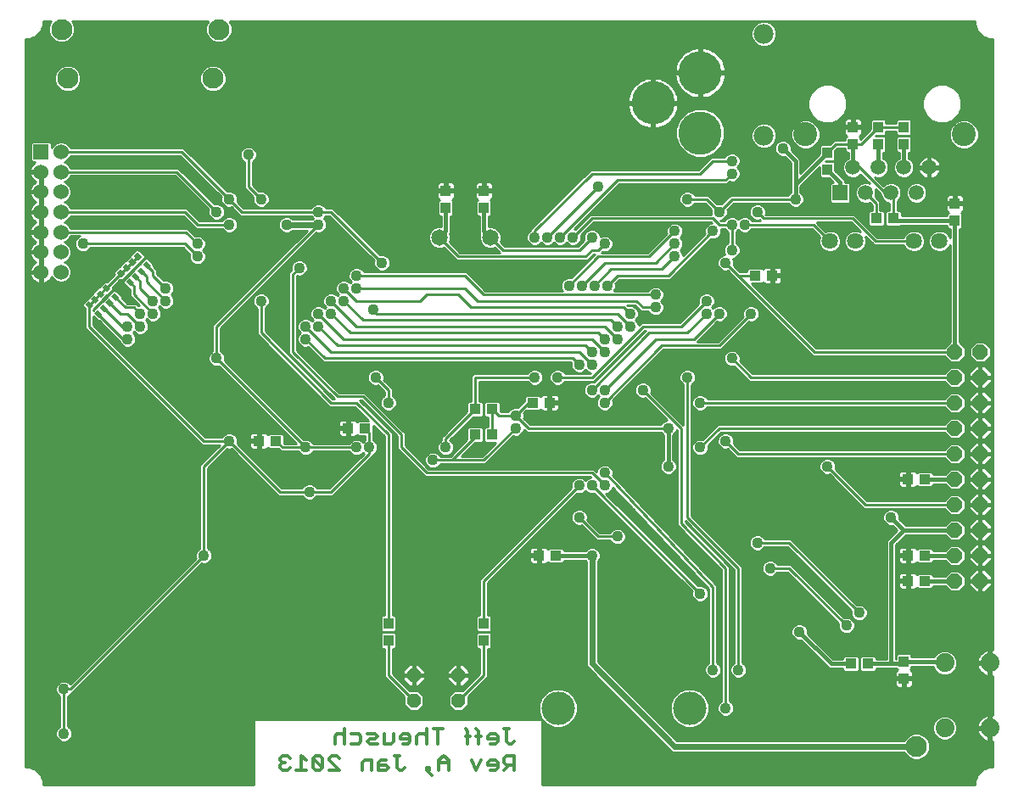
<source format=gbl>
G75*
G70*
%OFA0B0*%
%FSLAX24Y24*%
%IPPOS*%
%LPD*%
%AMOC8*
5,1,8,0,0,1.08239X$1,22.5*
%
%ADD10C,0.0120*%
%ADD11R,0.0594X0.0594*%
%ADD12C,0.0594*%
%ADD13C,0.0642*%
%ADD14C,0.0945*%
%ADD15C,0.1700*%
%ADD16C,0.0740*%
%ADD17OC8,0.0600*%
%ADD18R,0.0433X0.0394*%
%ADD19R,0.0394X0.0433*%
%ADD20C,0.0780*%
%ADD21C,0.0827*%
%ADD22C,0.0650*%
%ADD23R,0.0197X0.0256*%
%ADD24R,0.0600X0.0600*%
%ADD25C,0.0600*%
%ADD26C,0.1310*%
%ADD27OC8,0.0560*%
%ADD28C,0.0436*%
%ADD29C,0.0100*%
%ADD30C,0.0160*%
%ADD31C,0.0240*%
D10*
X011094Y003446D02*
X011191Y003350D01*
X011384Y003350D01*
X011481Y003446D01*
X011288Y003640D02*
X011191Y003640D01*
X011094Y003543D01*
X011094Y003446D01*
X011191Y003640D02*
X011094Y003737D01*
X011094Y003833D01*
X011191Y003930D01*
X011384Y003930D01*
X011481Y003833D01*
X011932Y003930D02*
X011932Y003350D01*
X011739Y003350D02*
X012126Y003350D01*
X012383Y003446D02*
X012480Y003350D01*
X012674Y003350D01*
X012770Y003446D01*
X012383Y003833D01*
X012383Y003446D01*
X012770Y003446D02*
X012770Y003833D01*
X012674Y003930D01*
X012480Y003930D01*
X012383Y003833D01*
X012126Y003737D02*
X011932Y003930D01*
X013028Y003833D02*
X013028Y003737D01*
X013415Y003350D01*
X013028Y003350D01*
X013028Y003833D02*
X013125Y003930D01*
X013318Y003930D01*
X013415Y003833D01*
X013243Y004400D02*
X013243Y004690D01*
X013339Y004787D01*
X013533Y004787D01*
X013630Y004690D01*
X013887Y004787D02*
X014177Y004787D01*
X014274Y004690D01*
X014274Y004496D01*
X014177Y004400D01*
X013887Y004400D01*
X013630Y004400D02*
X013630Y004980D01*
X014532Y004787D02*
X014822Y004787D01*
X014919Y004690D01*
X014822Y004593D01*
X014629Y004593D01*
X014532Y004496D01*
X014629Y004400D01*
X014919Y004400D01*
X015176Y004400D02*
X015176Y004787D01*
X015563Y004787D02*
X015563Y004496D01*
X015467Y004400D01*
X015176Y004400D01*
X015606Y003930D02*
X015800Y003930D01*
X015703Y003930D02*
X015703Y003446D01*
X015800Y003350D01*
X015896Y003350D01*
X015993Y003446D01*
X015348Y003446D02*
X015252Y003543D01*
X014961Y003543D01*
X014961Y003640D02*
X014961Y003350D01*
X015252Y003350D01*
X015348Y003446D01*
X015252Y003737D02*
X015058Y003737D01*
X014961Y003640D01*
X014704Y003737D02*
X014704Y003350D01*
X014704Y003737D02*
X014414Y003737D01*
X014317Y003640D01*
X014317Y003350D01*
X015918Y004400D02*
X016111Y004400D01*
X016208Y004496D01*
X016208Y004690D01*
X016111Y004787D01*
X015918Y004787D01*
X015821Y004690D01*
X015821Y004593D01*
X016208Y004593D01*
X016465Y004690D02*
X016465Y004400D01*
X016465Y004690D02*
X016562Y004787D01*
X016756Y004787D01*
X016852Y004690D01*
X016852Y004980D02*
X016852Y004400D01*
X017303Y004400D02*
X017303Y004980D01*
X017110Y004980D02*
X017497Y004980D01*
X018378Y004980D02*
X018474Y004883D01*
X018474Y004400D01*
X018571Y004690D02*
X018378Y004690D01*
X018807Y004690D02*
X019001Y004690D01*
X018904Y004883D02*
X018904Y004400D01*
X019258Y004593D02*
X019645Y004593D01*
X019645Y004496D02*
X019645Y004690D01*
X019549Y004787D01*
X019355Y004787D01*
X019258Y004690D01*
X019258Y004593D01*
X019355Y004400D02*
X019549Y004400D01*
X019645Y004496D01*
X020000Y004496D02*
X020097Y004400D01*
X020193Y004400D01*
X020290Y004496D01*
X020000Y004496D02*
X020000Y004980D01*
X020097Y004980D02*
X019903Y004980D01*
X018904Y004883D02*
X018807Y004980D01*
X019903Y003833D02*
X019903Y003640D01*
X020000Y003543D01*
X020290Y003543D01*
X020290Y003350D02*
X020290Y003930D01*
X020000Y003930D01*
X019903Y003833D01*
X019645Y003640D02*
X019549Y003737D01*
X019355Y003737D01*
X019258Y003640D01*
X019258Y003543D01*
X019645Y003543D01*
X019645Y003446D02*
X019645Y003640D01*
X019645Y003446D02*
X019549Y003350D01*
X019355Y003350D01*
X019001Y003737D02*
X018807Y003350D01*
X018614Y003737D01*
X017712Y003737D02*
X017712Y003350D01*
X017712Y003640D02*
X017325Y003640D01*
X017325Y003737D02*
X017325Y003350D01*
X017067Y003156D02*
X016874Y003350D01*
X016971Y003350D01*
X016971Y003446D01*
X016874Y003446D01*
X016874Y003350D01*
X017325Y003737D02*
X017518Y003930D01*
X017712Y003737D01*
X019903Y003350D02*
X020097Y003543D01*
D11*
X033100Y026040D03*
D12*
X034100Y026040D03*
X035100Y026040D03*
X036100Y026040D03*
X035600Y027040D03*
X036600Y027040D03*
X034600Y027040D03*
X033600Y027040D03*
D13*
X033698Y024138D03*
X032698Y024138D03*
X036002Y024138D03*
X037002Y024138D03*
D14*
X037960Y028339D03*
X031740Y028339D03*
D15*
X027600Y028396D03*
X025750Y029577D03*
X027600Y030758D03*
D16*
X037210Y007570D03*
X038990Y007570D03*
X038990Y005010D03*
X037210Y005010D03*
D17*
X037600Y010790D03*
X038600Y010790D03*
X038600Y011790D03*
X037600Y011790D03*
X037600Y012790D03*
X038600Y012790D03*
X038600Y013790D03*
X037600Y013790D03*
X037600Y014790D03*
X038600Y014790D03*
X038600Y015790D03*
X038600Y016790D03*
X037600Y016790D03*
X037600Y015790D03*
X037600Y017790D03*
X038600Y017790D03*
X038600Y018790D03*
X037600Y018790D03*
X037600Y019790D03*
X038600Y019790D03*
D18*
X036435Y014790D03*
X035765Y014790D03*
X035765Y011790D03*
X036435Y011790D03*
X036435Y010790D03*
X035765Y010790D03*
X034185Y007540D03*
X033515Y007540D03*
X021935Y011790D03*
X021265Y011790D03*
X019435Y016540D03*
X018765Y016540D03*
X018765Y017540D03*
X019435Y017540D03*
X021015Y017790D03*
X021685Y017790D03*
X014435Y016790D03*
X013765Y016790D03*
X010935Y016290D03*
X010265Y016290D03*
X029765Y022790D03*
X030435Y022790D03*
X034515Y025040D03*
X035185Y025040D03*
D19*
X037600Y024955D03*
X037600Y025624D03*
X035600Y027955D03*
X035600Y028624D03*
X034600Y028624D03*
X034600Y027955D03*
X033600Y027955D03*
X033600Y028624D03*
X032600Y027624D03*
X032600Y026955D03*
X019100Y026124D03*
X019100Y025455D03*
X017600Y025455D03*
X017600Y026124D03*
X019100Y009124D03*
X019100Y008455D03*
X015350Y008455D03*
X015350Y009124D03*
X035600Y007624D03*
X035600Y006955D03*
D20*
X030100Y028290D03*
X030100Y032290D03*
D21*
X008691Y032469D03*
X008454Y030540D03*
X002746Y030540D03*
X002509Y032469D03*
X036100Y004290D03*
D22*
X019350Y024290D03*
X017350Y024290D03*
D23*
G36*
X005699Y023221D02*
X005837Y023359D01*
X006017Y023179D01*
X005879Y023041D01*
X005699Y023221D01*
G37*
G36*
X005476Y022998D02*
X005614Y023136D01*
X005794Y022956D01*
X005656Y022818D01*
X005476Y022998D01*
G37*
G36*
X005254Y022775D02*
X005392Y022913D01*
X005572Y022733D01*
X005434Y022595D01*
X005254Y022775D01*
G37*
G36*
X005031Y022553D02*
X005169Y022691D01*
X005349Y022511D01*
X005211Y022373D01*
X005031Y022553D01*
G37*
G36*
X004683Y022901D02*
X004821Y023039D01*
X005001Y022859D01*
X004863Y022721D01*
X004683Y022901D01*
G37*
G36*
X004906Y023123D02*
X005044Y023261D01*
X005224Y023081D01*
X005086Y022943D01*
X004906Y023123D01*
G37*
G36*
X005128Y023346D02*
X005266Y023484D01*
X005446Y023304D01*
X005308Y023166D01*
X005128Y023346D01*
G37*
G36*
X005351Y023569D02*
X005489Y023707D01*
X005669Y023527D01*
X005531Y023389D01*
X005351Y023569D01*
G37*
G36*
X004101Y022319D02*
X004239Y022457D01*
X004419Y022277D01*
X004281Y022139D01*
X004101Y022319D01*
G37*
G36*
X003878Y022096D02*
X004016Y022234D01*
X004196Y022054D01*
X004058Y021916D01*
X003878Y022096D01*
G37*
G36*
X003656Y021873D02*
X003794Y022011D01*
X003974Y021831D01*
X003836Y021693D01*
X003656Y021873D01*
G37*
G36*
X003433Y021651D02*
X003571Y021789D01*
X003751Y021609D01*
X003613Y021471D01*
X003433Y021651D01*
G37*
G36*
X003781Y021303D02*
X003919Y021441D01*
X004099Y021261D01*
X003961Y021123D01*
X003781Y021303D01*
G37*
G36*
X004004Y021525D02*
X004142Y021663D01*
X004322Y021483D01*
X004184Y021345D01*
X004004Y021525D01*
G37*
G36*
X004226Y021748D02*
X004364Y021886D01*
X004544Y021706D01*
X004406Y021568D01*
X004226Y021748D01*
G37*
G36*
X004449Y021971D02*
X004587Y022109D01*
X004767Y021929D01*
X004629Y021791D01*
X004449Y021971D01*
G37*
D24*
X001706Y027652D03*
D25*
X001706Y026864D03*
X001706Y026077D03*
X002494Y026077D03*
X002494Y026864D03*
X002494Y027652D03*
X002494Y025290D03*
X001706Y025290D03*
X001706Y024502D03*
X001706Y023715D03*
X002494Y023715D03*
X002494Y024502D03*
X002494Y022927D03*
X001706Y022927D03*
D26*
X022015Y005790D03*
X027185Y005790D03*
D27*
X018100Y006090D03*
X018100Y007090D03*
X016350Y007090D03*
X016350Y006090D03*
D28*
X014850Y005690D03*
X019600Y005690D03*
X023350Y011790D03*
X024350Y012540D03*
X022850Y013290D03*
X022850Y014540D03*
X023350Y014540D03*
X023850Y014540D03*
X023850Y015040D03*
X025600Y014940D03*
X026350Y015290D03*
X027600Y016040D03*
X028600Y016290D03*
X029100Y015040D03*
X031100Y015040D03*
X032600Y015290D03*
X035100Y013290D03*
X033600Y012790D03*
X030350Y011290D03*
X029850Y012290D03*
X027600Y010290D03*
X028100Y007290D03*
X029100Y007290D03*
X028600Y005790D03*
X028600Y003440D03*
X031500Y008790D03*
X033350Y009040D03*
X033850Y009540D03*
X026350Y016790D03*
X027600Y017790D03*
X027100Y018790D03*
X028850Y019540D03*
X030510Y019960D03*
X029600Y021290D03*
X028350Y021290D03*
X027850Y021290D03*
X027850Y021790D03*
X028600Y023290D03*
X028350Y023790D03*
X028850Y023790D03*
X028100Y024540D03*
X028350Y025290D03*
X028850Y024790D03*
X029350Y024790D03*
X029850Y025290D03*
X030010Y024460D03*
X030010Y023710D03*
X031510Y022460D03*
X034350Y023290D03*
X031350Y025790D03*
X030850Y027790D03*
X028850Y027290D03*
X028850Y026790D03*
X027100Y025790D03*
X026600Y024540D03*
X026100Y024540D03*
X026600Y024040D03*
X026600Y023540D03*
X025850Y022040D03*
X025850Y021540D03*
X024850Y021290D03*
X024850Y020790D03*
X024350Y020790D03*
X024350Y020290D03*
X023850Y020290D03*
X023850Y019790D03*
X023350Y019790D03*
X023350Y019290D03*
X022850Y019290D03*
X022000Y018790D03*
X021100Y018790D03*
X019600Y018040D03*
X020350Y017290D03*
X020350Y016790D03*
X017600Y016040D03*
X017100Y015540D03*
X015850Y017540D03*
X015350Y017790D03*
X014850Y018790D03*
X014100Y018790D03*
X012100Y020290D03*
X012100Y020790D03*
X012600Y020790D03*
X012600Y021290D03*
X013100Y021290D03*
X013100Y021790D03*
X013600Y021790D03*
X013600Y022290D03*
X014100Y022290D03*
X014100Y022790D03*
X015100Y023290D03*
X014750Y021440D03*
X012320Y022690D03*
X011850Y023090D03*
X010350Y021790D03*
X009100Y022940D03*
X007850Y023540D03*
X007850Y024040D03*
X008600Y025290D03*
X009100Y024790D03*
X009100Y025790D03*
X010350Y025790D03*
X010100Y024940D03*
X011350Y024790D03*
X012600Y024790D03*
X012600Y025290D03*
X013600Y025940D03*
X009850Y027540D03*
X006325Y023690D03*
X006600Y022290D03*
X006600Y021790D03*
X006100Y021790D03*
X006100Y021290D03*
X005600Y021290D03*
X005600Y020790D03*
X005100Y020790D03*
X005100Y020290D03*
X008600Y019540D03*
X008600Y018540D03*
X008600Y017040D03*
X009100Y016290D03*
X012100Y016040D03*
X012250Y014290D03*
X014100Y016040D03*
X014600Y016040D03*
X018100Y019190D03*
X021600Y022540D03*
X022450Y022390D03*
X022950Y022390D03*
X023450Y022390D03*
X023950Y022390D03*
X023850Y024040D03*
X024600Y024040D03*
X023350Y024290D03*
X022600Y024290D03*
X022100Y024290D03*
X021600Y024290D03*
X021100Y024290D03*
X023600Y026290D03*
X023350Y018290D03*
X023850Y018290D03*
X023850Y017790D03*
X025350Y018290D03*
X008100Y011790D03*
X003350Y012290D03*
X002600Y006540D03*
X002600Y004790D03*
X001850Y003790D03*
X007100Y004290D03*
X007100Y006040D03*
X003350Y024040D03*
D29*
X001801Y002929D02*
X001801Y002790D01*
X010050Y002790D01*
X010050Y005310D01*
X010079Y005340D01*
X021371Y005340D01*
X021400Y005310D01*
X021400Y002790D01*
X038399Y002790D01*
X038399Y002929D01*
X038506Y003187D01*
X038703Y003384D01*
X038961Y003491D01*
X039100Y003491D01*
X039100Y004501D01*
X039040Y004491D01*
X039040Y004960D01*
X038940Y004960D01*
X038471Y004960D01*
X038483Y004888D01*
X038508Y004810D01*
X038545Y004737D01*
X038593Y004671D01*
X038651Y004613D01*
X038717Y004565D01*
X038790Y004528D01*
X038868Y004502D01*
X038940Y004491D01*
X038940Y004960D01*
X038940Y005060D01*
X038940Y005528D01*
X038868Y005517D01*
X038790Y005492D01*
X038717Y005454D01*
X038651Y005406D01*
X038593Y005348D01*
X038545Y005282D01*
X038508Y005209D01*
X038483Y005131D01*
X038471Y005060D01*
X038940Y005060D01*
X039040Y005060D01*
X039040Y005528D01*
X039100Y005519D01*
X039100Y007061D01*
X039040Y007051D01*
X039040Y007520D01*
X038940Y007520D01*
X038471Y007520D01*
X038483Y007448D01*
X038508Y007370D01*
X038545Y007297D01*
X038593Y007231D01*
X038651Y007173D01*
X038717Y007125D01*
X038790Y007088D01*
X038868Y007062D01*
X038940Y007051D01*
X038940Y007520D01*
X038940Y007620D01*
X038940Y008088D01*
X038868Y008077D01*
X038790Y008052D01*
X038717Y008014D01*
X038651Y007966D01*
X038593Y007908D01*
X038545Y007842D01*
X038508Y007769D01*
X038483Y007691D01*
X038471Y007620D01*
X038940Y007620D01*
X039040Y007620D01*
X039040Y008088D01*
X039100Y008079D01*
X039100Y032088D01*
X038961Y032088D01*
X038703Y032195D01*
X038506Y032392D01*
X038399Y032650D01*
X038399Y032790D01*
X009110Y032790D01*
X009134Y032765D01*
X009214Y032573D01*
X009214Y032365D01*
X009134Y032172D01*
X008987Y032025D01*
X008795Y031945D01*
X008586Y031945D01*
X008394Y032025D01*
X008247Y032172D01*
X008167Y032365D01*
X008167Y032573D01*
X008247Y032765D01*
X008271Y032790D01*
X002929Y032790D01*
X002953Y032765D01*
X003033Y032573D01*
X003033Y032365D01*
X002953Y032172D01*
X002806Y032025D01*
X002614Y031945D01*
X002405Y031945D01*
X002213Y032025D01*
X002066Y032172D01*
X001986Y032365D01*
X001986Y032573D01*
X002066Y032765D01*
X002090Y032790D01*
X001801Y032790D01*
X001801Y032650D01*
X001694Y032392D01*
X001497Y032195D01*
X001239Y032088D01*
X001100Y032088D01*
X001100Y003491D01*
X001239Y003491D01*
X001497Y003384D01*
X001694Y003187D01*
X001801Y002929D01*
X001784Y002972D02*
X010050Y002972D01*
X010050Y003070D02*
X001743Y003070D01*
X001702Y003169D02*
X010050Y003169D01*
X010050Y003267D02*
X001614Y003267D01*
X001516Y003366D02*
X010050Y003366D01*
X010050Y003464D02*
X001304Y003464D01*
X001100Y003563D02*
X010050Y003563D01*
X010050Y003661D02*
X001100Y003661D01*
X001100Y003760D02*
X010050Y003760D01*
X010050Y003858D02*
X001100Y003858D01*
X001100Y003957D02*
X010050Y003957D01*
X010050Y004055D02*
X001100Y004055D01*
X001100Y004154D02*
X010050Y004154D01*
X010050Y004252D02*
X001100Y004252D01*
X001100Y004351D02*
X010050Y004351D01*
X010050Y004449D02*
X001100Y004449D01*
X001100Y004548D02*
X002378Y004548D01*
X002414Y004511D02*
X002535Y004461D01*
X002665Y004461D01*
X002786Y004511D01*
X002878Y004604D01*
X002928Y004724D01*
X002928Y004855D01*
X002878Y004975D01*
X002786Y005068D01*
X002760Y005078D01*
X002760Y006251D01*
X002786Y006261D01*
X002878Y006354D01*
X002889Y006380D01*
X002916Y006380D01*
X008009Y011472D01*
X008035Y011461D01*
X008165Y011461D01*
X008286Y011511D01*
X008378Y011604D01*
X008428Y011724D01*
X008428Y011855D01*
X008378Y011975D01*
X008286Y012068D01*
X008260Y012078D01*
X008260Y015223D01*
X009009Y015972D01*
X009035Y015961D01*
X009165Y015961D01*
X009191Y015972D01*
X011034Y014130D01*
X011961Y014130D01*
X011972Y014104D01*
X012064Y014011D01*
X012185Y013961D01*
X012315Y013961D01*
X012436Y014011D01*
X012528Y014104D01*
X012539Y014130D01*
X013166Y014130D01*
X014760Y015723D01*
X014760Y015751D01*
X014786Y015761D01*
X014878Y015854D01*
X014928Y015974D01*
X014928Y016105D01*
X014878Y016225D01*
X014786Y016318D01*
X014760Y016328D01*
X014760Y016546D01*
X014761Y016547D01*
X014761Y016902D01*
X015190Y016473D01*
X015190Y009451D01*
X015108Y009451D01*
X015043Y009386D01*
X015043Y008862D01*
X015108Y008798D01*
X015592Y008798D01*
X015657Y008862D01*
X015657Y009386D01*
X015592Y009451D01*
X015510Y009451D01*
X015510Y016606D01*
X014260Y017856D01*
X014236Y017880D01*
X014284Y017880D01*
X015690Y016473D01*
X015690Y015973D01*
X016784Y014880D01*
X023284Y014880D01*
X023296Y014868D01*
X023285Y014868D01*
X023164Y014818D01*
X023100Y014754D01*
X023036Y014818D01*
X022915Y014868D01*
X022785Y014868D01*
X022664Y014818D01*
X022572Y014725D01*
X022522Y014605D01*
X022522Y014474D01*
X022533Y014448D01*
X019034Y010950D01*
X015510Y010950D01*
X015510Y010852D02*
X018940Y010852D01*
X018940Y010856D02*
X018940Y009451D01*
X018858Y009451D01*
X018793Y009386D01*
X018793Y008862D01*
X018858Y008798D01*
X019342Y008798D01*
X019407Y008862D01*
X019407Y009386D01*
X019342Y009451D01*
X019260Y009451D01*
X019260Y010723D01*
X022759Y014222D01*
X022785Y014211D01*
X022915Y014211D01*
X023036Y014261D01*
X023100Y014326D01*
X023164Y014261D01*
X023285Y014211D01*
X023415Y014211D01*
X023441Y014222D01*
X027283Y010381D01*
X027272Y010355D01*
X027272Y010224D01*
X027322Y010104D01*
X027414Y010011D01*
X027535Y009961D01*
X027665Y009961D01*
X027786Y010011D01*
X027878Y010104D01*
X027928Y010224D01*
X027928Y010355D01*
X027878Y010475D01*
X027786Y010568D01*
X027665Y010618D01*
X027535Y010618D01*
X027509Y010607D01*
X023904Y014211D01*
X023915Y014211D01*
X024036Y014261D01*
X024128Y014354D01*
X024174Y014464D01*
X027940Y010476D01*
X027940Y007578D01*
X027914Y007568D01*
X027822Y007475D01*
X027772Y007355D01*
X027772Y007224D01*
X027822Y007104D01*
X027914Y007011D01*
X028035Y006961D01*
X028165Y006961D01*
X028286Y007011D01*
X028378Y007104D01*
X028428Y007224D01*
X028428Y007355D01*
X028378Y007475D01*
X028286Y007568D01*
X028260Y007578D01*
X028260Y010537D01*
X028262Y010601D01*
X028260Y010603D01*
X028260Y010606D01*
X028215Y010651D01*
X024164Y014940D01*
X024178Y014974D01*
X024178Y015105D01*
X024128Y015225D01*
X024036Y015318D01*
X023915Y015368D01*
X023785Y015368D01*
X023664Y015318D01*
X023572Y015225D01*
X023522Y015105D01*
X023522Y015094D01*
X023416Y015200D01*
X016916Y015200D01*
X016010Y016106D01*
X016010Y016606D01*
X015916Y016700D01*
X014416Y018200D01*
X013416Y018200D01*
X011760Y019856D01*
X011760Y022772D01*
X011785Y022761D01*
X011915Y022761D01*
X012036Y022811D01*
X012128Y022904D01*
X012178Y023024D01*
X012178Y023155D01*
X012128Y023275D01*
X012036Y023368D01*
X011915Y023418D01*
X011785Y023418D01*
X011664Y023368D01*
X011572Y023275D01*
X011522Y023155D01*
X011522Y023024D01*
X011533Y022998D01*
X011440Y022906D01*
X011440Y019723D01*
X013190Y017973D01*
X013214Y017950D01*
X013166Y017950D01*
X010510Y020606D01*
X010510Y021501D01*
X010536Y021511D01*
X010628Y021604D01*
X010678Y021724D01*
X010678Y021855D01*
X010628Y021975D01*
X010536Y022068D01*
X010415Y022118D01*
X010285Y022118D01*
X010164Y022068D01*
X010072Y021975D01*
X010022Y021855D01*
X010022Y021724D01*
X010072Y021604D01*
X010164Y021511D01*
X010190Y021501D01*
X010190Y020473D01*
X010284Y020380D01*
X013034Y017630D01*
X014034Y017630D01*
X014567Y017096D01*
X014173Y017096D01*
X014121Y017045D01*
X014102Y017079D01*
X014074Y017106D01*
X014040Y017126D01*
X014002Y017136D01*
X013814Y017136D01*
X013814Y016838D01*
X013717Y016838D01*
X013717Y017136D01*
X013529Y017136D01*
X013491Y017126D01*
X013457Y017106D01*
X013429Y017079D01*
X013409Y017044D01*
X013399Y017006D01*
X013399Y016838D01*
X013717Y016838D01*
X013717Y016741D01*
X013814Y016741D01*
X013814Y016443D01*
X014002Y016443D01*
X014040Y016453D01*
X014074Y016473D01*
X014102Y016501D01*
X014121Y016534D01*
X014173Y016483D01*
X014440Y016483D01*
X014440Y016328D01*
X014414Y016318D01*
X014350Y016254D01*
X014286Y016318D01*
X014165Y016368D01*
X014035Y016368D01*
X013914Y016318D01*
X013822Y016225D01*
X013811Y016200D01*
X012389Y016200D01*
X012378Y016225D01*
X012286Y016318D01*
X012165Y016368D01*
X012035Y016368D01*
X012009Y016357D01*
X008917Y019448D01*
X008928Y019474D01*
X008928Y019605D01*
X008878Y019725D01*
X008786Y019818D01*
X008760Y019828D01*
X008760Y020723D01*
X012509Y024472D01*
X012535Y024461D01*
X012665Y024461D01*
X012786Y024511D01*
X012878Y024604D01*
X012928Y024724D01*
X012928Y024855D01*
X012878Y024975D01*
X012814Y025040D01*
X012878Y025104D01*
X012889Y025130D01*
X013034Y025130D01*
X014783Y023381D01*
X014772Y023355D01*
X014772Y023224D01*
X014822Y023104D01*
X014914Y023011D01*
X015035Y022961D01*
X015165Y022961D01*
X015286Y023011D01*
X015378Y023104D01*
X015428Y023224D01*
X015428Y023355D01*
X015378Y023475D01*
X015286Y023568D01*
X015165Y023618D01*
X015035Y023618D01*
X015009Y023607D01*
X013166Y025450D01*
X012889Y025450D01*
X012878Y025475D01*
X012786Y025568D01*
X012665Y025618D01*
X012535Y025618D01*
X012414Y025568D01*
X012322Y025475D01*
X012311Y025450D01*
X009666Y025450D01*
X009417Y025698D01*
X009428Y025724D01*
X009428Y025855D01*
X009378Y025975D01*
X009286Y026068D01*
X009165Y026118D01*
X009035Y026118D01*
X009009Y026107D01*
X007398Y027718D01*
X007304Y027812D01*
X002871Y027812D01*
X002841Y027884D01*
X002726Y027999D01*
X002575Y028062D01*
X002412Y028062D01*
X002261Y027999D01*
X002146Y027884D01*
X002116Y027812D01*
X002116Y027997D01*
X002052Y028062D01*
X001361Y028062D01*
X001296Y027997D01*
X001296Y027306D01*
X001361Y027242D01*
X001460Y027242D01*
X001413Y027208D01*
X001363Y027158D01*
X001321Y027100D01*
X001289Y027037D01*
X001267Y026970D01*
X001257Y026904D01*
X001666Y026904D01*
X001666Y026824D01*
X001746Y026824D01*
X001746Y026117D01*
X001666Y026117D01*
X001666Y026037D01*
X001257Y026037D01*
X001267Y025972D01*
X001289Y025904D01*
X001321Y025841D01*
X001363Y025784D01*
X001413Y025734D01*
X001470Y025692D01*
X001488Y025683D01*
X001470Y025674D01*
X001413Y025633D01*
X001363Y025583D01*
X001321Y025525D01*
X001289Y025462D01*
X001267Y025395D01*
X001257Y025330D01*
X001666Y025330D01*
X001666Y025739D01*
X001666Y026037D01*
X001746Y026037D01*
X001746Y025330D01*
X001666Y025330D01*
X001666Y025250D01*
X001257Y025250D01*
X001267Y025184D01*
X001289Y025117D01*
X001321Y025054D01*
X001363Y024996D01*
X001413Y024946D01*
X001470Y024905D01*
X001488Y024896D01*
X001470Y024887D01*
X001413Y024845D01*
X001363Y024795D01*
X001321Y024738D01*
X001289Y024675D01*
X001267Y024608D01*
X001257Y024542D01*
X001666Y024542D01*
X001666Y024462D01*
X001257Y024462D01*
X001267Y024397D01*
X001289Y024329D01*
X001321Y024266D01*
X001363Y024209D01*
X001413Y024159D01*
X001470Y024117D01*
X001488Y024109D01*
X001470Y024100D01*
X001413Y024058D01*
X001363Y024008D01*
X001321Y023951D01*
X001289Y023888D01*
X001267Y023820D01*
X001257Y023755D01*
X001100Y023755D01*
X001100Y023657D02*
X001260Y023657D01*
X001257Y023675D02*
X001267Y023609D01*
X001289Y023542D01*
X001321Y023479D01*
X001363Y023422D01*
X001413Y023372D01*
X001470Y023330D01*
X001488Y023321D01*
X001470Y023312D01*
X001413Y023271D01*
X001363Y023221D01*
X001321Y023163D01*
X001289Y023100D01*
X001267Y023033D01*
X001257Y022967D01*
X001666Y022967D01*
X001100Y022967D01*
X001100Y022869D02*
X001260Y022869D01*
X001257Y022887D02*
X001267Y022822D01*
X001289Y022755D01*
X001321Y022692D01*
X001363Y022634D01*
X001413Y022584D01*
X001470Y022543D01*
X001534Y022510D01*
X001601Y022488D01*
X001666Y022478D01*
X001666Y022887D01*
X001746Y022887D01*
X001746Y022478D01*
X001812Y022488D01*
X001879Y022510D01*
X001942Y022543D01*
X001999Y022584D01*
X002050Y022634D01*
X002091Y022692D01*
X002122Y022753D01*
X002146Y022695D01*
X002261Y022580D01*
X002412Y022517D01*
X002575Y022517D01*
X002726Y022580D01*
X002841Y022695D01*
X002904Y022846D01*
X002904Y023009D01*
X002841Y023160D01*
X002726Y023275D01*
X002615Y023321D01*
X002726Y023367D01*
X002841Y023483D01*
X002904Y023633D01*
X002904Y023796D01*
X002841Y023947D01*
X002726Y024062D01*
X002615Y024109D01*
X002726Y024155D01*
X002841Y024270D01*
X002871Y024342D01*
X003223Y024342D01*
X003164Y024318D01*
X003072Y024225D01*
X003022Y024105D01*
X003022Y023974D01*
X003072Y023854D01*
X003164Y023761D01*
X003285Y023711D01*
X003415Y023711D01*
X003536Y023761D01*
X003628Y023854D01*
X003639Y023880D01*
X007284Y023880D01*
X007533Y023631D01*
X007522Y023605D01*
X007522Y023474D01*
X007572Y023354D01*
X007664Y023261D01*
X007785Y023211D01*
X007915Y023211D01*
X008036Y023261D01*
X008128Y023354D01*
X008178Y023474D01*
X008178Y023605D01*
X008128Y023725D01*
X008064Y023790D01*
X008128Y023854D01*
X008178Y023974D01*
X008178Y024105D01*
X008128Y024225D01*
X008036Y024318D01*
X007915Y024368D01*
X007785Y024368D01*
X007759Y024357D01*
X007454Y024662D01*
X002871Y024662D01*
X002841Y024734D01*
X002726Y024850D01*
X002615Y024896D01*
X002726Y024942D01*
X002841Y025057D01*
X002871Y025130D01*
X007284Y025130D01*
X007690Y024723D01*
X007784Y024630D01*
X008811Y024630D01*
X008822Y024604D01*
X008914Y024511D01*
X009035Y024461D01*
X009165Y024461D01*
X009286Y024511D01*
X009378Y024604D01*
X009428Y024724D01*
X009428Y024855D01*
X009378Y024975D01*
X009286Y025068D01*
X009165Y025118D01*
X009035Y025118D01*
X008914Y025068D01*
X008822Y024975D01*
X008811Y024950D01*
X007916Y024950D01*
X007416Y025450D01*
X002871Y025450D01*
X002841Y025522D01*
X002726Y025637D01*
X002615Y025683D01*
X002726Y025729D01*
X002841Y025845D01*
X002904Y025995D01*
X002904Y026159D01*
X002841Y026309D01*
X002726Y026425D01*
X002615Y026471D01*
X002726Y026517D01*
X002841Y026632D01*
X002871Y026704D01*
X006959Y026704D01*
X008283Y025381D01*
X008272Y025355D01*
X008272Y025224D01*
X008322Y025104D01*
X008414Y025011D01*
X008535Y024961D01*
X008665Y024961D01*
X008786Y025011D01*
X008878Y025104D01*
X008928Y025224D01*
X008928Y025355D01*
X008878Y025475D01*
X008786Y025568D01*
X008665Y025618D01*
X008535Y025618D01*
X008509Y025607D01*
X007091Y027024D01*
X002871Y027024D01*
X002841Y027097D01*
X002726Y027212D01*
X002615Y027258D01*
X002726Y027304D01*
X002841Y027420D01*
X002871Y027492D01*
X007172Y027492D01*
X008783Y025881D01*
X008772Y025855D01*
X008772Y025724D01*
X008822Y025604D01*
X008914Y025511D01*
X009035Y025461D01*
X009165Y025461D01*
X009191Y025472D01*
X009534Y025130D01*
X012311Y025130D01*
X012322Y025104D01*
X012386Y025040D01*
X012366Y025020D01*
X011584Y025020D01*
X011536Y025068D01*
X011415Y025118D01*
X011285Y025118D01*
X011164Y025068D01*
X011072Y024975D01*
X011022Y024855D01*
X011022Y024724D01*
X011072Y024604D01*
X011164Y024511D01*
X011285Y024461D01*
X011415Y024461D01*
X011536Y024511D01*
X011584Y024560D01*
X012144Y024560D01*
X008440Y020856D01*
X008440Y019828D01*
X008414Y019818D01*
X008322Y019725D01*
X008272Y019605D01*
X008272Y019474D01*
X008322Y019354D01*
X008414Y019261D01*
X008535Y019211D01*
X008665Y019211D01*
X008691Y019222D01*
X011714Y016200D01*
X011261Y016200D01*
X011261Y016532D01*
X011197Y016596D01*
X010673Y016596D01*
X010621Y016545D01*
X010602Y016579D01*
X010574Y016606D01*
X010540Y016626D01*
X010502Y016636D01*
X010314Y016636D01*
X010314Y016338D01*
X010217Y016338D01*
X010217Y016636D01*
X010029Y016636D01*
X009991Y016626D01*
X009957Y016606D01*
X009929Y016579D01*
X009909Y016544D01*
X009899Y016506D01*
X009899Y016338D01*
X010217Y016338D01*
X010217Y016241D01*
X010314Y016241D01*
X010314Y015943D01*
X010502Y015943D01*
X010540Y015953D01*
X010574Y015973D01*
X010602Y016001D01*
X010621Y016034D01*
X010673Y015983D01*
X011015Y015983D01*
X011025Y015973D01*
X011118Y015880D01*
X011811Y015880D01*
X011822Y015854D01*
X011914Y015761D01*
X012035Y015711D01*
X012165Y015711D01*
X012286Y015761D01*
X012378Y015854D01*
X012389Y015880D01*
X013811Y015880D01*
X013822Y015854D01*
X013914Y015761D01*
X014035Y015711D01*
X014165Y015711D01*
X014286Y015761D01*
X014350Y015826D01*
X014380Y015796D01*
X013034Y014450D01*
X012539Y014450D01*
X012528Y014475D01*
X012436Y014568D01*
X012315Y014618D01*
X012185Y014618D01*
X012064Y014568D01*
X011972Y014475D01*
X011961Y014450D01*
X011166Y014450D01*
X009417Y016198D01*
X009428Y016224D01*
X009428Y016355D01*
X009378Y016475D01*
X009286Y016568D01*
X009165Y016618D01*
X009035Y016618D01*
X008914Y016568D01*
X008822Y016475D01*
X008811Y016450D01*
X008166Y016450D01*
X003752Y020864D01*
X003752Y021175D01*
X003915Y021011D01*
X003984Y021011D01*
X004772Y020223D01*
X004773Y020223D01*
X004822Y020104D01*
X004914Y020011D01*
X005035Y019961D01*
X005165Y019961D01*
X005286Y020011D01*
X005378Y020104D01*
X005428Y020224D01*
X005428Y020355D01*
X005378Y020475D01*
X005314Y020540D01*
X005350Y020576D01*
X005414Y020511D01*
X005535Y020461D01*
X005665Y020461D01*
X005786Y020511D01*
X005878Y020604D01*
X005928Y020724D01*
X005928Y020855D01*
X005878Y020975D01*
X005814Y021040D01*
X005850Y021076D01*
X005914Y021011D01*
X006035Y020961D01*
X006165Y020961D01*
X006286Y021011D01*
X006378Y021104D01*
X006428Y021224D01*
X006428Y021355D01*
X006378Y021475D01*
X006314Y021540D01*
X006350Y021576D01*
X006414Y021511D01*
X006535Y021461D01*
X006665Y021461D01*
X006786Y021511D01*
X006878Y021604D01*
X006928Y021724D01*
X006928Y021855D01*
X006878Y021975D01*
X006814Y022040D01*
X006878Y022104D01*
X006928Y022224D01*
X006928Y022355D01*
X006878Y022475D01*
X006786Y022568D01*
X006665Y022618D01*
X006535Y022618D01*
X006509Y022607D01*
X006260Y022856D01*
X006260Y023024D01*
X006166Y023118D01*
X006128Y023156D01*
X006128Y023224D01*
X005883Y023470D01*
X005792Y023470D01*
X005588Y023266D01*
X005588Y023247D01*
X005569Y023247D01*
X005365Y023043D01*
X005365Y023024D01*
X005346Y023024D01*
X005143Y022821D01*
X005143Y022802D01*
X005123Y022802D01*
X004920Y022598D01*
X004920Y022507D01*
X005165Y022261D01*
X005190Y022261D01*
X005190Y021973D01*
X005546Y021618D01*
X005535Y021618D01*
X005509Y021607D01*
X005416Y021700D01*
X005084Y021700D01*
X004878Y021906D01*
X004878Y021974D01*
X004633Y022220D01*
X004542Y022220D01*
X004338Y022016D01*
X004338Y021997D01*
X004319Y021997D01*
X004115Y021793D01*
X004115Y021774D01*
X004096Y021774D01*
X003893Y021571D01*
X003893Y021552D01*
X003873Y021552D01*
X003752Y021430D01*
X003752Y021453D01*
X003862Y021563D01*
X003862Y021582D01*
X003881Y021582D01*
X004085Y021786D01*
X004085Y021805D01*
X004104Y021805D01*
X004307Y022009D01*
X004307Y022028D01*
X004327Y022028D01*
X004530Y022231D01*
X004530Y022322D01*
X004521Y022332D01*
X004808Y022619D01*
X004817Y022609D01*
X004908Y022609D01*
X005112Y022813D01*
X005112Y022832D01*
X005131Y022832D01*
X005335Y023036D01*
X005335Y023055D01*
X005354Y023055D01*
X005557Y023259D01*
X005557Y023278D01*
X005577Y023278D01*
X005780Y023481D01*
X005780Y023572D01*
X005535Y023818D01*
X005444Y023818D01*
X005240Y023614D01*
X005240Y023595D01*
X005221Y023595D01*
X005017Y023391D01*
X005017Y023372D01*
X004998Y023372D01*
X004795Y023169D01*
X004795Y023150D01*
X004775Y023150D01*
X004572Y022946D01*
X004572Y022855D01*
X004581Y022845D01*
X004294Y022558D01*
X004285Y022568D01*
X004194Y022568D01*
X003990Y022364D01*
X003990Y022345D01*
X003971Y022345D01*
X003767Y022141D01*
X003767Y022122D01*
X003748Y022122D01*
X003545Y021919D01*
X003545Y021900D01*
X003525Y021900D01*
X003322Y021696D01*
X003322Y021605D01*
X003432Y021495D01*
X003432Y020731D01*
X007940Y016223D01*
X008034Y016130D01*
X008714Y016130D01*
X007940Y015356D01*
X007940Y012078D01*
X007914Y012068D01*
X007822Y011975D01*
X007772Y011855D01*
X007772Y011724D01*
X007783Y011698D01*
X002844Y006760D01*
X002786Y006818D01*
X002665Y006868D01*
X002535Y006868D01*
X002414Y006818D01*
X002322Y006725D01*
X002272Y006605D01*
X002272Y006474D01*
X002322Y006354D01*
X002414Y006261D01*
X002440Y006251D01*
X002440Y005078D01*
X002414Y005068D01*
X002322Y004975D01*
X002272Y004855D01*
X002272Y004724D01*
X002322Y004604D01*
X002414Y004511D01*
X002304Y004646D02*
X001100Y004646D01*
X001100Y004745D02*
X002272Y004745D01*
X002272Y004843D02*
X001100Y004843D01*
X001100Y004942D02*
X002308Y004942D01*
X002386Y005040D02*
X001100Y005040D01*
X001100Y005139D02*
X002440Y005139D01*
X002440Y005237D02*
X001100Y005237D01*
X001100Y005336D02*
X002440Y005336D01*
X002440Y005434D02*
X001100Y005434D01*
X001100Y005533D02*
X002440Y005533D01*
X002440Y005631D02*
X001100Y005631D01*
X001100Y005730D02*
X002440Y005730D01*
X002440Y005828D02*
X001100Y005828D01*
X001100Y005927D02*
X002440Y005927D01*
X002440Y006025D02*
X001100Y006025D01*
X001100Y006124D02*
X002440Y006124D01*
X002440Y006222D02*
X001100Y006222D01*
X001100Y006321D02*
X002355Y006321D01*
X002295Y006419D02*
X001100Y006419D01*
X001100Y006518D02*
X002272Y006518D01*
X002277Y006616D02*
X001100Y006616D01*
X001100Y006715D02*
X002317Y006715D01*
X002409Y006813D02*
X001100Y006813D01*
X001100Y006912D02*
X002996Y006912D01*
X003094Y007010D02*
X001100Y007010D01*
X001100Y007109D02*
X003193Y007109D01*
X003291Y007207D02*
X001100Y007207D01*
X001100Y007306D02*
X003390Y007306D01*
X003488Y007404D02*
X001100Y007404D01*
X001100Y007503D02*
X003587Y007503D01*
X003685Y007601D02*
X001100Y007601D01*
X001100Y007700D02*
X003784Y007700D01*
X003882Y007798D02*
X001100Y007798D01*
X001100Y007897D02*
X003981Y007897D01*
X004079Y007995D02*
X001100Y007995D01*
X001100Y008094D02*
X004178Y008094D01*
X004276Y008192D02*
X001100Y008192D01*
X001100Y008291D02*
X004375Y008291D01*
X004473Y008389D02*
X001100Y008389D01*
X001100Y008488D02*
X004572Y008488D01*
X004670Y008586D02*
X001100Y008586D01*
X001100Y008685D02*
X004769Y008685D01*
X004867Y008783D02*
X001100Y008783D01*
X001100Y008882D02*
X004966Y008882D01*
X005064Y008980D02*
X001100Y008980D01*
X001100Y009079D02*
X005163Y009079D01*
X005261Y009177D02*
X001100Y009177D01*
X001100Y009276D02*
X005360Y009276D01*
X005458Y009374D02*
X001100Y009374D01*
X001100Y009473D02*
X005557Y009473D01*
X005655Y009571D02*
X001100Y009571D01*
X001100Y009670D02*
X005754Y009670D01*
X005852Y009768D02*
X001100Y009768D01*
X001100Y009867D02*
X005951Y009867D01*
X006049Y009965D02*
X001100Y009965D01*
X001100Y010064D02*
X006148Y010064D01*
X006246Y010162D02*
X001100Y010162D01*
X001100Y010261D02*
X006345Y010261D01*
X006443Y010359D02*
X001100Y010359D01*
X001100Y010458D02*
X006542Y010458D01*
X006640Y010556D02*
X001100Y010556D01*
X001100Y010655D02*
X006739Y010655D01*
X006837Y010753D02*
X001100Y010753D01*
X001100Y010852D02*
X006936Y010852D01*
X007034Y010950D02*
X001100Y010950D01*
X001100Y011049D02*
X007133Y011049D01*
X007231Y011147D02*
X001100Y011147D01*
X001100Y011246D02*
X007330Y011246D01*
X007428Y011344D02*
X001100Y011344D01*
X001100Y011443D02*
X007527Y011443D01*
X007625Y011541D02*
X001100Y011541D01*
X001100Y011640D02*
X007724Y011640D01*
X007772Y011738D02*
X001100Y011738D01*
X001100Y011837D02*
X007772Y011837D01*
X007805Y011935D02*
X001100Y011935D01*
X001100Y012034D02*
X007880Y012034D01*
X007940Y012132D02*
X001100Y012132D01*
X001100Y012231D02*
X007940Y012231D01*
X007940Y012329D02*
X001100Y012329D01*
X001100Y012428D02*
X007940Y012428D01*
X007940Y012526D02*
X001100Y012526D01*
X001100Y012625D02*
X007940Y012625D01*
X007940Y012723D02*
X001100Y012723D01*
X001100Y012822D02*
X007940Y012822D01*
X007940Y012920D02*
X001100Y012920D01*
X001100Y013019D02*
X007940Y013019D01*
X007940Y013117D02*
X001100Y013117D01*
X001100Y013216D02*
X007940Y013216D01*
X007940Y013314D02*
X001100Y013314D01*
X001100Y013413D02*
X007940Y013413D01*
X007940Y013511D02*
X001100Y013511D01*
X001100Y013610D02*
X007940Y013610D01*
X007940Y013708D02*
X001100Y013708D01*
X001100Y013807D02*
X007940Y013807D01*
X007940Y013905D02*
X001100Y013905D01*
X001100Y014004D02*
X007940Y014004D01*
X007940Y014102D02*
X001100Y014102D01*
X001100Y014201D02*
X007940Y014201D01*
X007940Y014299D02*
X001100Y014299D01*
X001100Y014398D02*
X007940Y014398D01*
X007940Y014496D02*
X001100Y014496D01*
X001100Y014595D02*
X007940Y014595D01*
X007940Y014693D02*
X001100Y014693D01*
X001100Y014792D02*
X007940Y014792D01*
X007940Y014890D02*
X001100Y014890D01*
X001100Y014989D02*
X007940Y014989D01*
X007940Y015087D02*
X001100Y015087D01*
X001100Y015186D02*
X007940Y015186D01*
X007940Y015284D02*
X001100Y015284D01*
X001100Y015383D02*
X007967Y015383D01*
X008065Y015481D02*
X001100Y015481D01*
X001100Y015580D02*
X008164Y015580D01*
X008262Y015678D02*
X001100Y015678D01*
X001100Y015777D02*
X008361Y015777D01*
X008459Y015875D02*
X001100Y015875D01*
X001100Y015974D02*
X008558Y015974D01*
X008656Y016072D02*
X001100Y016072D01*
X001100Y016171D02*
X007993Y016171D01*
X007894Y016269D02*
X001100Y016269D01*
X001100Y016368D02*
X007796Y016368D01*
X007697Y016466D02*
X001100Y016466D01*
X001100Y016565D02*
X007599Y016565D01*
X007500Y016663D02*
X001100Y016663D01*
X001100Y016762D02*
X007402Y016762D01*
X007303Y016860D02*
X001100Y016860D01*
X001100Y016959D02*
X007205Y016959D01*
X007106Y017057D02*
X001100Y017057D01*
X001100Y017156D02*
X007008Y017156D01*
X006909Y017254D02*
X001100Y017254D01*
X001100Y017353D02*
X006811Y017353D01*
X006712Y017451D02*
X001100Y017451D01*
X001100Y017550D02*
X006614Y017550D01*
X006515Y017648D02*
X001100Y017648D01*
X001100Y017747D02*
X006417Y017747D01*
X006318Y017845D02*
X001100Y017845D01*
X001100Y017944D02*
X006220Y017944D01*
X006121Y018042D02*
X001100Y018042D01*
X001100Y018141D02*
X006023Y018141D01*
X005924Y018239D02*
X001100Y018239D01*
X001100Y018338D02*
X005826Y018338D01*
X005727Y018436D02*
X001100Y018436D01*
X001100Y018535D02*
X005629Y018535D01*
X005530Y018633D02*
X001100Y018633D01*
X001100Y018732D02*
X005432Y018732D01*
X005333Y018830D02*
X001100Y018830D01*
X001100Y018929D02*
X005235Y018929D01*
X005136Y019027D02*
X001100Y019027D01*
X001100Y019126D02*
X005038Y019126D01*
X004939Y019224D02*
X001100Y019224D01*
X001100Y019323D02*
X004841Y019323D01*
X004742Y019421D02*
X001100Y019421D01*
X001100Y019520D02*
X004644Y019520D01*
X004545Y019618D02*
X001100Y019618D01*
X001100Y019717D02*
X004447Y019717D01*
X004348Y019815D02*
X001100Y019815D01*
X001100Y019914D02*
X004250Y019914D01*
X004151Y020012D02*
X001100Y020012D01*
X001100Y020111D02*
X004053Y020111D01*
X003954Y020209D02*
X001100Y020209D01*
X001100Y020308D02*
X003856Y020308D01*
X003757Y020406D02*
X001100Y020406D01*
X001100Y020505D02*
X003659Y020505D01*
X003560Y020603D02*
X001100Y020603D01*
X001100Y020702D02*
X003462Y020702D01*
X003432Y020800D02*
X001100Y020800D01*
X001100Y020899D02*
X003432Y020899D01*
X003432Y020997D02*
X001100Y020997D01*
X001100Y021096D02*
X003432Y021096D01*
X003432Y021194D02*
X001100Y021194D01*
X001100Y021293D02*
X003432Y021293D01*
X003432Y021391D02*
X001100Y021391D01*
X001100Y021490D02*
X003432Y021490D01*
X003339Y021588D02*
X001100Y021588D01*
X001100Y021687D02*
X003322Y021687D01*
X003411Y021785D02*
X001100Y021785D01*
X001100Y021884D02*
X003510Y021884D01*
X003608Y021982D02*
X001100Y021982D01*
X001100Y022081D02*
X003707Y022081D01*
X003805Y022179D02*
X001100Y022179D01*
X001100Y022278D02*
X003904Y022278D01*
X004002Y022376D02*
X001100Y022376D01*
X001100Y022475D02*
X004101Y022475D01*
X004309Y022573D02*
X002710Y022573D01*
X002818Y022672D02*
X004408Y022672D01*
X004506Y022770D02*
X002872Y022770D01*
X002904Y022869D02*
X004572Y022869D01*
X004593Y022967D02*
X002904Y022967D01*
X002880Y023066D02*
X004692Y023066D01*
X004795Y023164D02*
X002837Y023164D01*
X002738Y023263D02*
X004889Y023263D01*
X004987Y023361D02*
X002711Y023361D01*
X002818Y023460D02*
X005086Y023460D01*
X005184Y023558D02*
X002873Y023558D01*
X002904Y023657D02*
X005283Y023657D01*
X005381Y023755D02*
X003521Y023755D01*
X003628Y023854D02*
X007310Y023854D01*
X007408Y023755D02*
X005597Y023755D01*
X005696Y023657D02*
X007507Y023657D01*
X007522Y023558D02*
X005780Y023558D01*
X005782Y023460D02*
X005759Y023460D01*
X005683Y023361D02*
X005660Y023361D01*
X005588Y023263D02*
X005557Y023263D01*
X005486Y023164D02*
X005463Y023164D01*
X005388Y023066D02*
X005365Y023066D01*
X005289Y022967D02*
X005266Y022967D01*
X005191Y022869D02*
X005168Y022869D01*
X005092Y022770D02*
X005069Y022770D01*
X004994Y022672D02*
X004971Y022672D01*
X004920Y022573D02*
X004762Y022573D01*
X004663Y022475D02*
X004952Y022475D01*
X005051Y022376D02*
X004565Y022376D01*
X004530Y022278D02*
X005149Y022278D01*
X005190Y022179D02*
X004673Y022179D01*
X004772Y022081D02*
X005190Y022081D01*
X005190Y021982D02*
X004870Y021982D01*
X004900Y021884D02*
X005280Y021884D01*
X005378Y021785D02*
X004999Y021785D01*
X005018Y021540D02*
X004608Y021950D01*
X004403Y022081D02*
X004380Y022081D01*
X004304Y021982D02*
X004281Y021982D01*
X004206Y021884D02*
X004183Y021884D01*
X004115Y021785D02*
X004084Y021785D01*
X004009Y021687D02*
X003986Y021687D01*
X003910Y021588D02*
X003887Y021588D01*
X003812Y021490D02*
X003789Y021490D01*
X003592Y021630D02*
X003815Y021852D01*
X004037Y022075D01*
X004260Y022298D01*
X004842Y022880D01*
X005065Y023102D01*
X005287Y023325D01*
X005510Y023548D01*
X005518Y023540D01*
X005893Y023460D02*
X007528Y023460D01*
X007569Y023361D02*
X005991Y023361D01*
X006090Y023263D02*
X007663Y023263D01*
X007850Y023540D02*
X007350Y024040D01*
X003350Y024040D01*
X003022Y024051D02*
X002738Y024051D01*
X002713Y024149D02*
X003040Y024149D01*
X003094Y024248D02*
X002819Y024248D01*
X002836Y023952D02*
X003031Y023952D01*
X003072Y023854D02*
X002880Y023854D01*
X002904Y023755D02*
X003179Y023755D01*
X002494Y024502D02*
X007387Y024502D01*
X007850Y024040D01*
X007967Y024346D02*
X011930Y024346D01*
X011832Y024248D02*
X008106Y024248D01*
X008160Y024149D02*
X011733Y024149D01*
X011635Y024051D02*
X008178Y024051D01*
X008169Y023952D02*
X011536Y023952D01*
X011438Y023854D02*
X008128Y023854D01*
X008098Y023755D02*
X011339Y023755D01*
X011241Y023657D02*
X008157Y023657D01*
X008178Y023558D02*
X011142Y023558D01*
X011044Y023460D02*
X008172Y023460D01*
X008131Y023361D02*
X010945Y023361D01*
X010847Y023263D02*
X008037Y023263D01*
X006878Y022475D02*
X010059Y022475D01*
X010157Y022573D02*
X006773Y022573D01*
X006919Y022376D02*
X009960Y022376D01*
X009862Y022278D02*
X006928Y022278D01*
X006909Y022179D02*
X009763Y022179D01*
X009665Y022081D02*
X006855Y022081D01*
X006871Y021982D02*
X009566Y021982D01*
X009468Y021884D02*
X006916Y021884D01*
X006928Y021785D02*
X009369Y021785D01*
X009271Y021687D02*
X006912Y021687D01*
X006863Y021588D02*
X009172Y021588D01*
X009074Y021490D02*
X006733Y021490D01*
X006467Y021490D02*
X006364Y021490D01*
X006413Y021391D02*
X008975Y021391D01*
X008877Y021293D02*
X006428Y021293D01*
X006416Y021194D02*
X008778Y021194D01*
X008680Y021096D02*
X006370Y021096D01*
X006251Y020997D02*
X008581Y020997D01*
X008483Y020899D02*
X005910Y020899D01*
X005928Y020800D02*
X008440Y020800D01*
X008440Y020702D02*
X005919Y020702D01*
X005878Y020603D02*
X008440Y020603D01*
X008440Y020505D02*
X005769Y020505D01*
X005600Y020790D02*
X005100Y021290D01*
X004823Y021290D01*
X004385Y021727D01*
X004163Y021504D02*
X004877Y020790D01*
X005100Y020790D01*
X005349Y020505D02*
X005431Y020505D01*
X005407Y020406D02*
X008440Y020406D01*
X008440Y020308D02*
X005428Y020308D01*
X005422Y020209D02*
X008440Y020209D01*
X008440Y020111D02*
X005381Y020111D01*
X005287Y020012D02*
X008440Y020012D01*
X008440Y019914D02*
X004702Y019914D01*
X004604Y020012D02*
X004913Y020012D01*
X004819Y020111D02*
X004505Y020111D01*
X004407Y020209D02*
X004778Y020209D01*
X004688Y020308D02*
X004308Y020308D01*
X004210Y020406D02*
X004589Y020406D01*
X004491Y020505D02*
X004111Y020505D01*
X004013Y020603D02*
X004392Y020603D01*
X004294Y020702D02*
X003914Y020702D01*
X003816Y020800D02*
X004195Y020800D01*
X004097Y020899D02*
X003752Y020899D01*
X003752Y020997D02*
X003998Y020997D01*
X003831Y021096D02*
X003752Y021096D01*
X003940Y021282D02*
X004932Y020290D01*
X005100Y020290D01*
X004801Y019815D02*
X008412Y019815D01*
X008318Y019717D02*
X004899Y019717D01*
X004998Y019618D02*
X008277Y019618D01*
X008272Y019520D02*
X005096Y019520D01*
X005195Y019421D02*
X008294Y019421D01*
X008353Y019323D02*
X005293Y019323D01*
X005392Y019224D02*
X008504Y019224D01*
X008788Y019126D02*
X005490Y019126D01*
X005589Y019027D02*
X008886Y019027D01*
X008985Y018929D02*
X005687Y018929D01*
X005786Y018830D02*
X009083Y018830D01*
X009182Y018732D02*
X005884Y018732D01*
X005983Y018633D02*
X009280Y018633D01*
X009379Y018535D02*
X006081Y018535D01*
X006180Y018436D02*
X009477Y018436D01*
X009576Y018338D02*
X006278Y018338D01*
X006377Y018239D02*
X009674Y018239D01*
X009773Y018141D02*
X006475Y018141D01*
X006574Y018042D02*
X009871Y018042D01*
X009970Y017944D02*
X006672Y017944D01*
X006771Y017845D02*
X010068Y017845D01*
X010167Y017747D02*
X006869Y017747D01*
X006968Y017648D02*
X010265Y017648D01*
X010364Y017550D02*
X007066Y017550D01*
X007165Y017451D02*
X010462Y017451D01*
X010561Y017353D02*
X007263Y017353D01*
X007362Y017254D02*
X010659Y017254D01*
X010758Y017156D02*
X007460Y017156D01*
X007559Y017057D02*
X010856Y017057D01*
X010955Y016959D02*
X007657Y016959D01*
X007756Y016860D02*
X011053Y016860D01*
X011152Y016762D02*
X007854Y016762D01*
X007953Y016663D02*
X011250Y016663D01*
X011229Y016565D02*
X011349Y016565D01*
X011261Y016466D02*
X011447Y016466D01*
X011546Y016368D02*
X011261Y016368D01*
X011261Y016269D02*
X011644Y016269D01*
X011900Y016466D02*
X013468Y016466D01*
X013457Y016473D02*
X013491Y016453D01*
X013529Y016443D01*
X013717Y016443D01*
X013717Y016741D01*
X013399Y016741D01*
X013399Y016573D01*
X013409Y016535D01*
X013429Y016501D01*
X013457Y016473D01*
X013401Y016565D02*
X011801Y016565D01*
X011703Y016663D02*
X013399Y016663D01*
X013399Y016860D02*
X011506Y016860D01*
X011604Y016762D02*
X013717Y016762D01*
X013717Y016860D02*
X013814Y016860D01*
X013814Y016959D02*
X013717Y016959D01*
X013717Y017057D02*
X013814Y017057D01*
X014114Y017057D02*
X014133Y017057D01*
X014409Y017254D02*
X011112Y017254D01*
X011210Y017156D02*
X014508Y017156D01*
X014311Y017353D02*
X011013Y017353D01*
X010915Y017451D02*
X014212Y017451D01*
X014114Y017550D02*
X010816Y017550D01*
X010718Y017648D02*
X013015Y017648D01*
X012917Y017747D02*
X010619Y017747D01*
X010521Y017845D02*
X012818Y017845D01*
X012720Y017944D02*
X010422Y017944D01*
X010324Y018042D02*
X012621Y018042D01*
X012523Y018141D02*
X010225Y018141D01*
X010127Y018239D02*
X012424Y018239D01*
X012326Y018338D02*
X010028Y018338D01*
X009930Y018436D02*
X012227Y018436D01*
X012129Y018535D02*
X009831Y018535D01*
X009733Y018633D02*
X012030Y018633D01*
X011932Y018732D02*
X009634Y018732D01*
X009536Y018830D02*
X011833Y018830D01*
X011735Y018929D02*
X009437Y018929D01*
X009339Y019027D02*
X011636Y019027D01*
X011538Y019126D02*
X009240Y019126D01*
X009142Y019224D02*
X011439Y019224D01*
X011341Y019323D02*
X009043Y019323D01*
X008945Y019421D02*
X011242Y019421D01*
X011144Y019520D02*
X008928Y019520D01*
X008923Y019618D02*
X011045Y019618D01*
X010947Y019717D02*
X008882Y019717D01*
X008788Y019815D02*
X010848Y019815D01*
X010750Y019914D02*
X008760Y019914D01*
X008760Y020012D02*
X010651Y020012D01*
X010553Y020111D02*
X008760Y020111D01*
X008760Y020209D02*
X010454Y020209D01*
X010356Y020308D02*
X008760Y020308D01*
X008760Y020406D02*
X010257Y020406D01*
X010190Y020505D02*
X008760Y020505D01*
X008760Y020603D02*
X010190Y020603D01*
X010190Y020702D02*
X008760Y020702D01*
X008837Y020800D02*
X010190Y020800D01*
X010190Y020899D02*
X008935Y020899D01*
X009034Y020997D02*
X010190Y020997D01*
X010190Y021096D02*
X009132Y021096D01*
X009231Y021194D02*
X010190Y021194D01*
X010190Y021293D02*
X009329Y021293D01*
X009428Y021391D02*
X010190Y021391D01*
X010190Y021490D02*
X009526Y021490D01*
X009625Y021588D02*
X010087Y021588D01*
X010037Y021687D02*
X009723Y021687D01*
X009822Y021785D02*
X010022Y021785D01*
X010034Y021884D02*
X009920Y021884D01*
X010019Y021982D02*
X010079Y021982D01*
X010117Y022081D02*
X010195Y022081D01*
X010216Y022179D02*
X011440Y022179D01*
X011440Y022081D02*
X010505Y022081D01*
X010621Y021982D02*
X011440Y021982D01*
X011440Y021884D02*
X010666Y021884D01*
X010678Y021785D02*
X011440Y021785D01*
X011440Y021687D02*
X010662Y021687D01*
X010613Y021588D02*
X011440Y021588D01*
X011440Y021490D02*
X010510Y021490D01*
X010510Y021391D02*
X011440Y021391D01*
X011440Y021293D02*
X010510Y021293D01*
X010510Y021194D02*
X011440Y021194D01*
X011440Y021096D02*
X010510Y021096D01*
X010510Y020997D02*
X011440Y020997D01*
X011440Y020899D02*
X010510Y020899D01*
X010510Y020800D02*
X011440Y020800D01*
X011440Y020702D02*
X010510Y020702D01*
X010513Y020603D02*
X011440Y020603D01*
X011440Y020505D02*
X010611Y020505D01*
X010710Y020406D02*
X011440Y020406D01*
X011440Y020308D02*
X010808Y020308D01*
X010907Y020209D02*
X011440Y020209D01*
X011440Y020111D02*
X011005Y020111D01*
X011104Y020012D02*
X011440Y020012D01*
X011440Y019914D02*
X011202Y019914D01*
X011301Y019815D02*
X011440Y019815D01*
X011447Y019717D02*
X011399Y019717D01*
X011498Y019618D02*
X011545Y019618D01*
X011596Y019520D02*
X011644Y019520D01*
X011695Y019421D02*
X011742Y019421D01*
X011793Y019323D02*
X011841Y019323D01*
X011892Y019224D02*
X011939Y019224D01*
X011990Y019126D02*
X012038Y019126D01*
X012089Y019027D02*
X012136Y019027D01*
X012187Y018929D02*
X012235Y018929D01*
X012286Y018830D02*
X012333Y018830D01*
X012384Y018732D02*
X012432Y018732D01*
X012483Y018633D02*
X012530Y018633D01*
X012581Y018535D02*
X012629Y018535D01*
X012680Y018436D02*
X012727Y018436D01*
X012778Y018338D02*
X012826Y018338D01*
X012877Y018239D02*
X012924Y018239D01*
X012975Y018141D02*
X013023Y018141D01*
X013074Y018042D02*
X013121Y018042D01*
X013350Y018040D02*
X014350Y018040D01*
X015850Y016540D01*
X015850Y016040D01*
X016850Y015040D01*
X023350Y015040D01*
X023850Y014540D01*
X024074Y014299D02*
X024329Y014299D01*
X024236Y014398D02*
X024146Y014398D01*
X023915Y014201D02*
X024422Y014201D01*
X024515Y014102D02*
X024014Y014102D01*
X024112Y014004D02*
X024608Y014004D01*
X024701Y013905D02*
X024211Y013905D01*
X024309Y013807D02*
X024794Y013807D01*
X024887Y013708D02*
X024408Y013708D01*
X024506Y013610D02*
X024980Y013610D01*
X025073Y013511D02*
X024605Y013511D01*
X024703Y013413D02*
X025167Y013413D01*
X025260Y013314D02*
X024802Y013314D01*
X024900Y013216D02*
X025353Y013216D01*
X025446Y013117D02*
X024999Y013117D01*
X025097Y013019D02*
X025539Y013019D01*
X025632Y012920D02*
X025196Y012920D01*
X025294Y012822D02*
X025725Y012822D01*
X025818Y012723D02*
X025393Y012723D01*
X025491Y012625D02*
X025911Y012625D01*
X026004Y012526D02*
X025590Y012526D01*
X025688Y012428D02*
X026097Y012428D01*
X026190Y012329D02*
X025787Y012329D01*
X025885Y012231D02*
X026283Y012231D01*
X026376Y012132D02*
X025984Y012132D01*
X026082Y012034D02*
X026469Y012034D01*
X026562Y011935D02*
X026181Y011935D01*
X026279Y011837D02*
X026655Y011837D01*
X026748Y011738D02*
X026378Y011738D01*
X026476Y011640D02*
X026841Y011640D01*
X026934Y011541D02*
X026575Y011541D01*
X026673Y011443D02*
X027027Y011443D01*
X027120Y011344D02*
X026772Y011344D01*
X026870Y011246D02*
X027213Y011246D01*
X027306Y011147D02*
X026969Y011147D01*
X027067Y011049D02*
X027399Y011049D01*
X027492Y010950D02*
X027166Y010950D01*
X027264Y010852D02*
X027585Y010852D01*
X027678Y010753D02*
X027363Y010753D01*
X027461Y010655D02*
X027771Y010655D01*
X027797Y010556D02*
X027864Y010556D01*
X027886Y010458D02*
X027940Y010458D01*
X027926Y010359D02*
X027940Y010359D01*
X027928Y010261D02*
X027940Y010261D01*
X027940Y010162D02*
X027902Y010162D01*
X027940Y010064D02*
X027838Y010064D01*
X027940Y009965D02*
X027674Y009965D01*
X027526Y009965D02*
X023580Y009965D01*
X023580Y009867D02*
X027940Y009867D01*
X027940Y009768D02*
X023580Y009768D01*
X023580Y009670D02*
X027940Y009670D01*
X027940Y009571D02*
X023580Y009571D01*
X023580Y009473D02*
X027940Y009473D01*
X027940Y009374D02*
X023580Y009374D01*
X023580Y009276D02*
X027940Y009276D01*
X027940Y009177D02*
X023580Y009177D01*
X023580Y009079D02*
X027940Y009079D01*
X027940Y008980D02*
X023580Y008980D01*
X023580Y008882D02*
X027940Y008882D01*
X027940Y008783D02*
X023580Y008783D01*
X023580Y008685D02*
X027940Y008685D01*
X027940Y008586D02*
X023580Y008586D01*
X023580Y008488D02*
X027940Y008488D01*
X027940Y008389D02*
X023580Y008389D01*
X023580Y008291D02*
X027940Y008291D01*
X027940Y008192D02*
X023580Y008192D01*
X023580Y008094D02*
X027940Y008094D01*
X027940Y007995D02*
X023580Y007995D01*
X023580Y007897D02*
X027940Y007897D01*
X027940Y007798D02*
X023580Y007798D01*
X023580Y007700D02*
X027940Y007700D01*
X027940Y007601D02*
X023614Y007601D01*
X023580Y007635D02*
X023580Y011556D01*
X023628Y011604D01*
X023678Y011724D01*
X023678Y011855D01*
X023628Y011975D01*
X023536Y012068D01*
X023415Y012118D01*
X023285Y012118D01*
X023164Y012068D01*
X023076Y011980D01*
X022261Y011980D01*
X022261Y012032D01*
X022197Y012096D01*
X021673Y012096D01*
X021621Y012045D01*
X021602Y012079D01*
X021574Y012106D01*
X021540Y012126D01*
X021502Y012136D01*
X021314Y012136D01*
X021314Y011838D01*
X021217Y011838D01*
X021217Y012136D01*
X021029Y012136D01*
X020991Y012126D01*
X020957Y012106D01*
X020929Y012079D01*
X020909Y012044D01*
X020899Y012006D01*
X020899Y011838D01*
X021217Y011838D01*
X021217Y011741D01*
X021314Y011741D01*
X021314Y011443D01*
X021502Y011443D01*
X021540Y011453D01*
X021574Y011473D01*
X021602Y011501D01*
X021621Y011534D01*
X021673Y011483D01*
X022197Y011483D01*
X022261Y011547D01*
X022261Y011600D01*
X023076Y011600D01*
X023120Y011556D01*
X023120Y007444D01*
X026370Y004194D01*
X026505Y004060D01*
X035629Y004060D01*
X035656Y003993D01*
X035804Y003846D01*
X035996Y003766D01*
X036204Y003766D01*
X036396Y003846D01*
X036544Y003993D01*
X036623Y004185D01*
X036623Y004394D01*
X036544Y004586D01*
X036396Y004733D01*
X036204Y004813D01*
X035996Y004813D01*
X035804Y004733D01*
X035656Y004586D01*
X035629Y004520D01*
X026695Y004520D01*
X023580Y007635D01*
X023712Y007503D02*
X027849Y007503D01*
X027792Y007404D02*
X023811Y007404D01*
X023909Y007306D02*
X027772Y007306D01*
X027779Y007207D02*
X024008Y007207D01*
X024106Y007109D02*
X027820Y007109D01*
X027917Y007010D02*
X024205Y007010D01*
X024303Y006912D02*
X028440Y006912D01*
X028440Y007010D02*
X028283Y007010D01*
X028380Y007109D02*
X028440Y007109D01*
X028440Y007207D02*
X028421Y007207D01*
X028428Y007306D02*
X028440Y007306D01*
X028440Y007404D02*
X028408Y007404D01*
X028440Y007503D02*
X028351Y007503D01*
X028440Y007601D02*
X028260Y007601D01*
X028260Y007700D02*
X028440Y007700D01*
X028440Y007798D02*
X028260Y007798D01*
X028260Y007897D02*
X028440Y007897D01*
X028440Y007995D02*
X028260Y007995D01*
X028260Y008094D02*
X028440Y008094D01*
X028440Y008192D02*
X028260Y008192D01*
X028260Y008291D02*
X028440Y008291D01*
X028440Y008389D02*
X028260Y008389D01*
X028260Y008488D02*
X028440Y008488D01*
X028440Y008586D02*
X028260Y008586D01*
X028260Y008685D02*
X028440Y008685D01*
X028440Y008783D02*
X028260Y008783D01*
X028260Y008882D02*
X028440Y008882D01*
X028440Y008980D02*
X028260Y008980D01*
X028260Y009079D02*
X028440Y009079D01*
X028440Y009177D02*
X028260Y009177D01*
X028260Y009276D02*
X028440Y009276D01*
X028440Y009374D02*
X028260Y009374D01*
X028260Y009473D02*
X028440Y009473D01*
X028440Y009571D02*
X028260Y009571D01*
X028260Y009670D02*
X028440Y009670D01*
X028440Y009768D02*
X028260Y009768D01*
X028260Y009867D02*
X028440Y009867D01*
X028440Y009965D02*
X028260Y009965D01*
X028260Y010064D02*
X028440Y010064D01*
X028440Y010162D02*
X028260Y010162D01*
X028260Y010261D02*
X028440Y010261D01*
X028440Y010359D02*
X028260Y010359D01*
X028260Y010458D02*
X028440Y010458D01*
X028440Y010556D02*
X028261Y010556D01*
X028211Y010655D02*
X028440Y010655D01*
X028440Y010753D02*
X028118Y010753D01*
X028025Y010852D02*
X028440Y010852D01*
X028440Y010950D02*
X027932Y010950D01*
X027839Y011049D02*
X028440Y011049D01*
X028440Y011147D02*
X027746Y011147D01*
X027653Y011246D02*
X028418Y011246D01*
X028440Y011223D02*
X028440Y006078D01*
X028414Y006068D01*
X028322Y005975D01*
X028272Y005855D01*
X028272Y005724D01*
X028322Y005604D01*
X028414Y005511D01*
X028535Y005461D01*
X028665Y005461D01*
X028786Y005511D01*
X028878Y005604D01*
X028928Y005724D01*
X028928Y005855D01*
X028878Y005975D01*
X028786Y006068D01*
X028760Y006078D01*
X028760Y011356D01*
X027010Y013106D01*
X027010Y013153D01*
X028940Y011223D01*
X028940Y007578D01*
X028914Y007568D01*
X028822Y007475D01*
X028772Y007355D01*
X028772Y007224D01*
X028822Y007104D01*
X028914Y007011D01*
X029035Y006961D01*
X029165Y006961D01*
X029286Y007011D01*
X029378Y007104D01*
X029428Y007224D01*
X029428Y007355D01*
X029378Y007475D01*
X029286Y007568D01*
X029260Y007578D01*
X029260Y011356D01*
X027260Y013356D01*
X027260Y018501D01*
X027286Y018511D01*
X027378Y018604D01*
X027428Y018724D01*
X027428Y018855D01*
X027378Y018975D01*
X027286Y019068D01*
X027165Y019118D01*
X027035Y019118D01*
X026914Y019068D01*
X026822Y018975D01*
X026772Y018855D01*
X026772Y018724D01*
X026822Y018604D01*
X026914Y018511D01*
X026940Y018501D01*
X026940Y016926D01*
X025667Y018198D01*
X025678Y018224D01*
X025678Y018355D01*
X025628Y018475D01*
X025536Y018568D01*
X025415Y018618D01*
X025285Y018618D01*
X025164Y018568D01*
X025072Y018475D01*
X025022Y018355D01*
X025022Y018224D01*
X025072Y018104D01*
X025164Y018011D01*
X025285Y017961D01*
X025415Y017961D01*
X025441Y017972D01*
X026296Y017118D01*
X026285Y017118D01*
X026164Y017068D01*
X026072Y016975D01*
X026061Y016950D01*
X020916Y016950D01*
X020667Y017198D01*
X020678Y017224D01*
X020678Y017355D01*
X020667Y017381D01*
X020769Y017483D01*
X021277Y017483D01*
X021329Y017534D01*
X021348Y017501D01*
X021376Y017473D01*
X021410Y017453D01*
X021448Y017443D01*
X021636Y017443D01*
X021636Y017741D01*
X021733Y017741D01*
X021733Y017443D01*
X021921Y017443D01*
X021959Y017453D01*
X021993Y017473D01*
X022021Y017501D01*
X022041Y017535D01*
X022051Y017573D01*
X022051Y017741D01*
X021733Y017741D01*
X021733Y017838D01*
X021636Y017838D01*
X021636Y018136D01*
X021448Y018136D01*
X021410Y018126D01*
X021376Y018106D01*
X021348Y018079D01*
X021329Y018045D01*
X021277Y018096D01*
X020753Y018096D01*
X020689Y018032D01*
X020689Y017855D01*
X020441Y017607D01*
X020415Y017618D01*
X020285Y017618D01*
X020164Y017568D01*
X020072Y017475D01*
X020061Y017450D01*
X019761Y017450D01*
X019761Y017782D01*
X019697Y017846D01*
X019173Y017846D01*
X019108Y017782D01*
X019108Y017297D01*
X019173Y017233D01*
X019275Y017233D01*
X019275Y016846D01*
X019173Y016846D01*
X019108Y016782D01*
X019108Y016297D01*
X019173Y016233D01*
X019567Y016233D01*
X019034Y015700D01*
X018236Y015700D01*
X018769Y016233D01*
X019027Y016233D01*
X019092Y016297D01*
X019092Y016782D01*
X019027Y016846D01*
X018503Y016846D01*
X018439Y016782D01*
X018439Y016355D01*
X017784Y015700D01*
X017389Y015700D01*
X017378Y015725D01*
X017286Y015818D01*
X017165Y015868D01*
X017035Y015868D01*
X016914Y015818D01*
X016822Y015725D01*
X016772Y015605D01*
X016772Y015474D01*
X016822Y015354D01*
X016914Y015261D01*
X017035Y015211D01*
X017165Y015211D01*
X017286Y015261D01*
X017378Y015354D01*
X017389Y015380D01*
X019166Y015380D01*
X019260Y015473D01*
X020259Y016472D01*
X020285Y016461D01*
X020415Y016461D01*
X020536Y016511D01*
X020628Y016604D01*
X020678Y016724D01*
X020678Y016735D01*
X020690Y016723D01*
X020784Y016630D01*
X026061Y016630D01*
X026072Y016604D01*
X026160Y016516D01*
X026160Y015564D01*
X026072Y015475D01*
X026022Y015355D01*
X026022Y015224D01*
X026072Y015104D01*
X026164Y015011D01*
X026285Y014961D01*
X026415Y014961D01*
X026536Y015011D01*
X026628Y015104D01*
X026678Y015224D01*
X026678Y015355D01*
X026628Y015475D01*
X026540Y015564D01*
X026540Y016516D01*
X026628Y016604D01*
X026678Y016724D01*
X026678Y016735D01*
X026690Y016723D01*
X026690Y012973D01*
X026784Y012880D01*
X028440Y011223D01*
X028319Y011344D02*
X027560Y011344D01*
X027467Y011443D02*
X028221Y011443D01*
X028122Y011541D02*
X027374Y011541D01*
X027281Y011640D02*
X028024Y011640D01*
X027925Y011738D02*
X027188Y011738D01*
X027095Y011837D02*
X027827Y011837D01*
X027728Y011935D02*
X027002Y011935D01*
X026909Y012034D02*
X027630Y012034D01*
X027531Y012132D02*
X026816Y012132D01*
X026723Y012231D02*
X027433Y012231D01*
X027334Y012329D02*
X026630Y012329D01*
X026537Y012428D02*
X027236Y012428D01*
X027137Y012526D02*
X026444Y012526D01*
X026351Y012625D02*
X027039Y012625D01*
X026940Y012723D02*
X026258Y012723D01*
X026165Y012822D02*
X026842Y012822D01*
X026743Y012920D02*
X026072Y012920D01*
X025979Y013019D02*
X026690Y013019D01*
X026690Y013117D02*
X025886Y013117D01*
X025793Y013216D02*
X026690Y013216D01*
X026690Y013314D02*
X025700Y013314D01*
X025607Y013413D02*
X026690Y013413D01*
X026690Y013511D02*
X025514Y013511D01*
X025421Y013610D02*
X026690Y013610D01*
X026690Y013708D02*
X025328Y013708D01*
X025235Y013807D02*
X026690Y013807D01*
X026690Y013905D02*
X025142Y013905D01*
X025048Y014004D02*
X026690Y014004D01*
X026690Y014102D02*
X024955Y014102D01*
X024862Y014201D02*
X026690Y014201D01*
X026690Y014299D02*
X024769Y014299D01*
X024676Y014398D02*
X026690Y014398D01*
X026690Y014496D02*
X024583Y014496D01*
X024490Y014595D02*
X026690Y014595D01*
X026690Y014693D02*
X024397Y014693D01*
X024304Y014792D02*
X026690Y014792D01*
X026690Y014890D02*
X024211Y014890D01*
X024178Y014989D02*
X026219Y014989D01*
X026088Y015087D02*
X024178Y015087D01*
X024145Y015186D02*
X026038Y015186D01*
X026022Y015284D02*
X024069Y015284D01*
X023850Y015040D02*
X028100Y010540D01*
X028100Y007290D01*
X028440Y006813D02*
X024402Y006813D01*
X024500Y006715D02*
X028440Y006715D01*
X028440Y006616D02*
X024599Y006616D01*
X024697Y006518D02*
X026944Y006518D01*
X027033Y006555D02*
X026752Y006438D01*
X026536Y006223D01*
X026420Y005942D01*
X026420Y005637D01*
X026536Y005356D01*
X026752Y005141D01*
X027033Y005025D01*
X027337Y005025D01*
X027618Y005141D01*
X027834Y005356D01*
X027950Y005637D01*
X027950Y005942D01*
X027834Y006223D01*
X027618Y006438D01*
X027337Y006555D01*
X027033Y006555D01*
X026733Y006419D02*
X024796Y006419D01*
X024894Y006321D02*
X026634Y006321D01*
X026536Y006222D02*
X024993Y006222D01*
X025091Y006124D02*
X026495Y006124D01*
X026455Y006025D02*
X025190Y006025D01*
X025288Y005927D02*
X026420Y005927D01*
X026420Y005828D02*
X025387Y005828D01*
X025485Y005730D02*
X026420Y005730D01*
X026423Y005631D02*
X025584Y005631D01*
X025682Y005533D02*
X026463Y005533D01*
X026504Y005434D02*
X025781Y005434D01*
X025879Y005336D02*
X026557Y005336D01*
X026656Y005237D02*
X025978Y005237D01*
X026076Y005139D02*
X026758Y005139D01*
X026995Y005040D02*
X026175Y005040D01*
X026273Y004942D02*
X036730Y004942D01*
X036730Y004914D02*
X036803Y004738D01*
X036938Y004603D01*
X037115Y004530D01*
X037305Y004530D01*
X037482Y004603D01*
X037617Y004738D01*
X037690Y004914D01*
X037690Y005105D01*
X037617Y005282D01*
X037482Y005417D01*
X037305Y005490D01*
X037115Y005490D01*
X036938Y005417D01*
X036803Y005282D01*
X036730Y005105D01*
X036730Y004914D01*
X036759Y004843D02*
X026372Y004843D01*
X026470Y004745D02*
X035831Y004745D01*
X035716Y004646D02*
X026569Y004646D01*
X026667Y004548D02*
X035640Y004548D01*
X035631Y004055D02*
X021400Y004055D01*
X021400Y003957D02*
X035693Y003957D01*
X035791Y003858D02*
X021400Y003858D01*
X021400Y003760D02*
X039100Y003760D01*
X039100Y003858D02*
X036409Y003858D01*
X036507Y003957D02*
X039100Y003957D01*
X039100Y004055D02*
X036569Y004055D01*
X036610Y004154D02*
X039100Y004154D01*
X039100Y004252D02*
X036623Y004252D01*
X036623Y004351D02*
X039100Y004351D01*
X039100Y004449D02*
X036600Y004449D01*
X036560Y004548D02*
X037071Y004548D01*
X036895Y004646D02*
X036484Y004646D01*
X036369Y004745D02*
X036800Y004745D01*
X036730Y005040D02*
X027375Y005040D01*
X027612Y005139D02*
X036744Y005139D01*
X036785Y005237D02*
X027714Y005237D01*
X027813Y005336D02*
X036857Y005336D01*
X036981Y005434D02*
X027866Y005434D01*
X027907Y005533D02*
X028393Y005533D01*
X028311Y005631D02*
X027947Y005631D01*
X027950Y005730D02*
X028272Y005730D01*
X028272Y005828D02*
X027950Y005828D01*
X027950Y005927D02*
X028302Y005927D01*
X028371Y006025D02*
X027915Y006025D01*
X027875Y006124D02*
X028440Y006124D01*
X028440Y006222D02*
X027834Y006222D01*
X027736Y006321D02*
X028440Y006321D01*
X028440Y006419D02*
X027637Y006419D01*
X027426Y006518D02*
X028440Y006518D01*
X028760Y006518D02*
X039100Y006518D01*
X039100Y006616D02*
X035885Y006616D01*
X035889Y006618D02*
X035917Y006646D01*
X035937Y006681D01*
X035947Y006719D01*
X035947Y006907D01*
X035648Y006907D01*
X035648Y007003D01*
X035947Y007003D01*
X035947Y007191D01*
X035937Y007229D01*
X035917Y007264D01*
X035889Y007292D01*
X035856Y007311D01*
X035907Y007362D01*
X035907Y007434D01*
X036747Y007434D01*
X036803Y007298D01*
X036938Y007163D01*
X037115Y007090D01*
X037305Y007090D01*
X037482Y007163D01*
X037617Y007298D01*
X037690Y007474D01*
X037690Y007665D01*
X037617Y007842D01*
X037482Y007977D01*
X037305Y008050D01*
X037115Y008050D01*
X036938Y007977D01*
X036803Y007842D01*
X036792Y007814D01*
X035907Y007814D01*
X035907Y007886D01*
X035842Y007951D01*
X035358Y007951D01*
X035293Y007886D01*
X035293Y007730D01*
X035290Y007730D01*
X035290Y012211D01*
X035679Y012600D01*
X037210Y012600D01*
X037430Y012380D01*
X037770Y012380D01*
X038010Y012620D01*
X038010Y012959D01*
X037770Y013200D01*
X037430Y013200D01*
X037210Y012980D01*
X035679Y012980D01*
X035428Y013230D01*
X035428Y013355D01*
X035378Y013475D01*
X035286Y013568D01*
X035165Y013618D01*
X035035Y013618D01*
X034914Y013568D01*
X034822Y013475D01*
X034772Y013355D01*
X034772Y013224D01*
X034822Y013104D01*
X034914Y013011D01*
X035035Y012961D01*
X035159Y012961D01*
X035331Y012790D01*
X035021Y012480D01*
X034910Y012368D01*
X034910Y007730D01*
X034511Y007730D01*
X034511Y007782D01*
X034447Y007846D01*
X033923Y007846D01*
X033858Y007782D01*
X033858Y007297D01*
X033923Y007233D01*
X034447Y007233D01*
X034511Y007297D01*
X034511Y007350D01*
X035306Y007350D01*
X035344Y007311D01*
X035311Y007292D01*
X035283Y007264D01*
X035263Y007229D01*
X035253Y007191D01*
X035253Y007003D01*
X035552Y007003D01*
X035552Y006907D01*
X035648Y006907D01*
X035648Y006588D01*
X035817Y006588D01*
X035855Y006599D01*
X035889Y006618D01*
X035946Y006715D02*
X039100Y006715D01*
X039100Y006813D02*
X035947Y006813D01*
X035947Y007010D02*
X039100Y007010D01*
X039100Y006912D02*
X035648Y006912D01*
X035552Y006912D02*
X028760Y006912D01*
X028760Y007010D02*
X028917Y007010D01*
X028820Y007109D02*
X028760Y007109D01*
X028760Y007207D02*
X028779Y007207D01*
X028772Y007306D02*
X028760Y007306D01*
X028760Y007404D02*
X028792Y007404D01*
X028760Y007503D02*
X028849Y007503D01*
X028760Y007601D02*
X028940Y007601D01*
X028940Y007700D02*
X028760Y007700D01*
X028760Y007798D02*
X028940Y007798D01*
X028940Y007897D02*
X028760Y007897D01*
X028760Y007995D02*
X028940Y007995D01*
X028940Y008094D02*
X028760Y008094D01*
X028760Y008192D02*
X028940Y008192D01*
X028940Y008291D02*
X028760Y008291D01*
X028760Y008389D02*
X028940Y008389D01*
X028940Y008488D02*
X028760Y008488D01*
X028760Y008586D02*
X028940Y008586D01*
X028940Y008685D02*
X028760Y008685D01*
X028760Y008783D02*
X028940Y008783D01*
X028940Y008882D02*
X028760Y008882D01*
X028760Y008980D02*
X028940Y008980D01*
X028940Y009079D02*
X028760Y009079D01*
X028760Y009177D02*
X028940Y009177D01*
X028940Y009276D02*
X028760Y009276D01*
X028760Y009374D02*
X028940Y009374D01*
X028940Y009473D02*
X028760Y009473D01*
X028760Y009571D02*
X028940Y009571D01*
X028940Y009670D02*
X028760Y009670D01*
X028760Y009768D02*
X028940Y009768D01*
X028940Y009867D02*
X028760Y009867D01*
X028760Y009965D02*
X028940Y009965D01*
X028940Y010064D02*
X028760Y010064D01*
X028760Y010162D02*
X028940Y010162D01*
X028940Y010261D02*
X028760Y010261D01*
X028760Y010359D02*
X028940Y010359D01*
X028940Y010458D02*
X028760Y010458D01*
X028760Y010556D02*
X028940Y010556D01*
X028940Y010655D02*
X028760Y010655D01*
X028760Y010753D02*
X028940Y010753D01*
X028940Y010852D02*
X028760Y010852D01*
X028760Y010950D02*
X028940Y010950D01*
X028940Y011049D02*
X028760Y011049D01*
X028760Y011147D02*
X028940Y011147D01*
X028918Y011246D02*
X028760Y011246D01*
X028760Y011344D02*
X028819Y011344D01*
X028721Y011443D02*
X028673Y011443D01*
X028622Y011541D02*
X028575Y011541D01*
X028524Y011640D02*
X028476Y011640D01*
X028425Y011738D02*
X028378Y011738D01*
X028327Y011837D02*
X028279Y011837D01*
X028228Y011935D02*
X028181Y011935D01*
X028130Y012034D02*
X028082Y012034D01*
X028031Y012132D02*
X027984Y012132D01*
X027933Y012231D02*
X027885Y012231D01*
X027834Y012329D02*
X027787Y012329D01*
X027736Y012428D02*
X027688Y012428D01*
X027637Y012526D02*
X027590Y012526D01*
X027539Y012625D02*
X027491Y012625D01*
X027440Y012723D02*
X027393Y012723D01*
X027342Y012822D02*
X027294Y012822D01*
X027243Y012920D02*
X027196Y012920D01*
X027145Y013019D02*
X027097Y013019D01*
X027046Y013117D02*
X027010Y013117D01*
X026850Y013040D02*
X026850Y016790D01*
X025350Y018290D01*
X025569Y018535D02*
X026891Y018535D01*
X026940Y018436D02*
X025644Y018436D01*
X025678Y018338D02*
X026940Y018338D01*
X026940Y018239D02*
X025678Y018239D01*
X025725Y018141D02*
X026940Y018141D01*
X026940Y018042D02*
X025824Y018042D01*
X025922Y017944D02*
X026940Y017944D01*
X026940Y017845D02*
X026021Y017845D01*
X026119Y017747D02*
X026940Y017747D01*
X026940Y017648D02*
X026218Y017648D01*
X026316Y017550D02*
X026940Y017550D01*
X026940Y017451D02*
X026415Y017451D01*
X026513Y017353D02*
X026940Y017353D01*
X026940Y017254D02*
X026612Y017254D01*
X026710Y017156D02*
X026940Y017156D01*
X026940Y017057D02*
X026809Y017057D01*
X026907Y016959D02*
X026940Y016959D01*
X027260Y016959D02*
X037190Y016959D01*
X037190Y016950D01*
X028284Y016950D01*
X027691Y016357D01*
X027665Y016368D01*
X027535Y016368D01*
X027414Y016318D01*
X027322Y016225D01*
X027272Y016105D01*
X027272Y015974D01*
X027322Y015854D01*
X027414Y015761D01*
X027535Y015711D01*
X027665Y015711D01*
X027786Y015761D01*
X027878Y015854D01*
X027928Y015974D01*
X027928Y016105D01*
X027917Y016131D01*
X028416Y016630D01*
X037190Y016630D01*
X037190Y016620D01*
X037430Y016380D01*
X037770Y016380D01*
X038010Y016620D01*
X038010Y016959D01*
X038150Y016959D01*
X038150Y016976D02*
X038150Y016830D01*
X038560Y016830D01*
X038560Y017240D01*
X038414Y017240D01*
X038150Y016976D01*
X038231Y017057D02*
X037912Y017057D01*
X038010Y016959D02*
X037770Y017200D01*
X037430Y017200D01*
X037190Y016959D01*
X037288Y017057D02*
X027260Y017057D01*
X027260Y017156D02*
X037386Y017156D01*
X037430Y017380D02*
X037770Y017380D01*
X038010Y017620D01*
X038010Y017959D01*
X037770Y018200D01*
X037430Y018200D01*
X037190Y017959D01*
X037190Y017950D01*
X027889Y017950D01*
X027878Y017975D01*
X027786Y018068D01*
X027665Y018118D01*
X027535Y018118D01*
X027414Y018068D01*
X027322Y017975D01*
X027272Y017855D01*
X027272Y017724D01*
X027322Y017604D01*
X027414Y017511D01*
X027535Y017461D01*
X027665Y017461D01*
X027786Y017511D01*
X027878Y017604D01*
X027889Y017630D01*
X037190Y017630D01*
X037190Y017620D01*
X037430Y017380D01*
X037359Y017451D02*
X027260Y017451D01*
X027260Y017353D02*
X038401Y017353D01*
X038414Y017340D02*
X038150Y017603D01*
X038150Y017750D01*
X038560Y017750D01*
X038560Y017830D01*
X038560Y018240D01*
X038414Y018240D01*
X038150Y017976D01*
X038150Y017830D01*
X038560Y017830D01*
X038640Y017830D01*
X038640Y018240D01*
X038786Y018240D01*
X039050Y017976D01*
X039050Y017830D01*
X038640Y017830D01*
X038640Y017750D01*
X039050Y017750D01*
X039050Y017603D01*
X038786Y017340D01*
X038640Y017340D01*
X038640Y017750D01*
X038560Y017750D01*
X038560Y017340D01*
X038414Y017340D01*
X038560Y017353D02*
X038640Y017353D01*
X038640Y017451D02*
X038560Y017451D01*
X038560Y017550D02*
X038640Y017550D01*
X038640Y017648D02*
X038560Y017648D01*
X038560Y017747D02*
X038640Y017747D01*
X038640Y017845D02*
X038560Y017845D01*
X038560Y017944D02*
X038640Y017944D01*
X038640Y018042D02*
X038560Y018042D01*
X038560Y018141D02*
X038640Y018141D01*
X038640Y018239D02*
X038560Y018239D01*
X038560Y018340D02*
X038560Y018750D01*
X038150Y018750D01*
X038150Y018603D01*
X038414Y018340D01*
X038560Y018340D01*
X038640Y018340D02*
X038786Y018340D01*
X039050Y018603D01*
X039050Y018750D01*
X038640Y018750D01*
X038640Y018830D01*
X038560Y018830D01*
X038560Y019240D01*
X038414Y019240D01*
X038150Y018976D01*
X038150Y018830D01*
X038010Y018830D01*
X038010Y018732D02*
X038150Y018732D01*
X038150Y018830D02*
X038560Y018830D01*
X038640Y018830D01*
X038640Y019240D01*
X038786Y019240D01*
X039050Y018976D01*
X039050Y018830D01*
X039100Y018830D01*
X039050Y018830D02*
X038640Y018830D01*
X038560Y018830D02*
X038560Y018750D01*
X038640Y018750D01*
X038640Y018340D01*
X038640Y018436D02*
X038560Y018436D01*
X038560Y018535D02*
X038640Y018535D01*
X038640Y018633D02*
X038560Y018633D01*
X038560Y018732D02*
X038640Y018732D01*
X038640Y018929D02*
X038560Y018929D01*
X038560Y019027D02*
X038640Y019027D01*
X038640Y019126D02*
X038560Y019126D01*
X038560Y019224D02*
X038640Y019224D01*
X038802Y019224D02*
X039100Y019224D01*
X039100Y019126D02*
X038900Y019126D01*
X038999Y019027D02*
X039100Y019027D01*
X039100Y018929D02*
X039050Y018929D01*
X039050Y018732D02*
X039100Y018732D01*
X039100Y018633D02*
X039050Y018633D01*
X039100Y018535D02*
X038981Y018535D01*
X038883Y018436D02*
X039100Y018436D01*
X039100Y018338D02*
X027260Y018338D01*
X027260Y018436D02*
X037374Y018436D01*
X037430Y018380D02*
X037770Y018380D01*
X038010Y018620D01*
X038010Y018959D01*
X037770Y019200D01*
X037430Y019200D01*
X037190Y018959D01*
X037190Y018950D01*
X029666Y018950D01*
X029167Y019448D01*
X029178Y019474D01*
X029178Y019605D01*
X029128Y019725D01*
X029036Y019818D01*
X028915Y019868D01*
X028785Y019868D01*
X028664Y019818D01*
X028572Y019725D01*
X028522Y019605D01*
X028522Y019474D01*
X028572Y019354D01*
X028664Y019261D01*
X028785Y019211D01*
X028915Y019211D01*
X028941Y019222D01*
X029440Y018723D01*
X029534Y018630D01*
X037190Y018630D01*
X037190Y018620D01*
X037430Y018380D01*
X037275Y018535D02*
X027309Y018535D01*
X027390Y018633D02*
X029530Y018633D01*
X029432Y018732D02*
X027428Y018732D01*
X027428Y018830D02*
X029333Y018830D01*
X029235Y018929D02*
X027398Y018929D01*
X027326Y019027D02*
X029136Y019027D01*
X029038Y019126D02*
X025412Y019126D01*
X025511Y019224D02*
X028754Y019224D01*
X028603Y019323D02*
X025609Y019323D01*
X025708Y019421D02*
X028544Y019421D01*
X028522Y019520D02*
X025806Y019520D01*
X025905Y019618D02*
X028527Y019618D01*
X028568Y019717D02*
X026003Y019717D01*
X026102Y019815D02*
X028662Y019815D01*
X028549Y020012D02*
X031651Y020012D01*
X031553Y020111D02*
X028647Y020111D01*
X028746Y020209D02*
X031454Y020209D01*
X031356Y020308D02*
X028844Y020308D01*
X028943Y020406D02*
X031257Y020406D01*
X031159Y020505D02*
X029041Y020505D01*
X029140Y020603D02*
X031060Y020603D01*
X030962Y020702D02*
X029238Y020702D01*
X029337Y020800D02*
X030863Y020800D01*
X030765Y020899D02*
X029435Y020899D01*
X029509Y020972D02*
X029535Y020961D01*
X029665Y020961D01*
X029786Y021011D01*
X029878Y021104D01*
X029928Y021224D01*
X029928Y021355D01*
X029878Y021475D01*
X029786Y021568D01*
X029665Y021618D01*
X029535Y021618D01*
X029414Y021568D01*
X029322Y021475D01*
X029272Y021355D01*
X029272Y021224D01*
X029283Y021198D01*
X028284Y020200D01*
X027486Y020200D01*
X028259Y020972D01*
X028285Y020961D01*
X028415Y020961D01*
X028536Y021011D01*
X028628Y021104D01*
X028678Y021224D01*
X028678Y021355D01*
X028628Y021475D01*
X028536Y021568D01*
X028415Y021618D01*
X028285Y021618D01*
X028164Y021568D01*
X028100Y021504D01*
X028064Y021540D01*
X028128Y021604D01*
X028178Y021724D01*
X028178Y021855D01*
X028128Y021975D01*
X028036Y022068D01*
X027915Y022118D01*
X027785Y022118D01*
X027664Y022068D01*
X027572Y021975D01*
X027522Y021855D01*
X027522Y021724D01*
X027533Y021698D01*
X026784Y020950D01*
X025284Y020950D01*
X025178Y020844D01*
X025178Y020855D01*
X025128Y020975D01*
X025064Y021040D01*
X025128Y021104D01*
X025178Y021224D01*
X025178Y021355D01*
X025128Y021475D01*
X025036Y021568D01*
X024915Y021618D01*
X024785Y021618D01*
X024759Y021607D01*
X024736Y021630D01*
X025034Y021630D01*
X025284Y021380D01*
X025561Y021380D01*
X025572Y021354D01*
X025664Y021261D01*
X025785Y021211D01*
X025915Y021211D01*
X026036Y021261D01*
X026128Y021354D01*
X026178Y021474D01*
X026178Y021605D01*
X026128Y021725D01*
X026064Y021790D01*
X026128Y021854D01*
X026178Y021974D01*
X026178Y022105D01*
X026128Y022225D01*
X026036Y022318D01*
X025915Y022368D01*
X025785Y022368D01*
X025664Y022318D01*
X025572Y022225D01*
X025561Y022200D01*
X024224Y022200D01*
X024228Y022204D01*
X024278Y022324D01*
X024278Y022455D01*
X024267Y022481D01*
X024416Y022630D01*
X026416Y022630D01*
X026510Y022723D01*
X026510Y022723D01*
X028009Y024222D01*
X028035Y024211D01*
X028165Y024211D01*
X028286Y024261D01*
X028378Y024354D01*
X028428Y024474D01*
X028428Y024605D01*
X028418Y024630D01*
X028561Y024630D01*
X028572Y024604D01*
X028664Y024511D01*
X028690Y024501D01*
X028690Y024078D01*
X028664Y024068D01*
X028572Y023975D01*
X028522Y023855D01*
X028522Y023724D01*
X028566Y023618D01*
X028535Y023618D01*
X028414Y023568D01*
X028322Y023475D01*
X028272Y023355D01*
X028272Y023224D01*
X028322Y023104D01*
X028414Y023011D01*
X028535Y022961D01*
X028665Y022961D01*
X028691Y022972D01*
X029034Y022630D01*
X031940Y019723D01*
X032034Y019630D01*
X037190Y019630D01*
X037190Y019620D01*
X037430Y019380D01*
X037770Y019380D01*
X038010Y019620D01*
X038010Y019959D01*
X037790Y020179D01*
X037790Y024628D01*
X037842Y024628D01*
X037907Y024693D01*
X037907Y025217D01*
X037856Y025268D01*
X037889Y025288D01*
X037917Y025316D01*
X037937Y025350D01*
X037947Y025388D01*
X037947Y025576D01*
X037648Y025576D01*
X037648Y025673D01*
X037552Y025673D01*
X037552Y025991D01*
X037383Y025991D01*
X037345Y025981D01*
X037311Y025961D01*
X037283Y025933D01*
X037263Y025899D01*
X037253Y025861D01*
X037253Y025673D01*
X037552Y025673D01*
X037552Y025576D01*
X037253Y025576D01*
X037253Y025388D01*
X037263Y025350D01*
X037283Y025316D01*
X037311Y025288D01*
X037344Y025268D01*
X037293Y025217D01*
X037293Y025145D01*
X035511Y025145D01*
X035511Y025282D01*
X035447Y025346D01*
X035345Y025346D01*
X035345Y025708D01*
X035445Y025809D01*
X035507Y025959D01*
X035507Y026121D01*
X035445Y026270D01*
X035331Y026385D01*
X035181Y026447D01*
X035019Y026447D01*
X034869Y026385D01*
X034800Y026316D01*
X034801Y026316D01*
X034800Y026316D02*
X034458Y026658D01*
X034519Y026632D01*
X034681Y026632D01*
X034831Y026694D01*
X034945Y026809D01*
X035007Y026959D01*
X035007Y027121D01*
X034945Y027270D01*
X034831Y027385D01*
X034790Y027402D01*
X034790Y027628D01*
X034842Y027628D01*
X034907Y027693D01*
X034907Y028217D01*
X034842Y028281D01*
X034484Y028281D01*
X034500Y028298D01*
X034842Y028298D01*
X034907Y028362D01*
X034907Y028464D01*
X035293Y028464D01*
X035293Y028362D01*
X035358Y028298D01*
X035842Y028298D01*
X035907Y028362D01*
X035907Y028886D01*
X035842Y028951D01*
X035358Y028951D01*
X035293Y028886D01*
X035293Y028784D01*
X034907Y028784D01*
X034907Y028886D01*
X034842Y028951D01*
X034358Y028951D01*
X034293Y028886D01*
X034293Y028544D01*
X033907Y028157D01*
X033907Y028217D01*
X033856Y028268D01*
X033889Y028288D01*
X033917Y028316D01*
X033937Y028350D01*
X033947Y028388D01*
X033947Y028576D01*
X033648Y028576D01*
X033648Y028673D01*
X033552Y028673D01*
X033552Y028991D01*
X033383Y028991D01*
X033345Y028981D01*
X033311Y028961D01*
X033283Y028933D01*
X033263Y028899D01*
X033253Y028861D01*
X033253Y028673D01*
X033552Y028673D01*
X033552Y028576D01*
X033253Y028576D01*
X033253Y028388D01*
X033263Y028350D01*
X033283Y028316D01*
X033311Y028288D01*
X033344Y028268D01*
X033293Y028217D01*
X033293Y028115D01*
X032864Y028115D01*
X032771Y028021D01*
X032700Y027951D01*
X032358Y027951D01*
X032293Y027886D01*
X032293Y027586D01*
X031540Y026833D01*
X031540Y027368D01*
X031178Y027730D01*
X031178Y027855D01*
X031128Y027975D01*
X031036Y028068D01*
X030915Y028118D01*
X030785Y028118D01*
X030664Y028068D01*
X030572Y027975D01*
X030522Y027855D01*
X030522Y027724D01*
X030572Y027604D01*
X030664Y027511D01*
X030785Y027461D01*
X030909Y027461D01*
X031160Y027211D01*
X031160Y026064D01*
X031072Y025975D01*
X031061Y025950D01*
X028784Y025950D01*
X028441Y025607D01*
X028415Y025618D01*
X028285Y025618D01*
X028259Y025607D01*
X028010Y025856D01*
X027916Y025950D01*
X027389Y025950D01*
X027378Y025975D01*
X027286Y026068D01*
X027165Y026118D01*
X027035Y026118D01*
X026914Y026068D01*
X026822Y025975D01*
X026772Y025855D01*
X026772Y025724D01*
X026822Y025604D01*
X026914Y025511D01*
X027035Y025461D01*
X027165Y025461D01*
X027286Y025511D01*
X027378Y025604D01*
X027389Y025630D01*
X027784Y025630D01*
X028033Y025381D01*
X028022Y025355D01*
X028022Y025224D01*
X028032Y025200D01*
X023284Y025200D01*
X023190Y025106D01*
X023190Y025106D01*
X022691Y024607D01*
X022665Y024618D01*
X022654Y024618D01*
X024416Y026380D01*
X028666Y026380D01*
X028759Y026472D01*
X028785Y026461D01*
X028915Y026461D01*
X029036Y026511D01*
X029128Y026604D01*
X029178Y026724D01*
X029178Y026855D01*
X029128Y026975D01*
X029064Y027040D01*
X029128Y027104D01*
X029178Y027224D01*
X029178Y027355D01*
X029128Y027475D01*
X029036Y027568D01*
X028915Y027618D01*
X028785Y027618D01*
X028664Y027568D01*
X028572Y027475D01*
X028561Y027450D01*
X028034Y027450D01*
X027940Y027356D01*
X027534Y026950D01*
X023284Y026950D01*
X020940Y024606D01*
X020940Y024578D01*
X020914Y024568D01*
X020822Y024475D01*
X020772Y024355D01*
X020772Y024224D01*
X020822Y024104D01*
X020914Y024011D01*
X021035Y023961D01*
X021165Y023961D01*
X021286Y024011D01*
X021350Y024076D01*
X021414Y024011D01*
X021535Y023961D01*
X021665Y023961D01*
X021786Y024011D01*
X021850Y024076D01*
X021914Y024011D01*
X022035Y023961D01*
X022165Y023961D01*
X022286Y024011D01*
X022350Y024076D01*
X022414Y024011D01*
X022535Y023961D01*
X022665Y023961D01*
X022786Y024011D01*
X022878Y024104D01*
X022928Y024224D01*
X022928Y024355D01*
X022917Y024381D01*
X023416Y024880D01*
X028034Y024880D01*
X028046Y024868D01*
X028035Y024868D01*
X027914Y024818D01*
X027822Y024725D01*
X027772Y024605D01*
X027772Y024474D01*
X027783Y024448D01*
X026928Y023594D01*
X026928Y023605D01*
X026878Y023725D01*
X026814Y023790D01*
X026878Y023854D01*
X026928Y023974D01*
X026928Y024105D01*
X026878Y024225D01*
X026814Y024290D01*
X026878Y024354D01*
X026928Y024474D01*
X026928Y024605D01*
X026878Y024725D01*
X026786Y024818D01*
X026665Y024868D01*
X026535Y024868D01*
X026414Y024818D01*
X026322Y024725D01*
X026272Y024605D01*
X026272Y024474D01*
X026283Y024448D01*
X025534Y023700D01*
X023736Y023700D01*
X023759Y023722D01*
X023785Y023711D01*
X023915Y023711D01*
X024036Y023761D01*
X024128Y023854D01*
X024178Y023974D01*
X024178Y024105D01*
X024128Y024225D01*
X024036Y024318D01*
X023915Y024368D01*
X023785Y024368D01*
X023678Y024324D01*
X023678Y024355D01*
X023628Y024475D01*
X023536Y024568D01*
X023415Y024618D01*
X023285Y024618D01*
X023164Y024568D01*
X023072Y024475D01*
X023022Y024355D01*
X023022Y024224D01*
X023033Y024198D01*
X022784Y023950D01*
X019916Y023950D01*
X019749Y024117D01*
X019785Y024203D01*
X019785Y024376D01*
X019719Y024536D01*
X019596Y024658D01*
X019437Y024725D01*
X019290Y024725D01*
X019290Y025128D01*
X019342Y025128D01*
X019407Y025193D01*
X019407Y025717D01*
X019356Y025768D01*
X019389Y025788D01*
X019417Y025816D01*
X019437Y025850D01*
X019447Y025888D01*
X019447Y026076D01*
X019148Y026076D01*
X019148Y026173D01*
X019052Y026173D01*
X019052Y026491D01*
X018883Y026491D01*
X018845Y026481D01*
X018811Y026461D01*
X018783Y026433D01*
X018763Y026399D01*
X018753Y026361D01*
X018753Y026173D01*
X019052Y026173D01*
X019052Y026076D01*
X018753Y026076D01*
X018753Y025888D01*
X018763Y025850D01*
X018783Y025816D01*
X018811Y025788D01*
X018844Y025768D01*
X018793Y025717D01*
X018793Y025193D01*
X018858Y025128D01*
X018910Y025128D01*
X018910Y024461D01*
X018938Y024433D01*
X018915Y024376D01*
X018915Y024203D01*
X018981Y024043D01*
X019104Y023921D01*
X019263Y023855D01*
X019437Y023855D01*
X019523Y023890D01*
X019690Y023723D01*
X019714Y023700D01*
X018166Y023700D01*
X017749Y024117D01*
X017785Y024203D01*
X017785Y024376D01*
X017762Y024433D01*
X017790Y024461D01*
X017790Y025128D01*
X017842Y025128D01*
X017907Y025193D01*
X017907Y025717D01*
X017856Y025768D01*
X017889Y025788D01*
X017917Y025816D01*
X017937Y025850D01*
X017947Y025888D01*
X017947Y026076D01*
X017648Y026076D01*
X017648Y026173D01*
X017552Y026173D01*
X017552Y026491D01*
X017383Y026491D01*
X017345Y026481D01*
X017311Y026461D01*
X017283Y026433D01*
X017263Y026399D01*
X017253Y026361D01*
X017253Y026173D01*
X017552Y026173D01*
X017552Y026076D01*
X017253Y026076D01*
X017253Y025888D01*
X017263Y025850D01*
X017283Y025816D01*
X017311Y025788D01*
X017344Y025768D01*
X017293Y025717D01*
X017293Y025193D01*
X017358Y025128D01*
X017410Y025128D01*
X017410Y024725D01*
X017263Y024725D01*
X017104Y024658D01*
X016981Y024536D01*
X016915Y024376D01*
X016915Y024203D01*
X016981Y024043D01*
X017104Y023921D01*
X017263Y023855D01*
X017437Y023855D01*
X017523Y023890D01*
X017940Y023473D01*
X018034Y023380D01*
X023166Y023380D01*
X023416Y023630D01*
X023464Y023630D01*
X023440Y023606D01*
X022541Y022707D01*
X022515Y022718D01*
X022385Y022718D01*
X022264Y022668D01*
X022172Y022575D01*
X022122Y022455D01*
X022122Y022324D01*
X022172Y022204D01*
X022176Y022200D01*
X019166Y022200D01*
X018510Y022856D01*
X018416Y022950D01*
X014389Y022950D01*
X014378Y022975D01*
X014286Y023068D01*
X014165Y023118D01*
X014035Y023118D01*
X013914Y023068D01*
X013822Y022975D01*
X013772Y022855D01*
X013772Y022724D01*
X013822Y022604D01*
X013886Y022540D01*
X013850Y022504D01*
X013786Y022568D01*
X013665Y022618D01*
X013535Y022618D01*
X013414Y022568D01*
X013322Y022475D01*
X013272Y022355D01*
X013272Y022224D01*
X013322Y022104D01*
X013386Y022040D01*
X013350Y022004D01*
X013286Y022068D01*
X013165Y022118D01*
X013035Y022118D01*
X012914Y022068D01*
X012822Y021975D01*
X012772Y021855D01*
X012772Y021724D01*
X012822Y021604D01*
X012886Y021540D01*
X012850Y021504D01*
X012786Y021568D01*
X012665Y021618D01*
X012535Y021618D01*
X012414Y021568D01*
X012322Y021475D01*
X012272Y021355D01*
X012272Y021224D01*
X012322Y021104D01*
X012386Y021040D01*
X012350Y021004D01*
X012286Y021068D01*
X012165Y021118D01*
X012035Y021118D01*
X011914Y021068D01*
X011822Y020975D01*
X011772Y020855D01*
X011772Y020724D01*
X011822Y020604D01*
X011886Y020540D01*
X011822Y020475D01*
X011772Y020355D01*
X011772Y020224D01*
X011822Y020104D01*
X011914Y020011D01*
X012035Y019961D01*
X012165Y019961D01*
X012191Y019972D01*
X012690Y019473D01*
X012784Y019380D01*
X022532Y019380D01*
X022522Y019355D01*
X022522Y019224D01*
X012392Y019224D01*
X012490Y019126D02*
X022563Y019126D01*
X022572Y019104D02*
X022664Y019011D01*
X022785Y018961D01*
X022915Y018961D01*
X023036Y019011D01*
X023100Y019076D01*
X023164Y019011D01*
X023285Y018961D01*
X023296Y018961D01*
X023284Y018950D01*
X022289Y018950D01*
X022278Y018975D01*
X022186Y019068D01*
X022065Y019118D01*
X021935Y019118D01*
X021814Y019068D01*
X021722Y018975D01*
X021672Y018855D01*
X021672Y018724D01*
X021722Y018604D01*
X021814Y018511D01*
X021935Y018461D01*
X022065Y018461D01*
X022186Y018511D01*
X022278Y018604D01*
X022289Y018630D01*
X023416Y018630D01*
X023510Y018723D01*
X025416Y020630D01*
X025464Y020630D01*
X025440Y020606D01*
X023441Y018607D01*
X023415Y018618D01*
X023285Y018618D01*
X023164Y018568D01*
X023072Y018475D01*
X023022Y018355D01*
X023022Y018224D01*
X023072Y018104D01*
X023164Y018011D01*
X023285Y017961D01*
X023415Y017961D01*
X023536Y018011D01*
X023600Y018076D01*
X023636Y018040D01*
X023572Y017975D01*
X023522Y017855D01*
X023522Y017724D01*
X023572Y017604D01*
X023664Y017511D01*
X023785Y017461D01*
X023915Y017461D01*
X024036Y017511D01*
X024128Y017604D01*
X024178Y017724D01*
X024178Y017855D01*
X024167Y017881D01*
X026166Y019880D01*
X028416Y019880D01*
X029509Y020972D01*
X029751Y020997D02*
X030666Y020997D01*
X030568Y021096D02*
X029870Y021096D01*
X029916Y021194D02*
X030469Y021194D01*
X030371Y021293D02*
X029928Y021293D01*
X029913Y021391D02*
X030272Y021391D01*
X030174Y021490D02*
X029864Y021490D01*
X029737Y021588D02*
X030075Y021588D01*
X029977Y021687D02*
X028162Y021687D01*
X028178Y021785D02*
X029878Y021785D01*
X029780Y021884D02*
X028166Y021884D01*
X028121Y021982D02*
X029681Y021982D01*
X029583Y022081D02*
X028005Y022081D01*
X027695Y022081D02*
X026178Y022081D01*
X026178Y021982D02*
X027579Y021982D01*
X027534Y021884D02*
X026141Y021884D01*
X026068Y021785D02*
X027522Y021785D01*
X027521Y021687D02*
X026144Y021687D01*
X026178Y021588D02*
X027422Y021588D01*
X027324Y021490D02*
X026178Y021490D01*
X026144Y021391D02*
X027225Y021391D01*
X027127Y021293D02*
X026067Y021293D01*
X025850Y021540D02*
X025350Y021540D01*
X025100Y021790D01*
X018850Y021790D01*
X018350Y022290D01*
X014100Y022290D01*
X013852Y022573D02*
X013773Y022573D01*
X013794Y022672D02*
X011760Y022672D01*
X011760Y022770D02*
X011764Y022770D01*
X011936Y022770D02*
X013772Y022770D01*
X013778Y022869D02*
X012093Y022869D01*
X012154Y022967D02*
X013818Y022967D01*
X013912Y023066D02*
X012178Y023066D01*
X012174Y023164D02*
X014797Y023164D01*
X014772Y023263D02*
X012133Y023263D01*
X012042Y023361D02*
X014774Y023361D01*
X014704Y023460D02*
X011496Y023460D01*
X011595Y023558D02*
X014605Y023558D01*
X014507Y023657D02*
X011693Y023657D01*
X011792Y023755D02*
X014408Y023755D01*
X014310Y023854D02*
X011890Y023854D01*
X011989Y023952D02*
X014211Y023952D01*
X014113Y024051D02*
X012087Y024051D01*
X012186Y024149D02*
X014014Y024149D01*
X013916Y024248D02*
X012284Y024248D01*
X012383Y024346D02*
X013817Y024346D01*
X013719Y024445D02*
X012481Y024445D01*
X012818Y024543D02*
X013620Y024543D01*
X013522Y024642D02*
X012894Y024642D01*
X012928Y024740D02*
X013423Y024740D01*
X013325Y024839D02*
X012928Y024839D01*
X012894Y024937D02*
X013226Y024937D01*
X013128Y025036D02*
X012818Y025036D01*
X012600Y024790D02*
X008600Y020790D01*
X008600Y019540D01*
X012100Y016040D01*
X011185Y016040D01*
X010935Y016290D01*
X011024Y015974D02*
X010575Y015974D01*
X010314Y015974D02*
X010217Y015974D01*
X010217Y015943D02*
X010217Y016241D01*
X009899Y016241D01*
X009899Y016073D01*
X009909Y016035D01*
X009929Y016001D01*
X009957Y015973D01*
X009991Y015953D01*
X010029Y015943D01*
X010217Y015943D01*
X010217Y016072D02*
X010314Y016072D01*
X010314Y016171D02*
X010217Y016171D01*
X010217Y016269D02*
X009428Y016269D01*
X009423Y016368D02*
X009899Y016368D01*
X009899Y016466D02*
X009382Y016466D01*
X009289Y016565D02*
X009921Y016565D01*
X010217Y016565D02*
X010314Y016565D01*
X010314Y016466D02*
X010217Y016466D01*
X010217Y016368D02*
X010314Y016368D01*
X010610Y016565D02*
X010641Y016565D01*
X011309Y017057D02*
X013416Y017057D01*
X013399Y016959D02*
X011407Y016959D01*
X011998Y016368D02*
X012035Y016368D01*
X012165Y016368D02*
X014035Y016368D01*
X014063Y016466D02*
X014440Y016466D01*
X014440Y016368D02*
X014165Y016368D01*
X014334Y016269D02*
X014366Y016269D01*
X014600Y016040D02*
X014600Y016624D01*
X014435Y016790D01*
X014761Y016762D02*
X014902Y016762D01*
X014803Y016860D02*
X014761Y016860D01*
X014761Y016663D02*
X015000Y016663D01*
X015099Y016565D02*
X014761Y016565D01*
X014760Y016466D02*
X015190Y016466D01*
X015190Y016368D02*
X014760Y016368D01*
X014834Y016269D02*
X015190Y016269D01*
X015190Y016171D02*
X014901Y016171D01*
X014928Y016072D02*
X015190Y016072D01*
X015190Y015974D02*
X014928Y015974D01*
X014887Y015875D02*
X015190Y015875D01*
X015190Y015777D02*
X014801Y015777D01*
X014715Y015678D02*
X015190Y015678D01*
X015190Y015580D02*
X014616Y015580D01*
X014518Y015481D02*
X015190Y015481D01*
X015190Y015383D02*
X014419Y015383D01*
X014321Y015284D02*
X015190Y015284D01*
X015190Y015186D02*
X014222Y015186D01*
X014124Y015087D02*
X015190Y015087D01*
X015190Y014989D02*
X014025Y014989D01*
X013927Y014890D02*
X015190Y014890D01*
X015190Y014792D02*
X013828Y014792D01*
X013730Y014693D02*
X015190Y014693D01*
X015190Y014595D02*
X013631Y014595D01*
X013533Y014496D02*
X015190Y014496D01*
X015190Y014398D02*
X013434Y014398D01*
X013336Y014299D02*
X015190Y014299D01*
X015190Y014201D02*
X013237Y014201D01*
X013100Y014290D02*
X012250Y014290D01*
X011100Y014290D01*
X009100Y016290D01*
X008100Y016290D01*
X003592Y020798D01*
X003592Y021630D01*
X004478Y022179D02*
X004501Y022179D01*
X005190Y022532D02*
X005350Y022371D01*
X005350Y022040D01*
X006100Y021290D01*
X005949Y020997D02*
X005856Y020997D01*
X005600Y021290D02*
X005350Y021540D01*
X005018Y021540D01*
X005429Y021687D02*
X005477Y021687D01*
X005600Y022290D02*
X006100Y021790D01*
X006600Y021790D02*
X005850Y022540D01*
X005850Y022762D01*
X005635Y022977D01*
X005413Y022754D02*
X005600Y022567D01*
X005600Y022290D01*
X006100Y022790D02*
X006600Y022290D01*
X006444Y022672D02*
X010256Y022672D01*
X010354Y022770D02*
X006346Y022770D01*
X006260Y022869D02*
X010453Y022869D01*
X010551Y022967D02*
X006260Y022967D01*
X006218Y023066D02*
X010650Y023066D01*
X010748Y023164D02*
X006128Y023164D01*
X006100Y022958D02*
X006100Y022790D01*
X006100Y022958D02*
X005858Y023200D01*
X007474Y024642D02*
X007772Y024642D01*
X007673Y024740D02*
X002836Y024740D01*
X002737Y024839D02*
X007575Y024839D01*
X007476Y024937D02*
X002714Y024937D01*
X002820Y025036D02*
X007378Y025036D01*
X007350Y025290D02*
X007850Y024790D01*
X009100Y024790D01*
X009318Y025036D02*
X011132Y025036D01*
X011056Y024937D02*
X009394Y024937D01*
X009428Y024839D02*
X011022Y024839D01*
X011022Y024740D02*
X009428Y024740D01*
X009394Y024642D02*
X011056Y024642D01*
X011132Y024543D02*
X009318Y024543D01*
X008882Y024543D02*
X007573Y024543D01*
X007671Y024445D02*
X012029Y024445D01*
X012127Y024543D02*
X011568Y024543D01*
X011568Y025036D02*
X012382Y025036D01*
X012600Y025290D02*
X013100Y025290D01*
X015100Y023290D01*
X015403Y023164D02*
X022998Y023164D01*
X022900Y023066D02*
X015340Y023066D01*
X015179Y022967D02*
X022801Y022967D01*
X022703Y022869D02*
X018497Y022869D01*
X018596Y022770D02*
X022604Y022770D01*
X022274Y022672D02*
X018694Y022672D01*
X018793Y022573D02*
X022171Y022573D01*
X022130Y022475D02*
X018891Y022475D01*
X018990Y022376D02*
X022122Y022376D01*
X022141Y022278D02*
X019088Y022278D01*
X019100Y022040D02*
X018350Y022790D01*
X014100Y022790D01*
X014382Y022967D02*
X015021Y022967D01*
X014860Y023066D02*
X014288Y023066D01*
X014959Y023657D02*
X017757Y023657D01*
X017658Y023755D02*
X014861Y023755D01*
X014762Y023854D02*
X017560Y023854D01*
X017815Y024051D02*
X018978Y024051D01*
X018937Y024149D02*
X017763Y024149D01*
X017785Y024248D02*
X018915Y024248D01*
X018915Y024346D02*
X017785Y024346D01*
X017774Y024445D02*
X018926Y024445D01*
X018910Y024543D02*
X017790Y024543D01*
X017790Y024642D02*
X018910Y024642D01*
X018910Y024740D02*
X017790Y024740D01*
X017790Y024839D02*
X018910Y024839D01*
X018910Y024937D02*
X017790Y024937D01*
X017790Y025036D02*
X018910Y025036D01*
X018852Y025134D02*
X017848Y025134D01*
X017907Y025233D02*
X018793Y025233D01*
X018793Y025331D02*
X017907Y025331D01*
X017907Y025430D02*
X018793Y025430D01*
X018793Y025528D02*
X017907Y025528D01*
X017907Y025627D02*
X018793Y025627D01*
X018801Y025725D02*
X017899Y025725D01*
X017922Y025824D02*
X018778Y025824D01*
X018753Y025922D02*
X017947Y025922D01*
X017947Y026021D02*
X018753Y026021D01*
X018753Y026218D02*
X017947Y026218D01*
X017947Y026173D02*
X017947Y026361D01*
X017937Y026399D01*
X017917Y026433D01*
X017889Y026461D01*
X017855Y026481D01*
X017817Y026491D01*
X017648Y026491D01*
X017648Y026173D01*
X017947Y026173D01*
X017947Y026316D02*
X018753Y026316D01*
X018773Y026415D02*
X017927Y026415D01*
X017648Y026415D02*
X017552Y026415D01*
X017552Y026316D02*
X017648Y026316D01*
X017648Y026218D02*
X017552Y026218D01*
X017552Y026119D02*
X010247Y026119D01*
X010259Y026107D02*
X010010Y026356D01*
X010010Y027251D01*
X010036Y027261D01*
X010128Y027354D01*
X010178Y027474D01*
X010178Y027605D01*
X010128Y027725D01*
X010036Y027818D01*
X009915Y027868D01*
X009785Y027868D01*
X009664Y027818D01*
X009572Y027725D01*
X009522Y027605D01*
X009522Y027474D01*
X009572Y027354D01*
X009664Y027261D01*
X009690Y027251D01*
X009690Y026223D01*
X010033Y025881D01*
X010022Y025855D01*
X010022Y025724D01*
X010072Y025604D01*
X010164Y025511D01*
X010285Y025461D01*
X010415Y025461D01*
X010536Y025511D01*
X010628Y025604D01*
X010678Y025724D01*
X010678Y025855D01*
X010628Y025975D01*
X010536Y026068D01*
X010415Y026118D01*
X010285Y026118D01*
X010259Y026107D01*
X010148Y026218D02*
X017253Y026218D01*
X017253Y026316D02*
X010050Y026316D01*
X010010Y026415D02*
X017273Y026415D01*
X017648Y026119D02*
X019052Y026119D01*
X019148Y026119D02*
X022453Y026119D01*
X022355Y026021D02*
X019447Y026021D01*
X019447Y025922D02*
X022256Y025922D01*
X022158Y025824D02*
X019422Y025824D01*
X019399Y025725D02*
X022059Y025725D01*
X021961Y025627D02*
X019407Y025627D01*
X019407Y025528D02*
X021862Y025528D01*
X021764Y025430D02*
X019407Y025430D01*
X019407Y025331D02*
X021665Y025331D01*
X021567Y025233D02*
X019407Y025233D01*
X019348Y025134D02*
X021468Y025134D01*
X021370Y025036D02*
X019290Y025036D01*
X019290Y024937D02*
X021271Y024937D01*
X021173Y024839D02*
X019290Y024839D01*
X019290Y024740D02*
X021074Y024740D01*
X020976Y024642D02*
X019613Y024642D01*
X019712Y024543D02*
X020890Y024543D01*
X020809Y024445D02*
X019757Y024445D01*
X019785Y024346D02*
X020772Y024346D01*
X020772Y024248D02*
X019785Y024248D01*
X019763Y024149D02*
X020803Y024149D01*
X020875Y024051D02*
X019815Y024051D01*
X019914Y023952D02*
X022786Y023952D01*
X022825Y024051D02*
X022885Y024051D01*
X022897Y024149D02*
X022983Y024149D01*
X023022Y024248D02*
X022928Y024248D01*
X022928Y024346D02*
X023022Y024346D01*
X023059Y024445D02*
X022981Y024445D01*
X023080Y024543D02*
X023140Y024543D01*
X023178Y024642D02*
X026287Y024642D01*
X026272Y024543D02*
X023560Y024543D01*
X023641Y024445D02*
X026279Y024445D01*
X026180Y024346D02*
X023967Y024346D01*
X024106Y024248D02*
X026082Y024248D01*
X025983Y024149D02*
X024160Y024149D01*
X024178Y024051D02*
X025885Y024051D01*
X025786Y023952D02*
X024169Y023952D01*
X024128Y023854D02*
X025688Y023854D01*
X025589Y023755D02*
X024021Y023755D01*
X024040Y023540D02*
X023600Y023540D01*
X022450Y022390D01*
X022950Y022390D02*
X023850Y023290D01*
X025850Y023290D01*
X026600Y024040D01*
X026928Y024051D02*
X027385Y024051D01*
X027483Y024149D02*
X026910Y024149D01*
X026856Y024248D02*
X027582Y024248D01*
X027680Y024346D02*
X026871Y024346D01*
X026916Y024445D02*
X027779Y024445D01*
X027772Y024543D02*
X026928Y024543D01*
X026913Y024642D02*
X027787Y024642D01*
X027837Y024740D02*
X026863Y024740D01*
X026735Y024839D02*
X027965Y024839D01*
X028100Y025040D02*
X023350Y025040D01*
X022600Y024290D01*
X022375Y024051D02*
X022325Y024051D01*
X022100Y024290D02*
X024350Y026540D01*
X028600Y026540D01*
X028850Y026790D01*
X029156Y026907D02*
X031160Y026907D01*
X031160Y026809D02*
X029178Y026809D01*
X029172Y026710D02*
X031160Y026710D01*
X031160Y026612D02*
X029131Y026612D01*
X029038Y026513D02*
X031160Y026513D01*
X031160Y026415D02*
X028701Y026415D01*
X029098Y027006D02*
X031160Y027006D01*
X031160Y027104D02*
X029128Y027104D01*
X029169Y027203D02*
X031160Y027203D01*
X031070Y027301D02*
X029178Y027301D01*
X029160Y027400D02*
X030971Y027400D01*
X030696Y027498D02*
X029105Y027498D01*
X028966Y027597D02*
X030579Y027597D01*
X030534Y027695D02*
X028257Y027695D01*
X028158Y027597D02*
X028734Y027597D01*
X028595Y027498D02*
X027941Y027498D01*
X027984Y027400D02*
X010147Y027400D01*
X010178Y027498D02*
X027259Y027498D01*
X027409Y027436D02*
X027791Y027436D01*
X028144Y027582D01*
X028414Y027852D01*
X028560Y028205D01*
X028560Y028587D01*
X028414Y028940D01*
X028144Y029210D01*
X027791Y029356D01*
X027409Y029356D01*
X027056Y029210D01*
X026786Y028940D01*
X026640Y028587D01*
X026640Y028205D01*
X026786Y027852D01*
X027056Y027582D01*
X027409Y027436D01*
X027042Y027597D02*
X010178Y027597D01*
X010141Y027695D02*
X026943Y027695D01*
X026845Y027794D02*
X010060Y027794D01*
X009850Y027540D02*
X009850Y026290D01*
X010350Y025790D01*
X010583Y026021D02*
X017253Y026021D01*
X017253Y025922D02*
X010650Y025922D01*
X010678Y025824D02*
X017278Y025824D01*
X017301Y025725D02*
X010678Y025725D01*
X010638Y025627D02*
X017293Y025627D01*
X017293Y025528D02*
X012825Y025528D01*
X012600Y025290D02*
X009600Y025290D01*
X009100Y025790D01*
X007238Y027652D01*
X002494Y027652D01*
X002821Y027400D02*
X007264Y027400D01*
X007362Y027301D02*
X002719Y027301D01*
X002735Y027203D02*
X007461Y027203D01*
X007559Y027104D02*
X002834Y027104D01*
X002494Y026864D02*
X007025Y026864D01*
X008600Y025290D01*
X008825Y025528D02*
X008897Y025528D01*
X008897Y025430D02*
X009234Y025430D01*
X009332Y025331D02*
X008928Y025331D01*
X008928Y025233D02*
X009431Y025233D01*
X009529Y025134D02*
X008891Y025134D01*
X008882Y025036D02*
X008810Y025036D01*
X008390Y025036D02*
X007830Y025036D01*
X007732Y025134D02*
X008309Y025134D01*
X008272Y025233D02*
X007633Y025233D01*
X007535Y025331D02*
X008272Y025331D01*
X008234Y025430D02*
X007436Y025430D01*
X007350Y025290D02*
X002494Y025290D01*
X002736Y025627D02*
X008037Y025627D01*
X007938Y025725D02*
X002716Y025725D01*
X002820Y025824D02*
X007840Y025824D01*
X007741Y025922D02*
X002873Y025922D01*
X002904Y026021D02*
X007643Y026021D01*
X007544Y026119D02*
X002904Y026119D01*
X002879Y026218D02*
X007446Y026218D01*
X007347Y026316D02*
X002834Y026316D01*
X002736Y026415D02*
X007249Y026415D01*
X007150Y026513D02*
X002717Y026513D01*
X002821Y026612D02*
X007052Y026612D01*
X007307Y026809D02*
X007855Y026809D01*
X007953Y026710D02*
X007406Y026710D01*
X007504Y026612D02*
X008052Y026612D01*
X008150Y026513D02*
X007603Y026513D01*
X007701Y026415D02*
X008249Y026415D01*
X008347Y026316D02*
X007800Y026316D01*
X007898Y026218D02*
X008446Y026218D01*
X008544Y026119D02*
X007997Y026119D01*
X008095Y026021D02*
X008643Y026021D01*
X008741Y025922D02*
X008194Y025922D01*
X008292Y025824D02*
X008772Y025824D01*
X008772Y025725D02*
X008391Y025725D01*
X008489Y025627D02*
X008812Y025627D01*
X008135Y025528D02*
X002835Y025528D01*
X001746Y025528D02*
X001666Y025528D01*
X001666Y025430D02*
X001746Y025430D01*
X001746Y025331D02*
X001666Y025331D01*
X001666Y025250D02*
X001746Y025250D01*
X001746Y024542D01*
X001666Y024542D01*
X001666Y024951D01*
X001666Y025250D01*
X001666Y025233D02*
X001746Y025233D01*
X001746Y025134D02*
X001666Y025134D01*
X001666Y025036D02*
X001746Y025036D01*
X001746Y024937D02*
X001666Y024937D01*
X001666Y024839D02*
X001746Y024839D01*
X001746Y024740D02*
X001666Y024740D01*
X001666Y024642D02*
X001746Y024642D01*
X001746Y024543D02*
X001666Y024543D01*
X001666Y024462D02*
X001746Y024462D01*
X001746Y023755D01*
X001666Y023755D01*
X001666Y023675D01*
X001257Y023675D01*
X001257Y023755D02*
X001666Y023755D01*
X001666Y024164D01*
X001666Y024462D01*
X001666Y024445D02*
X001746Y024445D01*
X001746Y024346D02*
X001666Y024346D01*
X001666Y024248D02*
X001746Y024248D01*
X001746Y024149D02*
X001666Y024149D01*
X001666Y024051D02*
X001746Y024051D01*
X001746Y023952D02*
X001666Y023952D01*
X001666Y023854D02*
X001746Y023854D01*
X001746Y023755D02*
X001666Y023755D01*
X001666Y023675D02*
X001746Y023675D01*
X001746Y022967D01*
X001666Y022967D01*
X001666Y022887D01*
X001257Y022887D01*
X001284Y022770D02*
X001100Y022770D01*
X001100Y022672D02*
X001336Y022672D01*
X001428Y022573D02*
X001100Y022573D01*
X001100Y023066D02*
X001278Y023066D01*
X001322Y023164D02*
X001100Y023164D01*
X001100Y023263D02*
X001405Y023263D01*
X001427Y023361D02*
X001100Y023361D01*
X001100Y023460D02*
X001335Y023460D01*
X001284Y023558D02*
X001100Y023558D01*
X001100Y023854D02*
X001278Y023854D01*
X001323Y023952D02*
X001100Y023952D01*
X001100Y024051D02*
X001406Y024051D01*
X001427Y024149D02*
X001100Y024149D01*
X001100Y024248D02*
X001335Y024248D01*
X001284Y024346D02*
X001100Y024346D01*
X001100Y024445D02*
X001260Y024445D01*
X001257Y024543D02*
X001100Y024543D01*
X001100Y024642D02*
X001278Y024642D01*
X001323Y024740D02*
X001100Y024740D01*
X001100Y024839D02*
X001406Y024839D01*
X001426Y024937D02*
X001100Y024937D01*
X001100Y025036D02*
X001335Y025036D01*
X001284Y025134D02*
X001100Y025134D01*
X001100Y025233D02*
X001260Y025233D01*
X001257Y025331D02*
X001100Y025331D01*
X001100Y025430D02*
X001279Y025430D01*
X001323Y025528D02*
X001100Y025528D01*
X001100Y025627D02*
X001407Y025627D01*
X001425Y025725D02*
X001100Y025725D01*
X001100Y025824D02*
X001334Y025824D01*
X001283Y025922D02*
X001100Y025922D01*
X001100Y026021D02*
X001260Y026021D01*
X001257Y026117D02*
X001666Y026117D01*
X001666Y026526D01*
X001666Y026824D01*
X001257Y026824D01*
X001267Y026759D01*
X001289Y026692D01*
X001321Y026629D01*
X001363Y026571D01*
X001413Y026521D01*
X001470Y026480D01*
X001488Y026471D01*
X001470Y026462D01*
X001413Y026420D01*
X001363Y026370D01*
X001321Y026313D01*
X001289Y026250D01*
X001267Y026182D01*
X001257Y026117D01*
X001257Y026119D02*
X001100Y026119D01*
X001100Y026218D02*
X001279Y026218D01*
X001324Y026316D02*
X001100Y026316D01*
X001100Y026415D02*
X001408Y026415D01*
X001424Y026513D02*
X001100Y026513D01*
X001100Y026612D02*
X001334Y026612D01*
X001283Y026710D02*
X001100Y026710D01*
X001100Y026809D02*
X001260Y026809D01*
X001257Y026907D02*
X001100Y026907D01*
X001100Y027006D02*
X001279Y027006D01*
X001324Y027104D02*
X001100Y027104D01*
X001100Y027203D02*
X001408Y027203D01*
X001301Y027301D02*
X001100Y027301D01*
X001100Y027400D02*
X001296Y027400D01*
X001296Y027498D02*
X001100Y027498D01*
X001100Y027597D02*
X001296Y027597D01*
X001296Y027695D02*
X001100Y027695D01*
X001100Y027794D02*
X001296Y027794D01*
X001296Y027892D02*
X001100Y027892D01*
X001100Y027991D02*
X001296Y027991D01*
X001100Y028089D02*
X026688Y028089D01*
X026729Y027991D02*
X002735Y027991D01*
X002833Y027892D02*
X026770Y027892D01*
X026647Y028188D02*
X001100Y028188D01*
X001100Y028286D02*
X026640Y028286D01*
X026640Y028385D02*
X001100Y028385D01*
X001100Y028483D02*
X026640Y028483D01*
X026640Y028582D02*
X025847Y028582D01*
X025806Y028577D02*
X025917Y028590D01*
X026027Y028615D01*
X026133Y028652D01*
X026234Y028700D01*
X026329Y028760D01*
X026417Y028830D01*
X026496Y028910D01*
X026566Y028997D01*
X026626Y029093D01*
X026675Y029194D01*
X026712Y029300D01*
X026737Y029409D01*
X026750Y029521D01*
X026750Y029527D01*
X025800Y029527D01*
X025800Y029627D01*
X026750Y029627D01*
X026750Y029633D01*
X026737Y029745D01*
X026712Y029854D01*
X026675Y029960D01*
X026626Y030061D01*
X026566Y030157D01*
X026496Y030244D01*
X026417Y030324D01*
X026329Y030394D01*
X026234Y030454D01*
X026133Y030502D01*
X026027Y030539D01*
X025917Y030564D01*
X025806Y030577D01*
X025800Y030577D01*
X025800Y029627D01*
X025700Y029627D01*
X025700Y030577D01*
X025693Y030577D01*
X025582Y030564D01*
X025472Y030539D01*
X025366Y030502D01*
X025265Y030454D01*
X025170Y030394D01*
X025082Y030324D01*
X025003Y030244D01*
X024933Y030157D01*
X024873Y030061D01*
X024824Y029960D01*
X024787Y029854D01*
X024762Y029745D01*
X024750Y029633D01*
X024750Y029627D01*
X025700Y029627D01*
X025700Y029527D01*
X025800Y029527D01*
X025800Y028577D01*
X025806Y028577D01*
X025800Y028582D02*
X025700Y028582D01*
X025700Y028577D02*
X025700Y029527D01*
X024750Y029527D01*
X024750Y029521D01*
X024762Y029409D01*
X024787Y029300D01*
X024824Y029194D01*
X024873Y029093D01*
X024933Y028997D01*
X025003Y028910D01*
X025082Y028830D01*
X025170Y028760D01*
X025265Y028700D01*
X025366Y028652D01*
X025472Y028615D01*
X025582Y028590D01*
X025693Y028577D01*
X025700Y028577D01*
X025652Y028582D02*
X001100Y028582D01*
X001100Y028680D02*
X025307Y028680D01*
X025147Y028779D02*
X001100Y028779D01*
X001100Y028877D02*
X025035Y028877D01*
X024950Y028976D02*
X001100Y028976D01*
X001100Y029074D02*
X024885Y029074D01*
X024834Y029173D02*
X001100Y029173D01*
X001100Y029271D02*
X024797Y029271D01*
X024771Y029370D02*
X001100Y029370D01*
X001100Y029468D02*
X024756Y029468D01*
X024753Y029665D02*
X001100Y029665D01*
X001100Y029567D02*
X025700Y029567D01*
X025700Y029665D02*
X025800Y029665D01*
X025800Y029567D02*
X031830Y029567D01*
X031830Y029665D02*
X026746Y029665D01*
X026733Y029764D02*
X027494Y029764D01*
X027544Y029758D02*
X027550Y029758D01*
X027550Y030708D01*
X027650Y030708D01*
X027650Y029758D01*
X027656Y029758D01*
X027768Y029771D01*
X027877Y029796D01*
X027983Y029833D01*
X028084Y029882D01*
X028180Y029941D01*
X028267Y030011D01*
X028347Y030091D01*
X028417Y030179D01*
X028477Y030274D01*
X028525Y030375D01*
X028562Y030481D01*
X028587Y030590D01*
X028600Y030702D01*
X028600Y030708D01*
X027650Y030708D01*
X027650Y030808D01*
X028600Y030808D01*
X028600Y030814D01*
X028587Y030926D01*
X028562Y031035D01*
X028525Y031141D01*
X028477Y031243D01*
X028417Y031338D01*
X028347Y031426D01*
X028267Y031505D01*
X028180Y031575D01*
X028084Y031635D01*
X039100Y031635D01*
X039100Y031537D02*
X028228Y031537D01*
X028334Y031438D02*
X039100Y031438D01*
X039100Y031340D02*
X028415Y031340D01*
X028477Y031241D02*
X039100Y031241D01*
X039100Y031143D02*
X028525Y031143D01*
X028559Y031044D02*
X039100Y031044D01*
X039100Y030946D02*
X028583Y030946D01*
X028596Y030847D02*
X039100Y030847D01*
X039100Y030749D02*
X027650Y030749D01*
X027650Y030808D02*
X027550Y030808D01*
X027550Y030708D01*
X026600Y030708D01*
X026600Y030702D01*
X026613Y030590D01*
X026638Y030481D01*
X026675Y030375D01*
X026723Y030274D01*
X026783Y030179D01*
X026853Y030091D01*
X026933Y030011D01*
X027020Y029941D01*
X027116Y029882D01*
X027217Y029833D01*
X027323Y029796D01*
X027432Y029771D01*
X027544Y029758D01*
X027550Y029764D02*
X027650Y029764D01*
X027706Y029764D02*
X031859Y029764D01*
X031830Y029693D02*
X031830Y029386D01*
X031947Y029103D01*
X032164Y028887D01*
X032447Y028770D01*
X032753Y028770D01*
X033036Y028887D01*
X033253Y029103D01*
X033370Y029386D01*
X033370Y029693D01*
X033253Y029976D01*
X033036Y030192D01*
X032753Y030310D01*
X032447Y030310D01*
X032164Y030192D01*
X031947Y029976D01*
X031830Y029693D01*
X031900Y029862D02*
X028044Y029862D01*
X028204Y029961D02*
X031941Y029961D01*
X032031Y030059D02*
X028315Y030059D01*
X028400Y030158D02*
X032129Y030158D01*
X032318Y030256D02*
X028466Y030256D01*
X028516Y030355D02*
X039100Y030355D01*
X039100Y030453D02*
X028553Y030453D01*
X028579Y030552D02*
X039100Y030552D01*
X039100Y030650D02*
X028594Y030650D01*
X027650Y030650D02*
X027550Y030650D01*
X027550Y030552D02*
X027650Y030552D01*
X027650Y030453D02*
X027550Y030453D01*
X027550Y030355D02*
X027650Y030355D01*
X027650Y030256D02*
X027550Y030256D01*
X027550Y030158D02*
X027650Y030158D01*
X027650Y030059D02*
X027550Y030059D01*
X027550Y029961D02*
X027650Y029961D01*
X027650Y029862D02*
X027550Y029862D01*
X027156Y029862D02*
X026709Y029862D01*
X026675Y029961D02*
X026996Y029961D01*
X026885Y030059D02*
X026627Y030059D01*
X026566Y030158D02*
X026800Y030158D01*
X026734Y030256D02*
X026485Y030256D01*
X026378Y030355D02*
X026684Y030355D01*
X026647Y030453D02*
X026235Y030453D01*
X025973Y030552D02*
X026621Y030552D01*
X026606Y030650D02*
X008975Y030650D01*
X008978Y030644D02*
X008898Y030836D01*
X008751Y030983D01*
X008558Y031063D01*
X008350Y031063D01*
X008158Y030983D01*
X008011Y030836D01*
X007931Y030644D01*
X007931Y030435D01*
X008011Y030243D01*
X008158Y030096D01*
X008350Y030016D01*
X008558Y030016D01*
X008751Y030096D01*
X008898Y030243D01*
X008978Y030435D01*
X008978Y030644D01*
X008978Y030552D02*
X025526Y030552D01*
X025700Y030552D02*
X025800Y030552D01*
X025800Y030453D02*
X025700Y030453D01*
X025700Y030355D02*
X025800Y030355D01*
X025800Y030256D02*
X025700Y030256D01*
X025700Y030158D02*
X025800Y030158D01*
X025800Y030059D02*
X025700Y030059D01*
X025700Y029961D02*
X025800Y029961D01*
X025800Y029862D02*
X025700Y029862D01*
X025700Y029764D02*
X025800Y029764D01*
X025800Y029468D02*
X025700Y029468D01*
X025700Y029370D02*
X025800Y029370D01*
X025800Y029271D02*
X025700Y029271D01*
X025700Y029173D02*
X025800Y029173D01*
X025800Y029074D02*
X025700Y029074D01*
X025700Y028976D02*
X025800Y028976D01*
X025800Y028877D02*
X025700Y028877D01*
X025700Y028779D02*
X025800Y028779D01*
X025800Y028680D02*
X025700Y028680D01*
X026192Y028680D02*
X026679Y028680D01*
X026719Y028779D02*
X026352Y028779D01*
X026464Y028877D02*
X026760Y028877D01*
X026822Y028976D02*
X026549Y028976D01*
X026615Y029074D02*
X026921Y029074D01*
X027019Y029173D02*
X026665Y029173D01*
X026702Y029271D02*
X027204Y029271D01*
X026728Y029370D02*
X031837Y029370D01*
X031830Y029468D02*
X026744Y029468D01*
X027996Y029271D02*
X031878Y029271D01*
X031918Y029173D02*
X028181Y029173D01*
X028279Y029074D02*
X031976Y029074D01*
X032075Y028976D02*
X028378Y028976D01*
X028440Y028877D02*
X031517Y028877D01*
X031624Y028921D02*
X031410Y028833D01*
X031246Y028669D01*
X031157Y028455D01*
X031157Y028223D01*
X031246Y028009D01*
X031410Y027845D01*
X031624Y027756D01*
X031856Y027756D01*
X032070Y027845D01*
X032234Y028009D01*
X032322Y028223D01*
X032322Y028455D01*
X032234Y028669D01*
X032070Y028833D01*
X031856Y028921D01*
X031624Y028921D01*
X031356Y028779D02*
X030226Y028779D01*
X030199Y028790D02*
X030001Y028790D01*
X029817Y028713D01*
X029676Y028573D01*
X029600Y028389D01*
X029600Y028190D01*
X029676Y028006D01*
X029817Y027866D01*
X030001Y027790D01*
X030199Y027790D01*
X030383Y027866D01*
X030524Y028006D01*
X030600Y028190D01*
X030600Y028389D01*
X030524Y028573D01*
X030383Y028713D01*
X030199Y028790D01*
X029974Y028779D02*
X028481Y028779D01*
X028521Y028680D02*
X029783Y028680D01*
X029685Y028582D02*
X028560Y028582D01*
X028560Y028483D02*
X029639Y028483D01*
X029600Y028385D02*
X028560Y028385D01*
X028560Y028286D02*
X029600Y028286D01*
X029601Y028188D02*
X028553Y028188D01*
X028512Y028089D02*
X029642Y028089D01*
X029692Y027991D02*
X028471Y027991D01*
X028430Y027892D02*
X029790Y027892D01*
X029991Y027794D02*
X028355Y027794D01*
X028100Y027290D02*
X028850Y027290D01*
X028100Y027290D02*
X027600Y026790D01*
X023350Y026790D01*
X021100Y024540D01*
X021100Y024290D01*
X021325Y024051D02*
X021375Y024051D01*
X021600Y024290D02*
X023600Y026290D01*
X023959Y025922D02*
X026800Y025922D01*
X026772Y025824D02*
X023860Y025824D01*
X023762Y025725D02*
X026772Y025725D01*
X026812Y025627D02*
X023663Y025627D01*
X023565Y025528D02*
X026897Y025528D01*
X027100Y025790D02*
X027850Y025790D01*
X028350Y025290D01*
X028850Y025790D01*
X031350Y025790D01*
X031583Y026021D02*
X032693Y026021D01*
X032693Y026119D02*
X031540Y026119D01*
X031540Y026064D02*
X031540Y026296D01*
X032293Y027049D01*
X032293Y026693D01*
X032358Y026628D01*
X032658Y026628D01*
X032839Y026447D01*
X032757Y026447D01*
X032693Y026382D01*
X032693Y025697D01*
X032757Y025632D01*
X033443Y025632D01*
X033507Y025697D01*
X033507Y026382D01*
X033443Y026447D01*
X033290Y026447D01*
X033290Y026534D01*
X033179Y026645D01*
X032907Y026917D01*
X032907Y027217D01*
X032842Y027281D01*
X032526Y027281D01*
X032542Y027298D01*
X032842Y027298D01*
X032907Y027362D01*
X032907Y027705D01*
X032997Y027795D01*
X033293Y027795D01*
X033293Y027693D01*
X033358Y027628D01*
X033410Y027628D01*
X033410Y027402D01*
X033369Y027385D01*
X033255Y027270D01*
X033193Y027121D01*
X033193Y026959D01*
X033255Y026809D01*
X033369Y026694D01*
X033519Y026632D01*
X033681Y026632D01*
X033831Y026694D01*
X033900Y026764D01*
X034242Y026422D01*
X034181Y026447D01*
X034019Y026447D01*
X033869Y026385D01*
X033755Y026270D01*
X033693Y026121D01*
X033693Y025959D01*
X033755Y025809D01*
X033869Y025694D01*
X034019Y025632D01*
X034181Y025632D01*
X034252Y025662D01*
X034355Y025558D01*
X034355Y025346D01*
X034253Y025346D01*
X034189Y025282D01*
X034189Y024797D01*
X034253Y024733D01*
X034777Y024733D01*
X034842Y024797D01*
X034842Y025282D01*
X034777Y025346D01*
X034675Y025346D01*
X034675Y025691D01*
X034582Y025784D01*
X034478Y025888D01*
X034507Y025959D01*
X034507Y026121D01*
X034482Y026181D01*
X034690Y025973D01*
X034693Y025970D01*
X034693Y025959D01*
X034755Y025809D01*
X034869Y025694D01*
X035019Y025632D01*
X035025Y025632D01*
X035025Y025346D01*
X034923Y025346D01*
X034858Y025282D01*
X034858Y024797D01*
X034923Y024733D01*
X035447Y024733D01*
X035479Y024765D01*
X037293Y024765D01*
X037293Y024693D01*
X037358Y024628D01*
X037410Y024628D01*
X037410Y024278D01*
X037367Y024382D01*
X037246Y024503D01*
X037087Y024569D01*
X036916Y024569D01*
X036758Y024503D01*
X036636Y024382D01*
X036571Y024224D01*
X036571Y024052D01*
X036636Y023894D01*
X036758Y023773D01*
X036916Y023707D01*
X037087Y023707D01*
X037246Y023773D01*
X037367Y023894D01*
X037410Y023998D01*
X037410Y020179D01*
X037190Y019959D01*
X037190Y019950D01*
X032166Y019950D01*
X029633Y022483D01*
X030027Y022483D01*
X030079Y022534D01*
X030098Y022501D01*
X030126Y022473D01*
X030160Y022453D01*
X030198Y022443D01*
X030386Y022443D01*
X030386Y022741D01*
X030483Y022741D01*
X030483Y022443D01*
X030671Y022443D01*
X030709Y022453D01*
X030743Y022473D01*
X030771Y022501D01*
X030791Y022535D01*
X030801Y022573D01*
X030801Y022741D01*
X030483Y022741D01*
X030483Y022838D01*
X030386Y022838D01*
X030386Y023136D01*
X030198Y023136D01*
X030160Y023126D01*
X030126Y023106D01*
X030098Y023079D01*
X030079Y023045D01*
X030027Y023096D01*
X029503Y023096D01*
X029439Y023032D01*
X029439Y022950D01*
X029166Y022950D01*
X028917Y023198D01*
X028928Y023224D01*
X028928Y023355D01*
X028884Y023461D01*
X028915Y023461D01*
X029036Y023511D01*
X029128Y023604D01*
X029178Y023724D01*
X029178Y023855D01*
X029128Y023975D01*
X029036Y024068D01*
X029010Y024078D01*
X029010Y024501D01*
X029036Y024511D01*
X029100Y024576D01*
X029164Y024511D01*
X029285Y024461D01*
X029415Y024461D01*
X029536Y024511D01*
X029628Y024604D01*
X029639Y024630D01*
X031981Y024630D01*
X032302Y024308D01*
X032268Y024224D01*
X032268Y024052D01*
X032333Y023894D01*
X032454Y023773D01*
X032613Y023707D01*
X032784Y023707D01*
X032942Y023773D01*
X033064Y023894D01*
X033129Y024052D01*
X033129Y024224D01*
X033064Y024382D01*
X032942Y024503D01*
X032784Y024569D01*
X032613Y024569D01*
X032529Y024534D01*
X032207Y024856D01*
X032183Y024880D01*
X033534Y024880D01*
X033887Y024526D01*
X033784Y024569D01*
X033613Y024569D01*
X033454Y024503D01*
X033333Y024382D01*
X033268Y024224D01*
X033268Y024052D01*
X033333Y023894D01*
X033454Y023773D01*
X033613Y023707D01*
X033784Y023707D01*
X033942Y023773D01*
X034064Y023894D01*
X034129Y024052D01*
X034129Y024224D01*
X034086Y024327D01*
X034342Y024072D01*
X034435Y023978D01*
X035602Y023978D01*
X035636Y023894D01*
X035758Y023773D01*
X035916Y023707D01*
X036087Y023707D01*
X036246Y023773D01*
X036367Y023894D01*
X036432Y024052D01*
X036432Y024224D01*
X036367Y024382D01*
X036246Y024503D01*
X036087Y024569D01*
X035916Y024569D01*
X035758Y024503D01*
X035636Y024382D01*
X035602Y024298D01*
X034568Y024298D01*
X033666Y025200D01*
X030168Y025200D01*
X030178Y025224D01*
X030178Y025355D01*
X030128Y025475D01*
X030036Y025568D01*
X029915Y025618D01*
X029785Y025618D01*
X029664Y025568D01*
X029572Y025475D01*
X029522Y025355D01*
X029522Y025224D01*
X029572Y025104D01*
X029664Y025011D01*
X029785Y024961D01*
X029915Y024961D01*
X029941Y024972D01*
X029964Y024950D01*
X029639Y024950D01*
X029628Y024975D01*
X029536Y025068D01*
X029415Y025118D01*
X029285Y025118D01*
X029164Y025068D01*
X029100Y025004D01*
X029036Y025068D01*
X028915Y025118D01*
X028785Y025118D01*
X028664Y025068D01*
X028572Y024975D01*
X028561Y024950D01*
X028416Y024950D01*
X028404Y024961D01*
X028415Y024961D01*
X028536Y025011D01*
X028628Y025104D01*
X028678Y025224D01*
X028678Y025355D01*
X028667Y025381D01*
X028916Y025630D01*
X031061Y025630D01*
X031072Y025604D01*
X031164Y025511D01*
X031285Y025461D01*
X031415Y025461D01*
X031536Y025511D01*
X031628Y025604D01*
X031678Y025724D01*
X031678Y025855D01*
X031628Y025975D01*
X031540Y026064D01*
X031540Y026218D02*
X032693Y026218D01*
X032693Y026316D02*
X031561Y026316D01*
X031659Y026415D02*
X032725Y026415D01*
X032773Y026513D02*
X031758Y026513D01*
X031856Y026612D02*
X032675Y026612D01*
X032916Y026907D02*
X033214Y026907D01*
X033193Y027006D02*
X032907Y027006D01*
X032907Y027104D02*
X033193Y027104D01*
X033227Y027203D02*
X032907Y027203D01*
X032846Y027301D02*
X033286Y027301D01*
X033405Y027400D02*
X032907Y027400D01*
X032907Y027498D02*
X033410Y027498D01*
X033410Y027597D02*
X032907Y027597D01*
X032907Y027695D02*
X033293Y027695D01*
X033293Y027794D02*
X032996Y027794D01*
X032931Y027955D02*
X033600Y027955D01*
X033931Y027955D01*
X034600Y028624D01*
X035600Y028624D01*
X035907Y028582D02*
X037430Y028582D01*
X037466Y028669D02*
X037378Y028455D01*
X037378Y028223D01*
X037466Y028009D01*
X037630Y027845D01*
X037844Y027756D01*
X038076Y027756D01*
X038290Y027845D01*
X038454Y028009D01*
X038543Y028223D01*
X038543Y028455D01*
X038454Y028669D01*
X038290Y028833D01*
X038076Y028921D01*
X037844Y028921D01*
X037630Y028833D01*
X037466Y028669D01*
X037478Y028680D02*
X035907Y028680D01*
X035907Y028779D02*
X036925Y028779D01*
X036947Y028770D02*
X037253Y028770D01*
X037536Y028887D01*
X037753Y029103D01*
X037870Y029386D01*
X037870Y029693D01*
X037753Y029976D01*
X037536Y030192D01*
X037253Y030310D01*
X036947Y030310D01*
X036664Y030192D01*
X036447Y029976D01*
X036330Y029693D01*
X036330Y029386D01*
X036447Y029103D01*
X036664Y028887D01*
X036947Y028770D01*
X036687Y028877D02*
X035907Y028877D01*
X035907Y028483D02*
X037390Y028483D01*
X037378Y028385D02*
X035907Y028385D01*
X035842Y028281D02*
X035358Y028281D01*
X035293Y028217D01*
X035293Y027693D01*
X035358Y027628D01*
X035410Y027628D01*
X035410Y027402D01*
X035369Y027385D01*
X035255Y027270D01*
X035193Y027121D01*
X035193Y026959D01*
X035255Y026809D01*
X035369Y026694D01*
X035519Y026632D01*
X035681Y026632D01*
X035831Y026694D01*
X035945Y026809D01*
X036007Y026959D01*
X036007Y027121D01*
X035945Y027270D01*
X035831Y027385D01*
X035790Y027402D01*
X035790Y027628D01*
X035842Y027628D01*
X035907Y027693D01*
X035907Y028217D01*
X035842Y028281D01*
X035907Y028188D02*
X037392Y028188D01*
X037378Y028286D02*
X034488Y028286D01*
X034233Y028483D02*
X033947Y028483D01*
X033946Y028385D02*
X034134Y028385D01*
X034036Y028286D02*
X033886Y028286D01*
X033907Y028188D02*
X033937Y028188D01*
X033947Y028673D02*
X033648Y028673D01*
X033648Y028991D01*
X033817Y028991D01*
X033855Y028981D01*
X033889Y028961D01*
X033917Y028933D01*
X033937Y028899D01*
X033947Y028861D01*
X033947Y028673D01*
X033947Y028680D02*
X034293Y028680D01*
X034293Y028582D02*
X033648Y028582D01*
X033552Y028582D02*
X032270Y028582D01*
X032310Y028483D02*
X033253Y028483D01*
X033254Y028385D02*
X032322Y028385D01*
X032322Y028286D02*
X033314Y028286D01*
X033293Y028188D02*
X032308Y028188D01*
X032267Y028089D02*
X032839Y028089D01*
X032740Y027991D02*
X032215Y027991D01*
X032299Y027892D02*
X032117Y027892D01*
X031946Y027794D02*
X032293Y027794D01*
X032293Y027695D02*
X031213Y027695D01*
X031178Y027794D02*
X031534Y027794D01*
X031363Y027892D02*
X031163Y027892D01*
X031113Y027991D02*
X031264Y027991D01*
X031213Y028089D02*
X030984Y028089D01*
X031172Y028188D02*
X030599Y028188D01*
X030600Y028286D02*
X031157Y028286D01*
X031157Y028385D02*
X030600Y028385D01*
X030561Y028483D02*
X031169Y028483D01*
X031210Y028582D02*
X030515Y028582D01*
X030417Y028680D02*
X031257Y028680D01*
X031962Y028877D02*
X032187Y028877D01*
X032124Y028779D02*
X032425Y028779D01*
X032222Y028680D02*
X033253Y028680D01*
X033253Y028779D02*
X032775Y028779D01*
X033013Y028877D02*
X033258Y028877D01*
X033337Y028976D02*
X033125Y028976D01*
X033224Y029074D02*
X036476Y029074D01*
X036418Y029173D02*
X033282Y029173D01*
X033322Y029271D02*
X036378Y029271D01*
X036337Y029370D02*
X033363Y029370D01*
X033370Y029468D02*
X036330Y029468D01*
X036330Y029567D02*
X033370Y029567D01*
X033370Y029665D02*
X036330Y029665D01*
X036359Y029764D02*
X033341Y029764D01*
X033300Y029862D02*
X036400Y029862D01*
X036441Y029961D02*
X033259Y029961D01*
X033169Y030059D02*
X036531Y030059D01*
X036629Y030158D02*
X033071Y030158D01*
X032882Y030256D02*
X036818Y030256D01*
X037382Y030256D02*
X039100Y030256D01*
X039100Y030158D02*
X037571Y030158D01*
X037669Y030059D02*
X039100Y030059D01*
X039100Y029961D02*
X037759Y029961D01*
X037800Y029862D02*
X039100Y029862D01*
X039100Y029764D02*
X037841Y029764D01*
X037870Y029665D02*
X039100Y029665D01*
X039100Y029567D02*
X037870Y029567D01*
X037870Y029468D02*
X039100Y029468D01*
X039100Y029370D02*
X037863Y029370D01*
X037822Y029271D02*
X039100Y029271D01*
X039100Y029173D02*
X037782Y029173D01*
X037724Y029074D02*
X039100Y029074D01*
X039100Y028976D02*
X037625Y028976D01*
X037513Y028877D02*
X037738Y028877D01*
X037576Y028779D02*
X037275Y028779D01*
X037433Y028089D02*
X035907Y028089D01*
X035907Y027991D02*
X037485Y027991D01*
X037583Y027892D02*
X035907Y027892D01*
X035907Y027794D02*
X037754Y027794D01*
X038166Y027794D02*
X039100Y027794D01*
X039100Y027892D02*
X038337Y027892D01*
X038436Y027991D02*
X039100Y027991D01*
X039100Y028089D02*
X038487Y028089D01*
X038528Y028188D02*
X039100Y028188D01*
X039100Y028286D02*
X038543Y028286D01*
X038543Y028385D02*
X039100Y028385D01*
X039100Y028483D02*
X038531Y028483D01*
X038490Y028582D02*
X039100Y028582D01*
X039100Y028680D02*
X038443Y028680D01*
X038344Y028779D02*
X039100Y028779D01*
X039100Y028877D02*
X038183Y028877D01*
X039100Y027695D02*
X035907Y027695D01*
X035790Y027597D02*
X039100Y027597D01*
X039100Y027498D02*
X035790Y027498D01*
X035795Y027400D02*
X036335Y027400D01*
X036309Y027381D02*
X036366Y027422D01*
X036428Y027454D01*
X036495Y027476D01*
X036561Y027486D01*
X036561Y027078D01*
X036561Y027001D01*
X036153Y027001D01*
X036164Y026935D01*
X036186Y026868D01*
X036218Y026805D01*
X036259Y026748D01*
X036309Y026699D01*
X036366Y026657D01*
X036428Y026625D01*
X036495Y026603D01*
X036561Y026593D01*
X036561Y027001D01*
X036639Y027001D01*
X036639Y027078D01*
X037047Y027078D01*
X037036Y027144D01*
X037014Y027211D01*
X036982Y027274D01*
X036941Y027331D01*
X036891Y027381D01*
X036834Y027422D01*
X036772Y027454D01*
X036705Y027476D01*
X036639Y027486D01*
X036639Y027078D01*
X036561Y027078D01*
X036153Y027078D01*
X036164Y027144D01*
X036186Y027211D01*
X036218Y027274D01*
X036259Y027331D01*
X036309Y027381D01*
X036237Y027301D02*
X035914Y027301D01*
X035973Y027203D02*
X036183Y027203D01*
X036157Y027104D02*
X036007Y027104D01*
X036007Y027006D02*
X036561Y027006D01*
X036639Y027006D02*
X039100Y027006D01*
X039100Y027104D02*
X037043Y027104D01*
X037017Y027203D02*
X039100Y027203D01*
X039100Y027301D02*
X036963Y027301D01*
X036865Y027400D02*
X039100Y027400D01*
X039100Y026907D02*
X037027Y026907D01*
X037036Y026935D02*
X037047Y027001D01*
X036639Y027001D01*
X036639Y026593D01*
X036705Y026603D01*
X036772Y026625D01*
X036834Y026657D01*
X036891Y026699D01*
X036941Y026748D01*
X036982Y026805D01*
X037014Y026868D01*
X037036Y026935D01*
X036984Y026809D02*
X039100Y026809D01*
X039100Y026710D02*
X036903Y026710D01*
X036730Y026612D02*
X039100Y026612D01*
X039100Y026513D02*
X034603Y026513D01*
X034701Y026415D02*
X034942Y026415D01*
X034846Y026710D02*
X035354Y026710D01*
X035255Y026809D02*
X034945Y026809D01*
X034986Y026907D02*
X035214Y026907D01*
X035193Y027006D02*
X035007Y027006D01*
X035007Y027104D02*
X035193Y027104D01*
X035227Y027203D02*
X034973Y027203D01*
X034914Y027301D02*
X035286Y027301D01*
X035405Y027400D02*
X034795Y027400D01*
X034790Y027498D02*
X035410Y027498D01*
X035410Y027597D02*
X034790Y027597D01*
X034907Y027695D02*
X035293Y027695D01*
X035293Y027794D02*
X034907Y027794D01*
X034907Y027892D02*
X035293Y027892D01*
X035293Y027991D02*
X034907Y027991D01*
X034907Y028089D02*
X035293Y028089D01*
X035293Y028188D02*
X034907Y028188D01*
X034907Y028385D02*
X035293Y028385D01*
X035293Y028877D02*
X034907Y028877D01*
X034293Y028877D02*
X033942Y028877D01*
X033947Y028779D02*
X034293Y028779D01*
X033863Y028976D02*
X036575Y028976D01*
X036561Y027400D02*
X036639Y027400D01*
X036639Y027301D02*
X036561Y027301D01*
X036561Y027203D02*
X036639Y027203D01*
X036639Y027104D02*
X036561Y027104D01*
X036561Y026907D02*
X036639Y026907D01*
X036639Y026809D02*
X036561Y026809D01*
X036561Y026710D02*
X036639Y026710D01*
X036639Y026612D02*
X036561Y026612D01*
X036470Y026612D02*
X034504Y026612D01*
X034150Y026513D02*
X033290Y026513D01*
X033212Y026612D02*
X034052Y026612D01*
X033953Y026710D02*
X033846Y026710D01*
X033942Y026415D02*
X033475Y026415D01*
X033507Y026316D02*
X033801Y026316D01*
X033733Y026218D02*
X033507Y026218D01*
X033507Y026119D02*
X033693Y026119D01*
X033693Y026021D02*
X033507Y026021D01*
X033507Y025922D02*
X033708Y025922D01*
X033749Y025824D02*
X033507Y025824D01*
X033507Y025725D02*
X033839Y025725D01*
X034100Y026040D02*
X034515Y025624D01*
X034515Y025040D01*
X034189Y025036D02*
X033830Y025036D01*
X033732Y025134D02*
X034189Y025134D01*
X034189Y025233D02*
X030178Y025233D01*
X030178Y025331D02*
X034238Y025331D01*
X034355Y025430D02*
X030147Y025430D01*
X030075Y025528D02*
X031147Y025528D01*
X031062Y025627D02*
X028913Y025627D01*
X028815Y025528D02*
X029625Y025528D01*
X029553Y025430D02*
X028716Y025430D01*
X028678Y025331D02*
X029522Y025331D01*
X029522Y025233D02*
X028678Y025233D01*
X028641Y025134D02*
X029559Y025134D01*
X029568Y025036D02*
X029640Y025036D01*
X029850Y025290D02*
X030100Y025040D01*
X033600Y025040D01*
X034502Y024138D01*
X036002Y024138D01*
X036432Y024149D02*
X036571Y024149D01*
X036571Y024051D02*
X036432Y024051D01*
X036391Y023952D02*
X036612Y023952D01*
X036677Y023854D02*
X036326Y023854D01*
X036203Y023755D02*
X036800Y023755D01*
X037203Y023755D02*
X037410Y023755D01*
X037410Y023657D02*
X029150Y023657D01*
X029178Y023755D02*
X032497Y023755D01*
X032374Y023854D02*
X029178Y023854D01*
X029138Y023952D02*
X032309Y023952D01*
X032268Y024051D02*
X029053Y024051D01*
X029010Y024149D02*
X032268Y024149D01*
X032278Y024248D02*
X029010Y024248D01*
X029010Y024346D02*
X032264Y024346D01*
X032166Y024445D02*
X029010Y024445D01*
X029068Y024543D02*
X029132Y024543D01*
X029350Y024790D02*
X032047Y024790D01*
X032698Y024138D01*
X032551Y024543D02*
X032520Y024543D01*
X032421Y024642D02*
X033772Y024642D01*
X033846Y024543D02*
X033870Y024543D01*
X033673Y024740D02*
X032323Y024740D01*
X032224Y024839D02*
X033575Y024839D01*
X033551Y024543D02*
X032846Y024543D01*
X033001Y024445D02*
X033396Y024445D01*
X033318Y024346D02*
X033078Y024346D01*
X033119Y024248D02*
X033278Y024248D01*
X033268Y024149D02*
X033129Y024149D01*
X033129Y024051D02*
X033268Y024051D01*
X033309Y023952D02*
X033088Y023952D01*
X033023Y023854D02*
X033374Y023854D01*
X033497Y023755D02*
X032900Y023755D01*
X033900Y023755D02*
X035800Y023755D01*
X035677Y023854D02*
X034023Y023854D01*
X034088Y023952D02*
X035612Y023952D01*
X035622Y024346D02*
X034520Y024346D01*
X034421Y024445D02*
X035699Y024445D01*
X035854Y024543D02*
X034323Y024543D01*
X034224Y024642D02*
X037344Y024642D01*
X037293Y024740D02*
X035454Y024740D01*
X035185Y025040D02*
X035185Y025955D01*
X035100Y026040D01*
X034850Y026040D01*
X033850Y027040D01*
X033600Y027040D01*
X033354Y026710D02*
X033113Y026710D01*
X033015Y026809D02*
X033255Y026809D01*
X032600Y027624D02*
X032931Y027955D01*
X032293Y027597D02*
X031312Y027597D01*
X031410Y027498D02*
X032205Y027498D01*
X032107Y027400D02*
X031509Y027400D01*
X031540Y027301D02*
X032008Y027301D01*
X031910Y027203D02*
X031540Y027203D01*
X031540Y027104D02*
X031811Y027104D01*
X031713Y027006D02*
X031540Y027006D01*
X031540Y026907D02*
X031614Y026907D01*
X031955Y026710D02*
X032293Y026710D01*
X032293Y026809D02*
X032053Y026809D01*
X032152Y026907D02*
X032293Y026907D01*
X032293Y027006D02*
X032250Y027006D01*
X031160Y026316D02*
X024353Y026316D01*
X024254Y026218D02*
X031160Y026218D01*
X031160Y026119D02*
X024156Y026119D01*
X024057Y026021D02*
X026867Y026021D01*
X027333Y026021D02*
X031117Y026021D01*
X031650Y025922D02*
X032693Y025922D01*
X032693Y025824D02*
X031678Y025824D01*
X031678Y025725D02*
X032693Y025725D01*
X031638Y025627D02*
X034287Y025627D01*
X034355Y025528D02*
X031553Y025528D01*
X032067Y024543D02*
X029568Y024543D01*
X029132Y025036D02*
X029068Y025036D01*
X028850Y024790D02*
X028850Y023790D01*
X028550Y023657D02*
X027443Y023657D01*
X027542Y023755D02*
X028522Y023755D01*
X028522Y023854D02*
X027640Y023854D01*
X027739Y023952D02*
X028562Y023952D01*
X028647Y024051D02*
X027837Y024051D01*
X027936Y024149D02*
X028690Y024149D01*
X028690Y024248D02*
X028253Y024248D01*
X028371Y024346D02*
X028690Y024346D01*
X028690Y024445D02*
X028416Y024445D01*
X028428Y024543D02*
X028632Y024543D01*
X028850Y024790D02*
X028350Y024790D01*
X028100Y025040D01*
X028022Y025233D02*
X023269Y025233D01*
X023218Y025134D02*
X023171Y025134D01*
X023120Y025036D02*
X023072Y025036D01*
X023021Y024937D02*
X022974Y024937D01*
X022923Y024839D02*
X022875Y024839D01*
X022824Y024740D02*
X022777Y024740D01*
X022726Y024642D02*
X022678Y024642D01*
X023277Y024740D02*
X026337Y024740D01*
X026465Y024839D02*
X023375Y024839D01*
X023368Y025331D02*
X028022Y025331D01*
X027984Y025430D02*
X023466Y025430D01*
X022650Y026316D02*
X019447Y026316D01*
X019447Y026361D02*
X019437Y026399D01*
X019417Y026433D01*
X019389Y026461D01*
X019355Y026481D01*
X019317Y026491D01*
X019148Y026491D01*
X019148Y026173D01*
X019447Y026173D01*
X019447Y026361D01*
X019427Y026415D02*
X022749Y026415D01*
X022847Y026513D02*
X010010Y026513D01*
X010010Y026612D02*
X022946Y026612D01*
X023044Y026710D02*
X010010Y026710D01*
X010010Y026809D02*
X023143Y026809D01*
X023241Y026907D02*
X010010Y026907D01*
X010010Y027006D02*
X027590Y027006D01*
X027688Y027104D02*
X010010Y027104D01*
X010010Y027203D02*
X027787Y027203D01*
X027885Y027301D02*
X010076Y027301D01*
X009690Y027203D02*
X007913Y027203D01*
X007815Y027301D02*
X009624Y027301D01*
X009553Y027400D02*
X007716Y027400D01*
X007618Y027498D02*
X009522Y027498D01*
X009522Y027597D02*
X007519Y027597D01*
X007421Y027695D02*
X009559Y027695D01*
X009640Y027794D02*
X007322Y027794D01*
X007398Y027718D02*
X007398Y027718D01*
X008012Y027104D02*
X009690Y027104D01*
X009690Y027006D02*
X008110Y027006D01*
X008209Y026907D02*
X009690Y026907D01*
X009690Y026809D02*
X008307Y026809D01*
X008406Y026710D02*
X009690Y026710D01*
X009690Y026612D02*
X008504Y026612D01*
X008603Y026513D02*
X009690Y026513D01*
X009690Y026415D02*
X008701Y026415D01*
X008800Y026316D02*
X009690Y026316D01*
X009696Y026218D02*
X008898Y026218D01*
X008997Y026119D02*
X009794Y026119D01*
X009893Y026021D02*
X009333Y026021D01*
X009400Y025922D02*
X009991Y025922D01*
X010022Y025824D02*
X009428Y025824D01*
X009428Y025725D02*
X010022Y025725D01*
X010062Y025627D02*
X009489Y025627D01*
X009588Y025528D02*
X010147Y025528D01*
X010553Y025528D02*
X012375Y025528D01*
X013186Y025430D02*
X017293Y025430D01*
X017293Y025331D02*
X013285Y025331D01*
X013383Y025233D02*
X017293Y025233D01*
X017352Y025134D02*
X013482Y025134D01*
X013580Y025036D02*
X017410Y025036D01*
X017410Y024937D02*
X013679Y024937D01*
X013777Y024839D02*
X017410Y024839D01*
X017410Y024740D02*
X013876Y024740D01*
X013974Y024642D02*
X017087Y024642D01*
X016988Y024543D02*
X014073Y024543D01*
X014171Y024445D02*
X016943Y024445D01*
X016915Y024346D02*
X014270Y024346D01*
X014368Y024248D02*
X016915Y024248D01*
X016937Y024149D02*
X014467Y024149D01*
X014565Y024051D02*
X016978Y024051D01*
X017072Y023952D02*
X014664Y023952D01*
X015295Y023558D02*
X017855Y023558D01*
X017954Y023460D02*
X015385Y023460D01*
X015426Y023361D02*
X023195Y023361D01*
X023246Y023460D02*
X023294Y023460D01*
X023345Y023558D02*
X023392Y023558D01*
X023350Y023790D02*
X023100Y023540D01*
X018100Y023540D01*
X017350Y024290D01*
X017914Y023952D02*
X019072Y023952D01*
X019350Y024290D02*
X019850Y023790D01*
X022850Y023790D01*
X023350Y024290D01*
X023678Y024346D02*
X023733Y024346D01*
X023850Y024040D02*
X023600Y023790D01*
X023350Y023790D01*
X023097Y023263D02*
X015428Y023263D01*
X016850Y022040D02*
X016600Y021790D01*
X014100Y021790D01*
X013600Y022290D01*
X013272Y022278D02*
X011760Y022278D01*
X011760Y022376D02*
X013281Y022376D01*
X013322Y022475D02*
X011760Y022475D01*
X011760Y022573D02*
X013427Y022573D01*
X013291Y022179D02*
X011760Y022179D01*
X011760Y022081D02*
X012945Y022081D01*
X012829Y021982D02*
X011760Y021982D01*
X011760Y021884D02*
X012784Y021884D01*
X012772Y021785D02*
X011760Y021785D01*
X011760Y021687D02*
X012787Y021687D01*
X012737Y021588D02*
X012837Y021588D01*
X013100Y021790D02*
X014100Y020790D01*
X023850Y020790D01*
X024350Y020290D01*
X024350Y020790D02*
X024100Y021040D01*
X014350Y021040D01*
X013600Y021790D01*
X013345Y022081D02*
X013255Y022081D01*
X013100Y021290D02*
X013850Y020540D01*
X023600Y020540D01*
X023850Y020290D01*
X023350Y020290D02*
X023850Y019790D01*
X024208Y019421D02*
X024255Y019421D01*
X024306Y019520D02*
X024354Y019520D01*
X024405Y019618D02*
X024452Y019618D01*
X024503Y019717D02*
X024551Y019717D01*
X024602Y019815D02*
X024649Y019815D01*
X024700Y019914D02*
X024748Y019914D01*
X024799Y020012D02*
X024846Y020012D01*
X024897Y020111D02*
X024945Y020111D01*
X024996Y020209D02*
X025043Y020209D01*
X025094Y020308D02*
X025142Y020308D01*
X025193Y020406D02*
X025240Y020406D01*
X025291Y020505D02*
X025339Y020505D01*
X025390Y020603D02*
X025437Y020603D01*
X025600Y020540D02*
X027100Y020540D01*
X027850Y021290D01*
X028113Y021588D02*
X028213Y021588D01*
X028487Y021588D02*
X029463Y021588D01*
X029336Y021490D02*
X028614Y021490D01*
X028663Y021391D02*
X029287Y021391D01*
X029272Y021293D02*
X028678Y021293D01*
X028666Y021194D02*
X029278Y021194D01*
X029180Y021096D02*
X028620Y021096D01*
X028501Y020997D02*
X029081Y020997D01*
X028983Y020899D02*
X028185Y020899D01*
X028087Y020800D02*
X028884Y020800D01*
X028786Y020702D02*
X027988Y020702D01*
X027890Y020603D02*
X028687Y020603D01*
X028589Y020505D02*
X027791Y020505D01*
X027693Y020406D02*
X028490Y020406D01*
X028392Y020308D02*
X027594Y020308D01*
X027496Y020209D02*
X028293Y020209D01*
X028350Y020040D02*
X029600Y021290D01*
X030232Y021884D02*
X037410Y021884D01*
X037410Y021982D02*
X030134Y021982D01*
X030035Y022081D02*
X037410Y022081D01*
X037410Y022179D02*
X029937Y022179D01*
X029838Y022278D02*
X037410Y022278D01*
X037410Y022376D02*
X029740Y022376D01*
X029641Y022475D02*
X030124Y022475D01*
X030386Y022475D02*
X030483Y022475D01*
X030483Y022573D02*
X030386Y022573D01*
X030386Y022672D02*
X030483Y022672D01*
X030483Y022770D02*
X037410Y022770D01*
X037410Y022672D02*
X030801Y022672D01*
X030801Y022573D02*
X037410Y022573D01*
X037410Y022475D02*
X030745Y022475D01*
X030801Y022838D02*
X030483Y022838D01*
X030483Y023136D01*
X030671Y023136D01*
X030709Y023126D01*
X030743Y023106D01*
X030771Y023079D01*
X030791Y023044D01*
X030801Y023006D01*
X030801Y022838D01*
X030801Y022869D02*
X037410Y022869D01*
X037410Y022967D02*
X030801Y022967D01*
X030779Y023066D02*
X037410Y023066D01*
X037410Y023164D02*
X028952Y023164D01*
X028928Y023263D02*
X037410Y023263D01*
X037410Y023361D02*
X028926Y023361D01*
X028885Y023460D02*
X037410Y023460D01*
X037410Y023558D02*
X029083Y023558D01*
X029050Y023066D02*
X029472Y023066D01*
X029439Y022967D02*
X029149Y022967D01*
X029100Y022790D02*
X029765Y022790D01*
X030058Y023066D02*
X030091Y023066D01*
X030386Y023066D02*
X030483Y023066D01*
X030483Y022967D02*
X030386Y022967D01*
X030386Y022869D02*
X030483Y022869D01*
X029484Y022179D02*
X026147Y022179D01*
X026076Y022278D02*
X029386Y022278D01*
X029287Y022376D02*
X024278Y022376D01*
X024270Y022475D02*
X029189Y022475D01*
X029090Y022573D02*
X024360Y022573D01*
X024350Y022790D02*
X023950Y022390D01*
X024259Y022278D02*
X025624Y022278D01*
X025850Y022040D02*
X019100Y022040D01*
X018600Y021540D02*
X018100Y022040D01*
X016850Y022040D01*
X018600Y021540D02*
X024600Y021540D01*
X024850Y021290D01*
X024987Y021588D02*
X025075Y021588D01*
X025114Y021490D02*
X025174Y021490D01*
X025163Y021391D02*
X025272Y021391D01*
X025178Y021293D02*
X025633Y021293D01*
X025166Y021194D02*
X027028Y021194D01*
X026930Y021096D02*
X025120Y021096D01*
X025106Y020997D02*
X026831Y020997D01*
X026850Y020790D02*
X027850Y021790D01*
X028350Y021290D02*
X027350Y020290D01*
X025850Y020290D01*
X023850Y018290D01*
X023633Y018042D02*
X023567Y018042D01*
X023559Y017944D02*
X022051Y017944D01*
X022051Y018006D02*
X022041Y018044D01*
X022021Y018079D01*
X021993Y018106D01*
X021959Y018126D01*
X021921Y018136D01*
X021733Y018136D01*
X021733Y017838D01*
X022051Y017838D01*
X022051Y018006D01*
X022042Y018042D02*
X023133Y018042D01*
X023057Y018141D02*
X018925Y018141D01*
X018925Y018239D02*
X023022Y018239D01*
X023022Y018338D02*
X018925Y018338D01*
X018925Y018436D02*
X023056Y018436D01*
X023131Y018535D02*
X022209Y018535D01*
X022000Y018790D02*
X023350Y018790D01*
X025350Y020790D01*
X026850Y020790D01*
X026100Y020040D02*
X028350Y020040D01*
X028450Y019914D02*
X031750Y019914D01*
X031848Y019815D02*
X029038Y019815D01*
X029132Y019717D02*
X031947Y019717D01*
X031940Y019723D02*
X031940Y019723D01*
X032100Y019790D02*
X037600Y019790D01*
X038010Y019815D02*
X038190Y019815D01*
X038190Y019717D02*
X038010Y019717D01*
X038008Y019618D02*
X038192Y019618D01*
X038190Y019620D02*
X038430Y019380D01*
X038770Y019380D01*
X039010Y019620D01*
X039010Y019959D01*
X038770Y020200D01*
X038430Y020200D01*
X038190Y019959D01*
X038190Y019620D01*
X038290Y019520D02*
X037910Y019520D01*
X037811Y019421D02*
X038389Y019421D01*
X038398Y019224D02*
X029392Y019224D01*
X029490Y019126D02*
X037356Y019126D01*
X037258Y019027D02*
X029589Y019027D01*
X029600Y018790D02*
X037600Y018790D01*
X037925Y018535D02*
X038219Y018535D01*
X038150Y018633D02*
X038010Y018633D01*
X037826Y018436D02*
X038317Y018436D01*
X038413Y018239D02*
X027260Y018239D01*
X027260Y018141D02*
X037371Y018141D01*
X037273Y018042D02*
X027811Y018042D01*
X027600Y017790D02*
X037600Y017790D01*
X038010Y017747D02*
X038150Y017747D01*
X038150Y017845D02*
X038010Y017845D01*
X038010Y017944D02*
X038150Y017944D01*
X038216Y018042D02*
X037927Y018042D01*
X037829Y018141D02*
X038315Y018141D01*
X038150Y017648D02*
X038010Y017648D01*
X037940Y017550D02*
X038204Y017550D01*
X038302Y017451D02*
X037841Y017451D01*
X037814Y017156D02*
X038330Y017156D01*
X038560Y017156D02*
X038640Y017156D01*
X038640Y017240D02*
X038640Y016830D01*
X038560Y016830D01*
X038560Y016750D01*
X038150Y016750D01*
X038150Y016603D01*
X038414Y016340D01*
X038560Y016340D01*
X038560Y016750D01*
X038640Y016750D01*
X038640Y016830D01*
X039050Y016830D01*
X039050Y016976D01*
X038786Y017240D01*
X038640Y017240D01*
X038640Y017057D02*
X038560Y017057D01*
X038560Y016959D02*
X038640Y016959D01*
X038640Y016860D02*
X038560Y016860D01*
X038560Y016762D02*
X038010Y016762D01*
X038010Y016860D02*
X038150Y016860D01*
X038150Y016663D02*
X038010Y016663D01*
X037955Y016565D02*
X038189Y016565D01*
X038287Y016466D02*
X037856Y016466D01*
X037770Y016200D02*
X037430Y016200D01*
X037190Y015959D01*
X037190Y015950D01*
X029166Y015950D01*
X028917Y016198D01*
X028928Y016224D01*
X028928Y016355D01*
X028878Y016475D01*
X028786Y016568D01*
X028665Y016618D01*
X028535Y016618D01*
X028414Y016568D01*
X028322Y016475D01*
X028272Y016355D01*
X028272Y016224D01*
X028322Y016104D01*
X028414Y016011D01*
X028535Y015961D01*
X028665Y015961D01*
X028691Y015972D01*
X028940Y015723D01*
X029034Y015630D01*
X037190Y015630D01*
X037190Y015620D01*
X037430Y015380D01*
X037770Y015380D01*
X038010Y015620D01*
X038010Y015959D01*
X037770Y016200D01*
X037799Y016171D02*
X038345Y016171D01*
X038414Y016240D02*
X038150Y015976D01*
X038150Y015830D01*
X038560Y015830D01*
X038560Y016240D01*
X038414Y016240D01*
X038386Y016368D02*
X028923Y016368D01*
X028928Y016269D02*
X039100Y016269D01*
X039100Y016171D02*
X038855Y016171D01*
X038786Y016240D02*
X038640Y016240D01*
X038640Y015830D01*
X038560Y015830D01*
X038560Y015750D01*
X038150Y015750D01*
X038150Y015603D01*
X038414Y015340D01*
X038560Y015340D01*
X038560Y015750D01*
X038640Y015750D01*
X038640Y015830D01*
X039050Y015830D01*
X039050Y015976D01*
X038786Y016240D01*
X038786Y016340D02*
X039050Y016603D01*
X039050Y016750D01*
X038640Y016750D01*
X038640Y016340D01*
X038786Y016340D01*
X038814Y016368D02*
X039100Y016368D01*
X039100Y016466D02*
X038913Y016466D01*
X039011Y016565D02*
X039100Y016565D01*
X039100Y016663D02*
X039050Y016663D01*
X039100Y016762D02*
X038640Y016762D01*
X038640Y016663D02*
X038560Y016663D01*
X038560Y016565D02*
X038640Y016565D01*
X038640Y016466D02*
X038560Y016466D01*
X038560Y016368D02*
X038640Y016368D01*
X038640Y016171D02*
X038560Y016171D01*
X038560Y016072D02*
X038640Y016072D01*
X038640Y015974D02*
X038560Y015974D01*
X038560Y015875D02*
X038640Y015875D01*
X038640Y015777D02*
X039100Y015777D01*
X039050Y015750D02*
X038640Y015750D01*
X038640Y015340D01*
X038786Y015340D01*
X039050Y015603D01*
X039050Y015750D01*
X039050Y015678D02*
X039100Y015678D01*
X039100Y015580D02*
X039026Y015580D01*
X039100Y015481D02*
X038928Y015481D01*
X038829Y015383D02*
X039100Y015383D01*
X039100Y015284D02*
X032928Y015284D01*
X032928Y015224D02*
X032928Y015355D01*
X032878Y015475D01*
X032786Y015568D01*
X032665Y015618D01*
X032535Y015618D01*
X032414Y015568D01*
X032322Y015475D01*
X032272Y015355D01*
X032272Y015224D01*
X032322Y015104D01*
X032414Y015011D01*
X032535Y014961D01*
X032665Y014961D01*
X032691Y014972D01*
X034034Y013630D01*
X037190Y013630D01*
X037190Y013620D01*
X037430Y013380D01*
X037770Y013380D01*
X038010Y013620D01*
X038010Y013959D01*
X037770Y014200D01*
X037430Y014200D01*
X037190Y013959D01*
X037190Y013950D01*
X034166Y013950D01*
X032917Y015198D01*
X032928Y015224D01*
X032930Y015186D02*
X037416Y015186D01*
X037430Y015200D02*
X037210Y014980D01*
X036761Y014980D01*
X036761Y015032D01*
X036697Y015096D01*
X036173Y015096D01*
X036121Y015045D01*
X036102Y015079D01*
X036074Y015106D01*
X036040Y015126D01*
X036002Y015136D01*
X035814Y015136D01*
X035814Y014838D01*
X035717Y014838D01*
X035717Y015136D01*
X035529Y015136D01*
X035491Y015126D01*
X035457Y015106D01*
X035429Y015079D01*
X035409Y015044D01*
X035399Y015006D01*
X035399Y014838D01*
X035717Y014838D01*
X035717Y014741D01*
X035814Y014741D01*
X035814Y014443D01*
X036002Y014443D01*
X036040Y014453D01*
X036074Y014473D01*
X036102Y014501D01*
X036121Y014534D01*
X036173Y014483D01*
X036697Y014483D01*
X036761Y014547D01*
X036761Y014600D01*
X037210Y014600D01*
X037430Y014380D01*
X037770Y014380D01*
X038010Y014620D01*
X038010Y014959D01*
X037770Y015200D01*
X037430Y015200D01*
X037318Y015087D02*
X036706Y015087D01*
X036761Y014989D02*
X037219Y014989D01*
X037215Y014595D02*
X036761Y014595D01*
X036710Y014496D02*
X037314Y014496D01*
X037412Y014398D02*
X033718Y014398D01*
X033620Y014496D02*
X035433Y014496D01*
X035429Y014501D02*
X035457Y014473D01*
X035491Y014453D01*
X035529Y014443D01*
X035717Y014443D01*
X035717Y014741D01*
X035399Y014741D01*
X035399Y014573D01*
X035409Y014535D01*
X035429Y014501D01*
X035399Y014595D02*
X033521Y014595D01*
X033423Y014693D02*
X035399Y014693D01*
X035399Y014890D02*
X033226Y014890D01*
X033324Y014792D02*
X035717Y014792D01*
X035717Y014890D02*
X035814Y014890D01*
X035814Y014989D02*
X035717Y014989D01*
X035717Y015087D02*
X035814Y015087D01*
X036093Y015087D02*
X036163Y015087D01*
X035814Y014693D02*
X035717Y014693D01*
X035717Y014595D02*
X035814Y014595D01*
X035814Y014496D02*
X035717Y014496D01*
X036097Y014496D02*
X036159Y014496D01*
X035399Y014989D02*
X033127Y014989D01*
X033029Y015087D02*
X035437Y015087D01*
X034112Y014004D02*
X037234Y014004D01*
X037333Y014102D02*
X034014Y014102D01*
X033915Y014201D02*
X038375Y014201D01*
X038414Y014240D02*
X038150Y013976D01*
X038150Y013830D01*
X038560Y013830D01*
X038560Y014240D01*
X038414Y014240D01*
X038414Y014340D02*
X038150Y014603D01*
X038150Y014750D01*
X038560Y014750D01*
X038560Y014830D01*
X038560Y015240D01*
X038414Y015240D01*
X038150Y014976D01*
X038150Y014830D01*
X038560Y014830D01*
X038640Y014830D01*
X038640Y015240D01*
X038786Y015240D01*
X039050Y014976D01*
X039050Y014830D01*
X038640Y014830D01*
X038640Y014750D01*
X039050Y014750D01*
X039050Y014603D01*
X038786Y014340D01*
X038640Y014340D01*
X038640Y014750D01*
X038560Y014750D01*
X038560Y014340D01*
X038414Y014340D01*
X038356Y014398D02*
X037788Y014398D01*
X037886Y014496D02*
X038257Y014496D01*
X038159Y014595D02*
X037985Y014595D01*
X038010Y014693D02*
X038150Y014693D01*
X038010Y014792D02*
X038560Y014792D01*
X038640Y014792D02*
X039100Y014792D01*
X039100Y014890D02*
X039050Y014890D01*
X039037Y014989D02*
X039100Y014989D01*
X039100Y015087D02*
X038939Y015087D01*
X038840Y015186D02*
X039100Y015186D01*
X038640Y015186D02*
X038560Y015186D01*
X038560Y015087D02*
X038640Y015087D01*
X038640Y014989D02*
X038560Y014989D01*
X038560Y014890D02*
X038640Y014890D01*
X038640Y014693D02*
X038560Y014693D01*
X038560Y014595D02*
X038640Y014595D01*
X038640Y014496D02*
X038560Y014496D01*
X038560Y014398D02*
X038640Y014398D01*
X038640Y014240D02*
X038640Y013830D01*
X038560Y013830D01*
X038560Y013750D01*
X038150Y013750D01*
X038150Y013603D01*
X038414Y013340D01*
X038560Y013340D01*
X038560Y013750D01*
X038640Y013750D01*
X038640Y013830D01*
X039050Y013830D01*
X039050Y013976D01*
X038786Y014240D01*
X038640Y014240D01*
X038640Y014201D02*
X038560Y014201D01*
X038560Y014102D02*
X038640Y014102D01*
X038640Y014004D02*
X038560Y014004D01*
X038560Y013905D02*
X038640Y013905D01*
X038640Y013807D02*
X039100Y013807D01*
X039050Y013750D02*
X038640Y013750D01*
X038640Y013340D01*
X038786Y013340D01*
X039050Y013603D01*
X039050Y013750D01*
X039050Y013708D02*
X039100Y013708D01*
X039100Y013610D02*
X039050Y013610D01*
X039100Y013511D02*
X038958Y013511D01*
X038859Y013413D02*
X039100Y013413D01*
X039100Y013314D02*
X035428Y013314D01*
X035443Y013216D02*
X038390Y013216D01*
X038414Y013240D02*
X038150Y012976D01*
X038150Y012830D01*
X038560Y012830D01*
X038560Y013240D01*
X038414Y013240D01*
X038560Y013216D02*
X038640Y013216D01*
X038640Y013240D02*
X038640Y012830D01*
X038560Y012830D01*
X038560Y012750D01*
X038150Y012750D01*
X038150Y012603D01*
X038414Y012340D01*
X038560Y012340D01*
X038560Y012750D01*
X038640Y012750D01*
X038640Y012830D01*
X039050Y012830D01*
X039050Y012976D01*
X038786Y013240D01*
X038640Y013240D01*
X038640Y013117D02*
X038560Y013117D01*
X038560Y013019D02*
X038640Y013019D01*
X038640Y012920D02*
X038560Y012920D01*
X038560Y012822D02*
X038010Y012822D01*
X038010Y012920D02*
X038150Y012920D01*
X038193Y013019D02*
X037951Y013019D01*
X037852Y013117D02*
X038291Y013117D01*
X038341Y013413D02*
X037803Y013413D01*
X037901Y013511D02*
X038242Y013511D01*
X038150Y013610D02*
X038000Y013610D01*
X038010Y013708D02*
X038150Y013708D01*
X038010Y013807D02*
X038560Y013807D01*
X038560Y013708D02*
X038640Y013708D01*
X038640Y013610D02*
X038560Y013610D01*
X038560Y013511D02*
X038640Y013511D01*
X038640Y013413D02*
X038560Y013413D01*
X038810Y013216D02*
X039100Y013216D01*
X039100Y013117D02*
X038909Y013117D01*
X039007Y013019D02*
X039100Y013019D01*
X039100Y012920D02*
X039050Y012920D01*
X039100Y012822D02*
X038640Y012822D01*
X038640Y012750D02*
X039050Y012750D01*
X039050Y012603D01*
X038786Y012340D01*
X038640Y012340D01*
X038640Y012750D01*
X038640Y012723D02*
X038560Y012723D01*
X038560Y012625D02*
X038640Y012625D01*
X038640Y012526D02*
X038560Y012526D01*
X038560Y012428D02*
X038640Y012428D01*
X038640Y012240D02*
X038640Y011830D01*
X038560Y011830D01*
X038560Y012240D01*
X038414Y012240D01*
X038150Y011976D01*
X038150Y011830D01*
X038560Y011830D01*
X038560Y011750D01*
X038150Y011750D01*
X038150Y011603D01*
X038414Y011340D01*
X038560Y011340D01*
X038560Y011750D01*
X038640Y011750D01*
X038640Y011830D01*
X039050Y011830D01*
X039050Y011976D01*
X038786Y012240D01*
X038640Y012240D01*
X038640Y012231D02*
X038560Y012231D01*
X038560Y012132D02*
X038640Y012132D01*
X038640Y012034D02*
X038560Y012034D01*
X038560Y011935D02*
X038640Y011935D01*
X038640Y011837D02*
X038560Y011837D01*
X038560Y011738D02*
X038640Y011738D01*
X038640Y011750D02*
X038640Y011340D01*
X038786Y011340D01*
X039050Y011603D01*
X039050Y011750D01*
X038640Y011750D01*
X038640Y011640D02*
X038560Y011640D01*
X038560Y011541D02*
X038640Y011541D01*
X038640Y011443D02*
X038560Y011443D01*
X038560Y011344D02*
X038640Y011344D01*
X038640Y011240D02*
X038640Y010830D01*
X038560Y010830D01*
X038560Y011240D01*
X038414Y011240D01*
X038150Y010976D01*
X038150Y010830D01*
X038560Y010830D01*
X038560Y010750D01*
X038150Y010750D01*
X038150Y010603D01*
X038414Y010340D01*
X038560Y010340D01*
X038560Y010750D01*
X038640Y010750D01*
X038640Y010830D01*
X039050Y010830D01*
X039050Y010976D01*
X038786Y011240D01*
X038640Y011240D01*
X038640Y011147D02*
X038560Y011147D01*
X038560Y011049D02*
X038640Y011049D01*
X038640Y010950D02*
X038560Y010950D01*
X038560Y010852D02*
X038640Y010852D01*
X038640Y010753D02*
X039100Y010753D01*
X039050Y010750D02*
X038640Y010750D01*
X038640Y010340D01*
X038786Y010340D01*
X039050Y010603D01*
X039050Y010750D01*
X039050Y010655D02*
X039100Y010655D01*
X039100Y010556D02*
X039003Y010556D01*
X039100Y010458D02*
X038904Y010458D01*
X038806Y010359D02*
X039100Y010359D01*
X039100Y010261D02*
X035290Y010261D01*
X035290Y010359D02*
X038394Y010359D01*
X038296Y010458D02*
X037848Y010458D01*
X037770Y010380D02*
X038010Y010620D01*
X038010Y010959D01*
X037770Y011200D01*
X037430Y011200D01*
X037210Y010980D01*
X036761Y010980D01*
X036761Y011032D01*
X036697Y011096D01*
X036173Y011096D01*
X036121Y011045D01*
X036102Y011079D01*
X036074Y011106D01*
X036040Y011126D01*
X036002Y011136D01*
X035814Y011136D01*
X035814Y010838D01*
X035717Y010838D01*
X035717Y011136D01*
X035529Y011136D01*
X035491Y011126D01*
X035457Y011106D01*
X035429Y011079D01*
X035409Y011044D01*
X035399Y011006D01*
X035399Y010838D01*
X035717Y010838D01*
X035717Y010741D01*
X035814Y010741D01*
X035814Y010443D01*
X036002Y010443D01*
X036040Y010453D01*
X036074Y010473D01*
X036102Y010501D01*
X036121Y010534D01*
X036173Y010483D01*
X036697Y010483D01*
X036761Y010547D01*
X036761Y010600D01*
X037210Y010600D01*
X037430Y010380D01*
X037770Y010380D01*
X037946Y010556D02*
X038197Y010556D01*
X038150Y010655D02*
X038010Y010655D01*
X038010Y010753D02*
X038560Y010753D01*
X038560Y010655D02*
X038640Y010655D01*
X038640Y010556D02*
X038560Y010556D01*
X038560Y010458D02*
X038640Y010458D01*
X038640Y010359D02*
X038560Y010359D01*
X039100Y010162D02*
X035290Y010162D01*
X035290Y010064D02*
X039100Y010064D01*
X039100Y009965D02*
X035290Y009965D01*
X035290Y009867D02*
X039100Y009867D01*
X039100Y009768D02*
X035290Y009768D01*
X035290Y009670D02*
X039100Y009670D01*
X039100Y009571D02*
X035290Y009571D01*
X035290Y009473D02*
X039100Y009473D01*
X039100Y009374D02*
X035290Y009374D01*
X035290Y009276D02*
X039100Y009276D01*
X039100Y009177D02*
X035290Y009177D01*
X035290Y009079D02*
X039100Y009079D01*
X039100Y008980D02*
X035290Y008980D01*
X035290Y008882D02*
X039100Y008882D01*
X039100Y008783D02*
X035290Y008783D01*
X035290Y008685D02*
X039100Y008685D01*
X039100Y008586D02*
X035290Y008586D01*
X035290Y008488D02*
X039100Y008488D01*
X039100Y008389D02*
X035290Y008389D01*
X035290Y008291D02*
X039100Y008291D01*
X039100Y008192D02*
X035290Y008192D01*
X035290Y008094D02*
X039100Y008094D01*
X039040Y007995D02*
X038940Y007995D01*
X038940Y007897D02*
X039040Y007897D01*
X039040Y007798D02*
X038940Y007798D01*
X038940Y007700D02*
X039040Y007700D01*
X038940Y007601D02*
X037690Y007601D01*
X037690Y007503D02*
X038474Y007503D01*
X038497Y007404D02*
X037661Y007404D01*
X037620Y007306D02*
X038541Y007306D01*
X038617Y007207D02*
X037526Y007207D01*
X037351Y007109D02*
X038749Y007109D01*
X038940Y007109D02*
X039040Y007109D01*
X039040Y007207D02*
X038940Y007207D01*
X038940Y007306D02*
X039040Y007306D01*
X039040Y007404D02*
X038940Y007404D01*
X038940Y007503D02*
X039040Y007503D01*
X038485Y007700D02*
X037676Y007700D01*
X037635Y007798D02*
X038523Y007798D01*
X038585Y007897D02*
X037562Y007897D01*
X037437Y007995D02*
X038691Y007995D01*
X036983Y007995D02*
X035290Y007995D01*
X035290Y007897D02*
X035303Y007897D01*
X035290Y007798D02*
X035293Y007798D01*
X034910Y007798D02*
X034495Y007798D01*
X034910Y007897D02*
X032662Y007897D01*
X032563Y007995D02*
X034910Y007995D01*
X034910Y008094D02*
X032465Y008094D01*
X032366Y008192D02*
X034910Y008192D01*
X034910Y008291D02*
X032268Y008291D01*
X032169Y008389D02*
X034910Y008389D01*
X034910Y008488D02*
X032071Y008488D01*
X031972Y008586D02*
X034910Y008586D01*
X034910Y008685D02*
X031874Y008685D01*
X031828Y008730D02*
X031828Y008855D01*
X031778Y008975D01*
X031686Y009068D01*
X031565Y009118D01*
X031435Y009118D01*
X031314Y009068D01*
X031222Y008975D01*
X031172Y008855D01*
X031172Y008724D01*
X031222Y008604D01*
X031314Y008511D01*
X031435Y008461D01*
X031559Y008461D01*
X032671Y007350D01*
X033189Y007350D01*
X033189Y007297D01*
X033253Y007233D01*
X033777Y007233D01*
X033842Y007297D01*
X033842Y007782D01*
X033777Y007846D01*
X033253Y007846D01*
X033189Y007782D01*
X033189Y007730D01*
X032829Y007730D01*
X031828Y008730D01*
X031828Y008783D02*
X033142Y008783D01*
X033164Y008761D02*
X033285Y008711D01*
X033415Y008711D01*
X033536Y008761D01*
X033628Y008854D01*
X033678Y008974D01*
X033678Y009105D01*
X033628Y009225D01*
X033536Y009318D01*
X033415Y009368D01*
X033285Y009368D01*
X033259Y009357D01*
X031260Y011356D01*
X031166Y011450D01*
X030639Y011450D01*
X030628Y011475D01*
X030536Y011568D01*
X030415Y011618D01*
X030285Y011618D01*
X030164Y011568D01*
X030072Y011475D01*
X030022Y011355D01*
X030022Y011224D01*
X030072Y011104D01*
X030164Y011011D01*
X030285Y010961D01*
X030415Y010961D01*
X030536Y011011D01*
X030628Y011104D01*
X030639Y011130D01*
X031034Y011130D01*
X033033Y009131D01*
X033022Y009105D01*
X033022Y008974D01*
X033072Y008854D01*
X033164Y008761D01*
X033060Y008882D02*
X031817Y008882D01*
X031773Y008980D02*
X033022Y008980D01*
X033022Y009079D02*
X031660Y009079D01*
X031340Y009079D02*
X029260Y009079D01*
X029260Y009177D02*
X032986Y009177D01*
X032888Y009276D02*
X029260Y009276D01*
X029260Y009374D02*
X032789Y009374D01*
X032691Y009473D02*
X029260Y009473D01*
X029260Y009571D02*
X032592Y009571D01*
X032494Y009670D02*
X029260Y009670D01*
X029260Y009768D02*
X032395Y009768D01*
X032297Y009867D02*
X029260Y009867D01*
X029260Y009965D02*
X032198Y009965D01*
X032100Y010064D02*
X029260Y010064D01*
X029260Y010162D02*
X032001Y010162D01*
X031903Y010261D02*
X029260Y010261D01*
X029260Y010359D02*
X031804Y010359D01*
X031706Y010458D02*
X029260Y010458D01*
X029260Y010556D02*
X031607Y010556D01*
X031509Y010655D02*
X029260Y010655D01*
X029260Y010753D02*
X031410Y010753D01*
X031312Y010852D02*
X029260Y010852D01*
X029260Y010950D02*
X031213Y010950D01*
X031115Y011049D02*
X030573Y011049D01*
X030350Y011290D02*
X031100Y011290D01*
X033350Y009040D01*
X033578Y009276D02*
X033650Y009276D01*
X033664Y009261D02*
X033785Y009211D01*
X033915Y009211D01*
X034036Y009261D01*
X034128Y009354D01*
X034178Y009474D01*
X034178Y009605D01*
X034128Y009725D01*
X034036Y009818D01*
X033915Y009868D01*
X033785Y009868D01*
X033759Y009857D01*
X031260Y012356D01*
X031166Y012450D01*
X030139Y012450D01*
X030128Y012475D01*
X030036Y012568D01*
X029915Y012618D01*
X029785Y012618D01*
X029664Y012568D01*
X029572Y012475D01*
X029522Y012355D01*
X029522Y012224D01*
X029572Y012104D01*
X029664Y012011D01*
X029785Y011961D01*
X029915Y011961D01*
X030036Y012011D01*
X030128Y012104D01*
X030139Y012130D01*
X031034Y012130D01*
X033533Y009631D01*
X033522Y009605D01*
X033522Y009474D01*
X033572Y009354D01*
X033664Y009261D01*
X033648Y009177D02*
X034910Y009177D01*
X034910Y009079D02*
X033678Y009079D01*
X033678Y008980D02*
X034910Y008980D01*
X034910Y008882D02*
X033640Y008882D01*
X033558Y008783D02*
X034910Y008783D01*
X034910Y009276D02*
X034050Y009276D01*
X034137Y009374D02*
X034910Y009374D01*
X034910Y009473D02*
X034177Y009473D01*
X034178Y009571D02*
X034910Y009571D01*
X034910Y009670D02*
X034151Y009670D01*
X034085Y009768D02*
X034910Y009768D01*
X034910Y009867D02*
X033918Y009867D01*
X033782Y009867D02*
X033749Y009867D01*
X033651Y009965D02*
X034910Y009965D01*
X034910Y010064D02*
X033552Y010064D01*
X033454Y010162D02*
X034910Y010162D01*
X034910Y010261D02*
X033355Y010261D01*
X033257Y010359D02*
X034910Y010359D01*
X034910Y010458D02*
X033158Y010458D01*
X033060Y010556D02*
X034910Y010556D01*
X034910Y010655D02*
X032961Y010655D01*
X032863Y010753D02*
X034910Y010753D01*
X034910Y010852D02*
X032764Y010852D01*
X032666Y010950D02*
X034910Y010950D01*
X034910Y011049D02*
X032567Y011049D01*
X032469Y011147D02*
X034910Y011147D01*
X034910Y011246D02*
X032370Y011246D01*
X032272Y011344D02*
X034910Y011344D01*
X034910Y011443D02*
X032173Y011443D01*
X032075Y011541D02*
X034910Y011541D01*
X034910Y011640D02*
X031976Y011640D01*
X031878Y011738D02*
X034910Y011738D01*
X034910Y011837D02*
X031779Y011837D01*
X031681Y011935D02*
X034910Y011935D01*
X034910Y012034D02*
X031582Y012034D01*
X031484Y012132D02*
X034910Y012132D01*
X034910Y012231D02*
X031385Y012231D01*
X031287Y012329D02*
X034910Y012329D01*
X034969Y012428D02*
X031188Y012428D01*
X031100Y012290D02*
X029850Y012290D01*
X030077Y012526D02*
X035068Y012526D01*
X035166Y012625D02*
X027991Y012625D01*
X027893Y012723D02*
X035265Y012723D01*
X035299Y012822D02*
X027794Y012822D01*
X027696Y012920D02*
X035201Y012920D01*
X034907Y013019D02*
X027597Y013019D01*
X027499Y013117D02*
X034816Y013117D01*
X034775Y013216D02*
X027400Y013216D01*
X027302Y013314D02*
X034772Y013314D01*
X034796Y013413D02*
X027260Y013413D01*
X027260Y013511D02*
X034858Y013511D01*
X035015Y013610D02*
X027260Y013610D01*
X027260Y013708D02*
X033955Y013708D01*
X033857Y013807D02*
X027260Y013807D01*
X027260Y013905D02*
X033758Y013905D01*
X033660Y014004D02*
X027260Y014004D01*
X027260Y014102D02*
X033561Y014102D01*
X033463Y014201D02*
X027260Y014201D01*
X027260Y014299D02*
X033364Y014299D01*
X033266Y014398D02*
X027260Y014398D01*
X027260Y014496D02*
X033167Y014496D01*
X033069Y014595D02*
X027260Y014595D01*
X027260Y014693D02*
X032970Y014693D01*
X032872Y014792D02*
X027260Y014792D01*
X027260Y014890D02*
X032773Y014890D01*
X032469Y014989D02*
X027260Y014989D01*
X027260Y015087D02*
X032338Y015087D01*
X032288Y015186D02*
X027260Y015186D01*
X027260Y015284D02*
X032272Y015284D01*
X032283Y015383D02*
X027260Y015383D01*
X027260Y015481D02*
X032328Y015481D01*
X032443Y015580D02*
X027260Y015580D01*
X027260Y015678D02*
X028985Y015678D01*
X028887Y015777D02*
X027801Y015777D01*
X027887Y015875D02*
X028788Y015875D01*
X028505Y015974D02*
X027928Y015974D01*
X027928Y016072D02*
X028353Y016072D01*
X028294Y016171D02*
X027957Y016171D01*
X028056Y016269D02*
X028272Y016269D01*
X028277Y016368D02*
X028154Y016368D01*
X028253Y016466D02*
X028318Y016466D01*
X028351Y016565D02*
X028411Y016565D01*
X028350Y016790D02*
X027600Y016040D01*
X027366Y016269D02*
X027260Y016269D01*
X027260Y016171D02*
X027299Y016171D01*
X027272Y016072D02*
X027260Y016072D01*
X027260Y015974D02*
X027272Y015974D01*
X027260Y015875D02*
X027313Y015875D01*
X027260Y015777D02*
X027399Y015777D01*
X027535Y016368D02*
X027260Y016368D01*
X027260Y016466D02*
X027800Y016466D01*
X027702Y016368D02*
X027665Y016368D01*
X027899Y016565D02*
X027260Y016565D01*
X027260Y016663D02*
X027997Y016663D01*
X028096Y016762D02*
X027260Y016762D01*
X027260Y016860D02*
X028194Y016860D01*
X028350Y016790D02*
X037600Y016790D01*
X037344Y016466D02*
X028882Y016466D01*
X028789Y016565D02*
X037245Y016565D01*
X037401Y016171D02*
X028945Y016171D01*
X029044Y016072D02*
X037303Y016072D01*
X037204Y015974D02*
X029142Y015974D01*
X029100Y015790D02*
X037600Y015790D01*
X037897Y016072D02*
X038246Y016072D01*
X038150Y015974D02*
X037996Y015974D01*
X038010Y015875D02*
X038150Y015875D01*
X038010Y015777D02*
X038560Y015777D01*
X038560Y015678D02*
X038640Y015678D01*
X038640Y015580D02*
X038560Y015580D01*
X038560Y015481D02*
X038640Y015481D01*
X038640Y015383D02*
X038560Y015383D01*
X038371Y015383D02*
X037773Y015383D01*
X037871Y015481D02*
X038272Y015481D01*
X038174Y015580D02*
X037970Y015580D01*
X038010Y015678D02*
X038150Y015678D01*
X038360Y015186D02*
X037784Y015186D01*
X037882Y015087D02*
X038261Y015087D01*
X038163Y014989D02*
X037981Y014989D01*
X038010Y014890D02*
X038150Y014890D01*
X038276Y014102D02*
X037867Y014102D01*
X037966Y014004D02*
X038178Y014004D01*
X038150Y013905D02*
X038010Y013905D01*
X037600Y013790D02*
X034100Y013790D01*
X032600Y015290D01*
X032757Y015580D02*
X037230Y015580D01*
X037329Y015481D02*
X032872Y015481D01*
X032917Y015383D02*
X037427Y015383D01*
X038954Y016072D02*
X039100Y016072D01*
X039100Y015974D02*
X039050Y015974D01*
X039050Y015875D02*
X039100Y015875D01*
X039100Y016860D02*
X039050Y016860D01*
X039050Y016959D02*
X039100Y016959D01*
X039100Y017057D02*
X038969Y017057D01*
X038870Y017156D02*
X039100Y017156D01*
X039100Y017254D02*
X027260Y017254D01*
X027260Y017550D02*
X027376Y017550D01*
X027303Y017648D02*
X027260Y017648D01*
X027260Y017747D02*
X027272Y017747D01*
X027260Y017845D02*
X027272Y017845D01*
X027260Y017944D02*
X027309Y017944D01*
X027260Y018042D02*
X027389Y018042D01*
X027824Y017550D02*
X037260Y017550D01*
X038799Y017353D02*
X039100Y017353D01*
X039100Y017451D02*
X038898Y017451D01*
X038996Y017550D02*
X039100Y017550D01*
X039100Y017648D02*
X039050Y017648D01*
X039050Y017747D02*
X039100Y017747D01*
X039100Y017845D02*
X039050Y017845D01*
X039050Y017944D02*
X039100Y017944D01*
X039100Y018042D02*
X038984Y018042D01*
X038885Y018141D02*
X039100Y018141D01*
X039100Y018239D02*
X038787Y018239D01*
X038150Y018929D02*
X038010Y018929D01*
X037942Y019027D02*
X038201Y019027D01*
X038300Y019126D02*
X037844Y019126D01*
X037389Y019421D02*
X029195Y019421D01*
X029178Y019520D02*
X037290Y019520D01*
X037192Y019618D02*
X029173Y019618D01*
X029293Y019323D02*
X039100Y019323D01*
X039100Y019421D02*
X038811Y019421D01*
X038910Y019520D02*
X039100Y019520D01*
X039100Y019618D02*
X039008Y019618D01*
X039010Y019717D02*
X039100Y019717D01*
X039100Y019815D02*
X039010Y019815D01*
X039010Y019914D02*
X039100Y019914D01*
X039100Y020012D02*
X038957Y020012D01*
X038859Y020111D02*
X039100Y020111D01*
X039100Y020209D02*
X037790Y020209D01*
X037790Y020308D02*
X039100Y020308D01*
X039100Y020406D02*
X037790Y020406D01*
X037790Y020505D02*
X039100Y020505D01*
X039100Y020603D02*
X037790Y020603D01*
X037790Y020702D02*
X039100Y020702D01*
X039100Y020800D02*
X037790Y020800D01*
X037790Y020899D02*
X039100Y020899D01*
X039100Y020997D02*
X037790Y020997D01*
X037790Y021096D02*
X039100Y021096D01*
X039100Y021194D02*
X037790Y021194D01*
X037790Y021293D02*
X039100Y021293D01*
X039100Y021391D02*
X037790Y021391D01*
X037790Y021490D02*
X039100Y021490D01*
X039100Y021588D02*
X037790Y021588D01*
X037790Y021687D02*
X039100Y021687D01*
X039100Y021785D02*
X037790Y021785D01*
X037790Y021884D02*
X039100Y021884D01*
X039100Y021982D02*
X037790Y021982D01*
X037790Y022081D02*
X039100Y022081D01*
X039100Y022179D02*
X037790Y022179D01*
X037790Y022278D02*
X039100Y022278D01*
X039100Y022376D02*
X037790Y022376D01*
X037790Y022475D02*
X039100Y022475D01*
X039100Y022573D02*
X037790Y022573D01*
X037790Y022672D02*
X039100Y022672D01*
X039100Y022770D02*
X037790Y022770D01*
X037790Y022869D02*
X039100Y022869D01*
X039100Y022967D02*
X037790Y022967D01*
X037790Y023066D02*
X039100Y023066D01*
X039100Y023164D02*
X037790Y023164D01*
X037790Y023263D02*
X039100Y023263D01*
X039100Y023361D02*
X037790Y023361D01*
X037790Y023460D02*
X039100Y023460D01*
X039100Y023558D02*
X037790Y023558D01*
X037790Y023657D02*
X039100Y023657D01*
X039100Y023755D02*
X037790Y023755D01*
X037790Y023854D02*
X039100Y023854D01*
X039100Y023952D02*
X037790Y023952D01*
X037790Y024051D02*
X039100Y024051D01*
X039100Y024149D02*
X037790Y024149D01*
X037790Y024248D02*
X039100Y024248D01*
X039100Y024346D02*
X037790Y024346D01*
X037790Y024445D02*
X039100Y024445D01*
X039100Y024543D02*
X037790Y024543D01*
X037856Y024642D02*
X039100Y024642D01*
X039100Y024740D02*
X037907Y024740D01*
X037907Y024839D02*
X039100Y024839D01*
X039100Y024937D02*
X037907Y024937D01*
X037907Y025036D02*
X039100Y025036D01*
X039100Y025134D02*
X037907Y025134D01*
X037891Y025233D02*
X039100Y025233D01*
X039100Y025331D02*
X037926Y025331D01*
X037947Y025430D02*
X039100Y025430D01*
X039100Y025528D02*
X037947Y025528D01*
X037947Y025673D02*
X037947Y025861D01*
X037937Y025899D01*
X037917Y025933D01*
X037889Y025961D01*
X037855Y025981D01*
X037817Y025991D01*
X037648Y025991D01*
X037648Y025673D01*
X037947Y025673D01*
X037947Y025725D02*
X039100Y025725D01*
X039100Y025627D02*
X037648Y025627D01*
X037552Y025627D02*
X035345Y025627D01*
X035345Y025528D02*
X037253Y025528D01*
X037253Y025430D02*
X035345Y025430D01*
X035462Y025331D02*
X037274Y025331D01*
X037309Y025233D02*
X035511Y025233D01*
X035025Y025430D02*
X034675Y025430D01*
X034675Y025528D02*
X035025Y025528D01*
X035025Y025627D02*
X034675Y025627D01*
X034641Y025725D02*
X034839Y025725D01*
X034749Y025824D02*
X034542Y025824D01*
X034492Y025922D02*
X034708Y025922D01*
X034643Y026021D02*
X034507Y026021D01*
X034507Y026119D02*
X034544Y026119D01*
X035258Y026415D02*
X035942Y026415D01*
X035869Y026385D02*
X036019Y026447D01*
X036181Y026447D01*
X036331Y026385D01*
X036445Y026270D01*
X036507Y026121D01*
X036507Y025959D01*
X036445Y025809D01*
X036331Y025694D01*
X036181Y025632D01*
X036019Y025632D01*
X035869Y025694D01*
X035755Y025809D01*
X035693Y025959D01*
X035693Y026121D01*
X035755Y026270D01*
X035869Y026385D01*
X035801Y026316D02*
X035399Y026316D01*
X035467Y026218D02*
X035733Y026218D01*
X035693Y026119D02*
X035507Y026119D01*
X035507Y026021D02*
X035693Y026021D01*
X035708Y025922D02*
X035492Y025922D01*
X035451Y025824D02*
X035749Y025824D01*
X035839Y025725D02*
X035361Y025725D01*
X034907Y025331D02*
X034793Y025331D01*
X034842Y025233D02*
X034858Y025233D01*
X034858Y025134D02*
X034842Y025134D01*
X034842Y025036D02*
X034858Y025036D01*
X034858Y024937D02*
X034842Y024937D01*
X034842Y024839D02*
X034858Y024839D01*
X034915Y024740D02*
X034785Y024740D01*
X034246Y024740D02*
X034126Y024740D01*
X034189Y024839D02*
X034027Y024839D01*
X033929Y024937D02*
X034189Y024937D01*
X034166Y024248D02*
X034119Y024248D01*
X034129Y024149D02*
X034264Y024149D01*
X034363Y024051D02*
X034129Y024051D01*
X036149Y024543D02*
X036854Y024543D01*
X036699Y024445D02*
X036304Y024445D01*
X036382Y024346D02*
X036622Y024346D01*
X036581Y024248D02*
X036422Y024248D01*
X037149Y024543D02*
X037410Y024543D01*
X037410Y024445D02*
X037304Y024445D01*
X037382Y024346D02*
X037410Y024346D01*
X037391Y023952D02*
X037410Y023952D01*
X037410Y023854D02*
X037326Y023854D01*
X037253Y025725D02*
X036361Y025725D01*
X036451Y025824D02*
X037253Y025824D01*
X037277Y025922D02*
X036492Y025922D01*
X036507Y026021D02*
X039100Y026021D01*
X039100Y026119D02*
X036507Y026119D01*
X036467Y026218D02*
X039100Y026218D01*
X039100Y026316D02*
X036399Y026316D01*
X036258Y026415D02*
X039100Y026415D01*
X039100Y025922D02*
X037923Y025922D01*
X037947Y025824D02*
X039100Y025824D01*
X037648Y025824D02*
X037552Y025824D01*
X037552Y025922D02*
X037648Y025922D01*
X037648Y025725D02*
X037552Y025725D01*
X036297Y026710D02*
X035846Y026710D01*
X035945Y026809D02*
X036216Y026809D01*
X036173Y026907D02*
X035986Y026907D01*
X033648Y028680D02*
X033552Y028680D01*
X033552Y028779D02*
X033648Y028779D01*
X033648Y028877D02*
X033552Y028877D01*
X033552Y028976D02*
X033648Y028976D01*
X030716Y028089D02*
X030558Y028089D01*
X030587Y027991D02*
X030508Y027991D01*
X030537Y027892D02*
X030410Y027892D01*
X030522Y027794D02*
X030209Y027794D01*
X028756Y025922D02*
X027944Y025922D01*
X028042Y025824D02*
X028658Y025824D01*
X028559Y025725D02*
X028141Y025725D01*
X028239Y025627D02*
X028461Y025627D01*
X027885Y025528D02*
X027303Y025528D01*
X027388Y025627D02*
X027787Y025627D01*
X028560Y025036D02*
X028632Y025036D01*
X028100Y024540D02*
X026350Y022790D01*
X024350Y022790D01*
X024100Y023040D02*
X023450Y022390D01*
X024100Y023040D02*
X026100Y023040D01*
X026600Y023540D01*
X026907Y023657D02*
X026991Y023657D01*
X027089Y023755D02*
X026848Y023755D01*
X026878Y023854D02*
X027188Y023854D01*
X027286Y023952D02*
X026919Y023952D01*
X027345Y023558D02*
X028405Y023558D01*
X028315Y023460D02*
X027246Y023460D01*
X027148Y023361D02*
X028274Y023361D01*
X028272Y023263D02*
X027049Y023263D01*
X026951Y023164D02*
X028297Y023164D01*
X028360Y023066D02*
X026852Y023066D01*
X026754Y022967D02*
X028521Y022967D01*
X028679Y022967D02*
X028696Y022967D01*
X028795Y022869D02*
X026655Y022869D01*
X026557Y022770D02*
X028893Y022770D01*
X028992Y022672D02*
X026458Y022672D01*
X025600Y023540D02*
X024100Y023540D01*
X024040Y023540D01*
X025600Y023540D02*
X026600Y024540D01*
X028600Y023290D02*
X029100Y022790D01*
X032100Y019790D01*
X032104Y020012D02*
X037243Y020012D01*
X037341Y020111D02*
X032005Y020111D01*
X031907Y020209D02*
X037410Y020209D01*
X037410Y020308D02*
X031808Y020308D01*
X031710Y020406D02*
X037410Y020406D01*
X037410Y020505D02*
X031611Y020505D01*
X031513Y020603D02*
X037410Y020603D01*
X037410Y020702D02*
X031414Y020702D01*
X031316Y020800D02*
X037410Y020800D01*
X037410Y020899D02*
X031217Y020899D01*
X031119Y020997D02*
X037410Y020997D01*
X037410Y021096D02*
X031020Y021096D01*
X030922Y021194D02*
X037410Y021194D01*
X037410Y021293D02*
X030823Y021293D01*
X030725Y021391D02*
X037410Y021391D01*
X037410Y021490D02*
X030626Y021490D01*
X030528Y021588D02*
X037410Y021588D01*
X037410Y021687D02*
X030429Y021687D01*
X030331Y021785D02*
X037410Y021785D01*
X037859Y020111D02*
X038341Y020111D01*
X038243Y020012D02*
X037957Y020012D01*
X038010Y019914D02*
X038190Y019914D01*
X039050Y014693D02*
X039100Y014693D01*
X039100Y014595D02*
X039041Y014595D01*
X039100Y014496D02*
X038943Y014496D01*
X038844Y014398D02*
X039100Y014398D01*
X039100Y014299D02*
X033817Y014299D01*
X035185Y013610D02*
X037200Y013610D01*
X037299Y013511D02*
X035342Y013511D01*
X035404Y013413D02*
X037397Y013413D01*
X037348Y013117D02*
X035541Y013117D01*
X035640Y013019D02*
X037249Y013019D01*
X037284Y012526D02*
X035605Y012526D01*
X035507Y012428D02*
X037382Y012428D01*
X037430Y012200D02*
X037210Y011980D01*
X036761Y011980D01*
X036761Y012032D01*
X036697Y012096D01*
X036173Y012096D01*
X036121Y012045D01*
X036102Y012079D01*
X036074Y012106D01*
X036040Y012126D01*
X036002Y012136D01*
X035814Y012136D01*
X035814Y011838D01*
X035717Y011838D01*
X035717Y012136D01*
X035529Y012136D01*
X035491Y012126D01*
X035457Y012106D01*
X035429Y012079D01*
X035409Y012044D01*
X035399Y012006D01*
X035399Y011838D01*
X035717Y011838D01*
X035717Y011741D01*
X035814Y011741D01*
X035814Y011443D01*
X036002Y011443D01*
X036040Y011453D01*
X036074Y011473D01*
X036102Y011501D01*
X036121Y011534D01*
X036173Y011483D01*
X036697Y011483D01*
X036761Y011547D01*
X036761Y011600D01*
X037210Y011600D01*
X037430Y011380D01*
X037770Y011380D01*
X038010Y011620D01*
X038010Y011959D01*
X037770Y012200D01*
X037430Y012200D01*
X037363Y012132D02*
X036018Y012132D01*
X035814Y012132D02*
X035717Y012132D01*
X035717Y012034D02*
X035814Y012034D01*
X035814Y011935D02*
X035717Y011935D01*
X035717Y011837D02*
X035290Y011837D01*
X035290Y011935D02*
X035399Y011935D01*
X035406Y012034D02*
X035290Y012034D01*
X035290Y012132D02*
X035513Y012132D01*
X035408Y012329D02*
X039100Y012329D01*
X039100Y012231D02*
X038795Y012231D01*
X038894Y012132D02*
X039100Y012132D01*
X039100Y012034D02*
X038992Y012034D01*
X039050Y011935D02*
X039100Y011935D01*
X039100Y011837D02*
X039050Y011837D01*
X039050Y011738D02*
X039100Y011738D01*
X039100Y011640D02*
X039050Y011640D01*
X039100Y011541D02*
X038988Y011541D01*
X038889Y011443D02*
X039100Y011443D01*
X039100Y011344D02*
X038791Y011344D01*
X038879Y011147D02*
X039100Y011147D01*
X039100Y011049D02*
X038977Y011049D01*
X039050Y010950D02*
X039100Y010950D01*
X039100Y010852D02*
X039050Y010852D01*
X039100Y011246D02*
X035290Y011246D01*
X035290Y011344D02*
X038409Y011344D01*
X038311Y011443D02*
X037833Y011443D01*
X037931Y011541D02*
X038212Y011541D01*
X038150Y011640D02*
X038010Y011640D01*
X038010Y011738D02*
X038150Y011738D01*
X038150Y011837D02*
X038010Y011837D01*
X038010Y011935D02*
X038150Y011935D01*
X038208Y012034D02*
X037936Y012034D01*
X037837Y012132D02*
X038306Y012132D01*
X038405Y012231D02*
X035310Y012231D01*
X035290Y011738D02*
X035399Y011738D01*
X035399Y011741D02*
X035399Y011573D01*
X035409Y011535D01*
X035429Y011501D01*
X035457Y011473D01*
X035491Y011453D01*
X035529Y011443D01*
X035717Y011443D01*
X035717Y011741D01*
X035399Y011741D01*
X035399Y011640D02*
X035290Y011640D01*
X035290Y011541D02*
X035407Y011541D01*
X035290Y011443D02*
X037367Y011443D01*
X037269Y011541D02*
X036755Y011541D01*
X036745Y011049D02*
X037279Y011049D01*
X037378Y011147D02*
X035290Y011147D01*
X035290Y011049D02*
X035412Y011049D01*
X035399Y010950D02*
X035290Y010950D01*
X035290Y010852D02*
X035399Y010852D01*
X035399Y010741D02*
X035399Y010573D01*
X035409Y010535D01*
X035429Y010501D01*
X035457Y010473D01*
X035491Y010453D01*
X035529Y010443D01*
X035717Y010443D01*
X035717Y010741D01*
X035399Y010741D01*
X035399Y010655D02*
X035290Y010655D01*
X035290Y010753D02*
X035717Y010753D01*
X035717Y010655D02*
X035814Y010655D01*
X035814Y010556D02*
X035717Y010556D01*
X035717Y010458D02*
X035814Y010458D01*
X036048Y010458D02*
X037352Y010458D01*
X037254Y010556D02*
X036761Y010556D01*
X036125Y011049D02*
X036119Y011049D01*
X035814Y011049D02*
X035717Y011049D01*
X035717Y010950D02*
X035814Y010950D01*
X035814Y010852D02*
X035717Y010852D01*
X035403Y010556D02*
X035290Y010556D01*
X035290Y010458D02*
X035483Y010458D01*
X035717Y011541D02*
X035814Y011541D01*
X035814Y011640D02*
X035717Y011640D01*
X035717Y011738D02*
X035814Y011738D01*
X036760Y012034D02*
X037264Y012034D01*
X037818Y012428D02*
X038326Y012428D01*
X038227Y012526D02*
X037916Y012526D01*
X038010Y012625D02*
X038150Y012625D01*
X038150Y012723D02*
X038010Y012723D01*
X038874Y012428D02*
X039100Y012428D01*
X039100Y012526D02*
X038973Y012526D01*
X039050Y012625D02*
X039100Y012625D01*
X039100Y012723D02*
X039050Y012723D01*
X039050Y013905D02*
X039100Y013905D01*
X039100Y014004D02*
X039022Y014004D01*
X039100Y014102D02*
X038924Y014102D01*
X038825Y014201D02*
X039100Y014201D01*
X038321Y011147D02*
X037822Y011147D01*
X037921Y011049D02*
X038223Y011049D01*
X038150Y010950D02*
X038010Y010950D01*
X038010Y010852D02*
X038150Y010852D01*
X036858Y007897D02*
X035897Y007897D01*
X035907Y007404D02*
X036759Y007404D01*
X036800Y007306D02*
X035865Y007306D01*
X035943Y007207D02*
X036894Y007207D01*
X037069Y007109D02*
X035947Y007109D01*
X035648Y006813D02*
X035552Y006813D01*
X035552Y006907D02*
X035552Y006588D01*
X035383Y006588D01*
X035345Y006599D01*
X035311Y006618D01*
X035283Y006646D01*
X035263Y006681D01*
X035253Y006719D01*
X035253Y006907D01*
X035552Y006907D01*
X035552Y006715D02*
X035648Y006715D01*
X035648Y006616D02*
X035552Y006616D01*
X035315Y006616D02*
X028760Y006616D01*
X028760Y006715D02*
X035254Y006715D01*
X035253Y006813D02*
X028760Y006813D01*
X028760Y006419D02*
X039100Y006419D01*
X039100Y006321D02*
X028760Y006321D01*
X028760Y006222D02*
X039100Y006222D01*
X039100Y006124D02*
X028760Y006124D01*
X028829Y006025D02*
X039100Y006025D01*
X039100Y005927D02*
X028898Y005927D01*
X028928Y005828D02*
X039100Y005828D01*
X039100Y005730D02*
X028928Y005730D01*
X028889Y005631D02*
X039100Y005631D01*
X039100Y005533D02*
X028807Y005533D01*
X028600Y005790D02*
X028600Y011290D01*
X026850Y013040D01*
X027100Y013290D02*
X027100Y018790D01*
X026874Y019027D02*
X025314Y019027D01*
X025215Y018929D02*
X026802Y018929D01*
X026772Y018830D02*
X025117Y018830D01*
X025018Y018732D02*
X026772Y018732D01*
X026810Y018633D02*
X024920Y018633D01*
X024821Y018535D02*
X025131Y018535D01*
X025056Y018436D02*
X024723Y018436D01*
X024624Y018338D02*
X025022Y018338D01*
X025022Y018239D02*
X024526Y018239D01*
X024427Y018141D02*
X025057Y018141D01*
X025133Y018042D02*
X024329Y018042D01*
X024230Y017944D02*
X025470Y017944D01*
X025568Y017845D02*
X024178Y017845D01*
X024178Y017747D02*
X025667Y017747D01*
X025765Y017648D02*
X024147Y017648D01*
X024074Y017550D02*
X025864Y017550D01*
X025962Y017451D02*
X021952Y017451D01*
X022045Y017550D02*
X023626Y017550D01*
X023553Y017648D02*
X022051Y017648D01*
X022051Y017845D02*
X023522Y017845D01*
X023522Y017747D02*
X021733Y017747D01*
X021733Y017845D02*
X021636Y017845D01*
X021636Y017944D02*
X021733Y017944D01*
X021733Y018042D02*
X021636Y018042D01*
X021636Y017648D02*
X021733Y017648D01*
X021733Y017550D02*
X021636Y017550D01*
X021636Y017451D02*
X021733Y017451D01*
X021417Y017451D02*
X020738Y017451D01*
X020678Y017353D02*
X026061Y017353D01*
X026159Y017254D02*
X020678Y017254D01*
X020710Y017156D02*
X026258Y017156D01*
X026154Y017057D02*
X020809Y017057D01*
X020907Y016959D02*
X026065Y016959D01*
X026350Y016790D02*
X020850Y016790D01*
X020350Y017290D01*
X020850Y017790D01*
X021015Y017790D01*
X020679Y017845D02*
X019698Y017845D01*
X019761Y017747D02*
X020581Y017747D01*
X020482Y017648D02*
X019761Y017648D01*
X019761Y017550D02*
X020146Y017550D01*
X020062Y017451D02*
X019761Y017451D01*
X019685Y017290D02*
X020350Y017290D01*
X020350Y016790D02*
X019100Y015540D01*
X017850Y015540D01*
X017100Y015540D01*
X016873Y015777D02*
X016339Y015777D01*
X016241Y015875D02*
X017313Y015875D01*
X017322Y015854D02*
X017414Y015761D01*
X017535Y015711D01*
X017665Y015711D01*
X017786Y015761D01*
X017878Y015854D01*
X017928Y015974D01*
X017928Y016105D01*
X017878Y016225D01*
X017786Y016318D01*
X017774Y016322D01*
X018685Y017233D01*
X019027Y017233D01*
X019092Y017297D01*
X019092Y017782D01*
X019027Y017846D01*
X018925Y017846D01*
X018925Y018630D01*
X020811Y018630D01*
X020822Y018604D01*
X020914Y018511D01*
X021035Y018461D01*
X021165Y018461D01*
X021286Y018511D01*
X021378Y018604D01*
X021428Y018724D01*
X021428Y018855D01*
X021378Y018975D01*
X021286Y019068D01*
X021165Y019118D01*
X021035Y019118D01*
X020914Y019068D01*
X020822Y018975D01*
X020811Y018950D01*
X018699Y018950D01*
X018605Y018856D01*
X018605Y017846D01*
X018503Y017846D01*
X018439Y017782D01*
X018439Y017439D01*
X017534Y016534D01*
X017534Y016534D01*
X017440Y016441D01*
X017440Y016328D01*
X017414Y016318D01*
X017322Y016225D01*
X017272Y016105D01*
X017272Y015974D01*
X017322Y015854D01*
X017327Y015777D02*
X017399Y015777D01*
X017272Y015974D02*
X016142Y015974D01*
X016044Y016072D02*
X017272Y016072D01*
X017299Y016171D02*
X016010Y016171D01*
X016010Y016269D02*
X017366Y016269D01*
X017440Y016368D02*
X016010Y016368D01*
X016010Y016466D02*
X017466Y016466D01*
X017564Y016565D02*
X016010Y016565D01*
X015953Y016663D02*
X017663Y016663D01*
X017761Y016762D02*
X015854Y016762D01*
X015756Y016860D02*
X017860Y016860D01*
X017958Y016959D02*
X015657Y016959D01*
X015559Y017057D02*
X018057Y017057D01*
X018155Y017156D02*
X015460Y017156D01*
X015362Y017254D02*
X018254Y017254D01*
X018352Y017353D02*
X015263Y017353D01*
X015285Y017461D02*
X015415Y017461D01*
X015536Y017511D01*
X015628Y017604D01*
X015678Y017724D01*
X015678Y017855D01*
X015628Y017975D01*
X015536Y018068D01*
X015510Y018078D01*
X015510Y018356D01*
X015167Y018698D01*
X015178Y018724D01*
X015178Y018855D01*
X015128Y018975D01*
X015036Y019068D01*
X014915Y019118D01*
X014785Y019118D01*
X014664Y019068D01*
X014572Y018975D01*
X014522Y018855D01*
X014522Y018724D01*
X014572Y018604D01*
X014664Y018511D01*
X014785Y018461D01*
X014915Y018461D01*
X014941Y018472D01*
X015190Y018223D01*
X015190Y018078D01*
X015164Y018068D01*
X015072Y017975D01*
X015022Y017855D01*
X015022Y017724D01*
X015072Y017604D01*
X015164Y017511D01*
X015285Y017461D01*
X015165Y017451D02*
X018439Y017451D01*
X018439Y017550D02*
X015574Y017550D01*
X015647Y017648D02*
X018439Y017648D01*
X018439Y017747D02*
X015678Y017747D01*
X015678Y017845D02*
X018502Y017845D01*
X018605Y017944D02*
X015641Y017944D01*
X015561Y018042D02*
X018605Y018042D01*
X018605Y018141D02*
X015510Y018141D01*
X015510Y018239D02*
X018605Y018239D01*
X018605Y018338D02*
X015510Y018338D01*
X015430Y018436D02*
X018605Y018436D01*
X018605Y018535D02*
X015331Y018535D01*
X015233Y018633D02*
X018605Y018633D01*
X018605Y018732D02*
X015178Y018732D01*
X015178Y018830D02*
X018605Y018830D01*
X018678Y018929D02*
X015148Y018929D01*
X015076Y019027D02*
X020874Y019027D01*
X021100Y018790D02*
X018765Y018790D01*
X018765Y017540D01*
X017600Y016374D01*
X017600Y016040D01*
X017834Y016269D02*
X018353Y016269D01*
X018439Y016368D02*
X017820Y016368D01*
X017918Y016466D02*
X018439Y016466D01*
X018439Y016565D02*
X018017Y016565D01*
X018115Y016663D02*
X018439Y016663D01*
X018439Y016762D02*
X018214Y016762D01*
X018312Y016860D02*
X019275Y016860D01*
X019275Y016959D02*
X018411Y016959D01*
X018509Y017057D02*
X019275Y017057D01*
X019275Y017156D02*
X018608Y017156D01*
X019049Y017254D02*
X019151Y017254D01*
X019108Y017353D02*
X019092Y017353D01*
X019092Y017451D02*
X019108Y017451D01*
X019108Y017550D02*
X019092Y017550D01*
X019092Y017648D02*
X019108Y017648D01*
X019108Y017747D02*
X019092Y017747D01*
X019029Y017845D02*
X019171Y017845D01*
X018925Y017944D02*
X020689Y017944D01*
X020699Y018042D02*
X018925Y018042D01*
X018925Y018535D02*
X020891Y018535D01*
X021309Y018535D02*
X021791Y018535D01*
X021710Y018633D02*
X021390Y018633D01*
X021428Y018732D02*
X021672Y018732D01*
X021672Y018830D02*
X021428Y018830D01*
X021398Y018929D02*
X021702Y018929D01*
X021774Y019027D02*
X021326Y019027D01*
X022226Y019027D02*
X022648Y019027D01*
X022572Y019104D02*
X022522Y019224D01*
X022522Y019323D02*
X012293Y019323D01*
X012195Y019421D02*
X012742Y019421D01*
X012644Y019520D02*
X012096Y019520D01*
X011998Y019618D02*
X012545Y019618D01*
X012447Y019717D02*
X011899Y019717D01*
X011801Y019815D02*
X012348Y019815D01*
X012250Y019914D02*
X011760Y019914D01*
X011760Y020012D02*
X011913Y020012D01*
X011819Y020111D02*
X011760Y020111D01*
X011760Y020209D02*
X011778Y020209D01*
X011772Y020308D02*
X011760Y020308D01*
X011760Y020406D02*
X011793Y020406D01*
X011760Y020505D02*
X011851Y020505D01*
X011822Y020603D02*
X011760Y020603D01*
X011760Y020702D02*
X011781Y020702D01*
X011772Y020800D02*
X011760Y020800D01*
X011760Y020899D02*
X011790Y020899D01*
X011760Y020997D02*
X011844Y020997D01*
X011760Y021096D02*
X011981Y021096D01*
X012219Y021096D02*
X012330Y021096D01*
X012284Y021194D02*
X011760Y021194D01*
X011760Y021293D02*
X012272Y021293D01*
X012287Y021391D02*
X011760Y021391D01*
X011760Y021490D02*
X012336Y021490D01*
X012463Y021588D02*
X011760Y021588D01*
X011440Y022278D02*
X010314Y022278D01*
X010413Y022376D02*
X011440Y022376D01*
X011440Y022475D02*
X010511Y022475D01*
X010610Y022573D02*
X011440Y022573D01*
X011440Y022672D02*
X010708Y022672D01*
X010807Y022770D02*
X011440Y022770D01*
X011440Y022869D02*
X010905Y022869D01*
X011004Y022967D02*
X011501Y022967D01*
X011522Y023066D02*
X011102Y023066D01*
X011201Y023164D02*
X011526Y023164D01*
X011567Y023263D02*
X011299Y023263D01*
X011398Y023361D02*
X011658Y023361D01*
X011850Y023090D02*
X011600Y022840D01*
X011600Y019790D01*
X013350Y018040D01*
X013377Y018239D02*
X015174Y018239D01*
X015190Y018141D02*
X014475Y018141D01*
X014574Y018042D02*
X015139Y018042D01*
X015059Y017944D02*
X014672Y017944D01*
X014771Y017845D02*
X015022Y017845D01*
X015022Y017747D02*
X014869Y017747D01*
X014968Y017648D02*
X015053Y017648D01*
X015066Y017550D02*
X015126Y017550D01*
X015350Y017790D02*
X015350Y018290D01*
X014850Y018790D01*
X014624Y019027D02*
X012589Y019027D01*
X012687Y018929D02*
X014552Y018929D01*
X014522Y018830D02*
X012786Y018830D01*
X012884Y018732D02*
X014522Y018732D01*
X014560Y018633D02*
X012983Y018633D01*
X013081Y018535D02*
X014641Y018535D01*
X014977Y018436D02*
X013180Y018436D01*
X013278Y018338D02*
X015076Y018338D01*
X014417Y017747D02*
X014369Y017747D01*
X014318Y017845D02*
X014271Y017845D01*
X014100Y017790D02*
X013100Y017790D01*
X010350Y020540D01*
X010350Y021790D01*
X010350Y021540D01*
X012100Y020790D02*
X013100Y019790D01*
X022850Y019790D01*
X023350Y019290D01*
X023148Y019027D02*
X023052Y019027D01*
X022850Y019290D02*
X022600Y019540D01*
X012850Y019540D01*
X012100Y020290D01*
X012600Y020790D02*
X013350Y020040D01*
X023100Y020040D01*
X023350Y019790D01*
X023350Y020290D02*
X013600Y020290D01*
X012600Y021290D01*
X014750Y021440D02*
X014900Y021290D01*
X024350Y021290D01*
X024850Y020790D01*
X025160Y020899D02*
X025233Y020899D01*
X025600Y020540D02*
X023350Y018290D01*
X023420Y018633D02*
X023467Y018633D01*
X023518Y018732D02*
X023566Y018732D01*
X023617Y018830D02*
X023664Y018830D01*
X023715Y018929D02*
X023763Y018929D01*
X023814Y019027D02*
X023861Y019027D01*
X023912Y019126D02*
X023960Y019126D01*
X024011Y019224D02*
X024058Y019224D01*
X024109Y019323D02*
X024157Y019323D01*
X023850Y017790D02*
X026100Y020040D01*
X028850Y019540D02*
X029600Y018790D01*
X028600Y016290D02*
X029100Y015790D01*
X026690Y015777D02*
X026540Y015777D01*
X026540Y015875D02*
X026690Y015875D01*
X026690Y015974D02*
X026540Y015974D01*
X026540Y016072D02*
X026690Y016072D01*
X026690Y016171D02*
X026540Y016171D01*
X026540Y016269D02*
X026690Y016269D01*
X026690Y016368D02*
X026540Y016368D01*
X026540Y016466D02*
X026690Y016466D01*
X026690Y016565D02*
X026589Y016565D01*
X026653Y016663D02*
X026690Y016663D01*
X026160Y016466D02*
X020426Y016466D01*
X020274Y016466D02*
X020253Y016466D01*
X020154Y016368D02*
X026160Y016368D01*
X026160Y016269D02*
X020056Y016269D01*
X019957Y016171D02*
X026160Y016171D01*
X026160Y016072D02*
X019859Y016072D01*
X019760Y015974D02*
X026160Y015974D01*
X026160Y015875D02*
X019662Y015875D01*
X019563Y015777D02*
X026160Y015777D01*
X026160Y015678D02*
X019465Y015678D01*
X019366Y015580D02*
X026160Y015580D01*
X026078Y015481D02*
X019268Y015481D01*
X019169Y015383D02*
X026033Y015383D01*
X026540Y015580D02*
X026690Y015580D01*
X026690Y015678D02*
X026540Y015678D01*
X026622Y015481D02*
X026690Y015481D01*
X026690Y015383D02*
X026667Y015383D01*
X026678Y015284D02*
X026690Y015284D01*
X026690Y015186D02*
X026662Y015186D01*
X026690Y015087D02*
X026612Y015087D01*
X026690Y014989D02*
X026481Y014989D01*
X026111Y016565D02*
X020589Y016565D01*
X020653Y016663D02*
X020750Y016663D01*
X019685Y017290D02*
X019435Y017540D01*
X019435Y016540D01*
X019108Y016565D02*
X019092Y016565D01*
X019092Y016663D02*
X019108Y016663D01*
X019108Y016762D02*
X019092Y016762D01*
X019092Y016466D02*
X019108Y016466D01*
X019108Y016368D02*
X019092Y016368D01*
X019064Y016269D02*
X019136Y016269D01*
X019406Y016072D02*
X018609Y016072D01*
X018707Y016171D02*
X019505Y016171D01*
X019308Y015974D02*
X018510Y015974D01*
X018412Y015875D02*
X019209Y015875D01*
X019111Y015777D02*
X018313Y015777D01*
X018058Y015974D02*
X017928Y015974D01*
X017928Y016072D02*
X018156Y016072D01*
X018255Y016171D02*
X017901Y016171D01*
X017887Y015875D02*
X017959Y015875D01*
X017861Y015777D02*
X017801Y015777D01*
X017850Y015540D02*
X018765Y016455D01*
X018765Y016540D01*
X017309Y015284D02*
X023631Y015284D01*
X023555Y015186D02*
X023430Y015186D01*
X023138Y014792D02*
X023062Y014792D01*
X022850Y014540D02*
X019100Y010790D01*
X019100Y009124D01*
X019407Y009079D02*
X023120Y009079D01*
X023120Y009177D02*
X019407Y009177D01*
X019407Y009276D02*
X023120Y009276D01*
X023120Y009374D02*
X019407Y009374D01*
X019260Y009473D02*
X023120Y009473D01*
X023120Y009571D02*
X019260Y009571D01*
X019260Y009670D02*
X023120Y009670D01*
X023120Y009768D02*
X019260Y009768D01*
X019260Y009867D02*
X023120Y009867D01*
X023120Y009965D02*
X019260Y009965D01*
X019260Y010064D02*
X023120Y010064D01*
X023120Y010162D02*
X019260Y010162D01*
X019260Y010261D02*
X023120Y010261D01*
X023120Y010359D02*
X019260Y010359D01*
X019260Y010458D02*
X023120Y010458D01*
X023120Y010556D02*
X019260Y010556D01*
X019260Y010655D02*
X023120Y010655D01*
X023120Y010753D02*
X019290Y010753D01*
X019388Y010852D02*
X023120Y010852D01*
X023120Y010950D02*
X019487Y010950D01*
X019585Y011049D02*
X023120Y011049D01*
X023120Y011147D02*
X019684Y011147D01*
X019782Y011246D02*
X023120Y011246D01*
X023120Y011344D02*
X019881Y011344D01*
X019979Y011443D02*
X023120Y011443D01*
X023120Y011541D02*
X022255Y011541D01*
X022260Y012034D02*
X023130Y012034D01*
X023570Y012034D02*
X025630Y012034D01*
X025531Y012132D02*
X021518Y012132D01*
X021314Y012132D02*
X021217Y012132D01*
X021217Y012034D02*
X021314Y012034D01*
X021314Y011935D02*
X021217Y011935D01*
X021217Y011837D02*
X020373Y011837D01*
X020472Y011935D02*
X020899Y011935D01*
X020906Y012034D02*
X020570Y012034D01*
X020669Y012132D02*
X021013Y012132D01*
X020866Y012329D02*
X024096Y012329D01*
X024072Y012354D02*
X024164Y012261D01*
X024285Y012211D01*
X024415Y012211D01*
X024536Y012261D01*
X024628Y012354D01*
X024678Y012474D01*
X024678Y012605D01*
X024628Y012725D01*
X024536Y012818D01*
X024415Y012868D01*
X024285Y012868D01*
X024164Y012818D01*
X024072Y012725D01*
X024061Y012700D01*
X023666Y012700D01*
X023167Y013198D01*
X023178Y013224D01*
X023178Y013355D01*
X023128Y013475D01*
X023036Y013568D01*
X022915Y013618D01*
X022785Y013618D01*
X022664Y013568D01*
X022572Y013475D01*
X022522Y013355D01*
X022522Y013224D01*
X022572Y013104D01*
X022664Y013011D01*
X022785Y012961D01*
X022915Y012961D01*
X022941Y012972D01*
X023440Y012473D01*
X023534Y012380D01*
X024061Y012380D01*
X024072Y012354D01*
X024239Y012231D02*
X020767Y012231D01*
X020964Y012428D02*
X023486Y012428D01*
X023387Y012526D02*
X021063Y012526D01*
X021161Y012625D02*
X023289Y012625D01*
X023190Y012723D02*
X021260Y012723D01*
X021358Y012822D02*
X023092Y012822D01*
X022993Y012920D02*
X021457Y012920D01*
X021555Y013019D02*
X022657Y013019D01*
X022566Y013117D02*
X021654Y013117D01*
X021752Y013216D02*
X022525Y013216D01*
X022522Y013314D02*
X021851Y013314D01*
X021949Y013413D02*
X022546Y013413D01*
X022608Y013511D02*
X022048Y013511D01*
X022146Y013610D02*
X022765Y013610D01*
X022935Y013610D02*
X024054Y013610D01*
X023955Y013708D02*
X022245Y013708D01*
X022343Y013807D02*
X023857Y013807D01*
X023758Y013905D02*
X022442Y013905D01*
X022540Y014004D02*
X023660Y014004D01*
X023561Y014102D02*
X022639Y014102D01*
X022737Y014201D02*
X023463Y014201D01*
X023126Y014299D02*
X023074Y014299D01*
X023350Y014540D02*
X027600Y010290D01*
X027298Y010162D02*
X023580Y010162D01*
X023580Y010064D02*
X027362Y010064D01*
X027272Y010261D02*
X023580Y010261D01*
X023580Y010359D02*
X027274Y010359D01*
X027206Y010458D02*
X023580Y010458D01*
X023580Y010556D02*
X027107Y010556D01*
X027009Y010655D02*
X023580Y010655D01*
X023580Y010753D02*
X026910Y010753D01*
X026812Y010852D02*
X023580Y010852D01*
X023580Y010950D02*
X026713Y010950D01*
X026615Y011049D02*
X023580Y011049D01*
X023580Y011147D02*
X026516Y011147D01*
X026418Y011246D02*
X023580Y011246D01*
X023580Y011344D02*
X026319Y011344D01*
X026221Y011443D02*
X023580Y011443D01*
X023580Y011541D02*
X026122Y011541D01*
X026024Y011640D02*
X023643Y011640D01*
X023678Y011738D02*
X025925Y011738D01*
X025827Y011837D02*
X023678Y011837D01*
X023645Y011935D02*
X025728Y011935D01*
X025433Y012231D02*
X024461Y012231D01*
X024604Y012329D02*
X025334Y012329D01*
X025236Y012428D02*
X024659Y012428D01*
X024678Y012526D02*
X025137Y012526D01*
X025039Y012625D02*
X024670Y012625D01*
X024629Y012723D02*
X024940Y012723D01*
X024842Y012822D02*
X024527Y012822D01*
X024645Y013019D02*
X023347Y013019D01*
X023249Y013117D02*
X024546Y013117D01*
X024448Y013216D02*
X023175Y013216D01*
X023178Y013314D02*
X024349Y013314D01*
X024251Y013413D02*
X023154Y013413D01*
X023092Y013511D02*
X024152Y013511D01*
X024173Y012822D02*
X023544Y012822D01*
X023446Y012920D02*
X024743Y012920D01*
X024350Y012540D02*
X023600Y012540D01*
X022850Y013290D01*
X023643Y012723D02*
X024071Y012723D01*
X022482Y014398D02*
X015510Y014398D01*
X015510Y014496D02*
X022522Y014496D01*
X022522Y014595D02*
X015510Y014595D01*
X015510Y014693D02*
X022558Y014693D01*
X022638Y014792D02*
X015510Y014792D01*
X015510Y014890D02*
X016773Y014890D01*
X016675Y014989D02*
X015510Y014989D01*
X015510Y015087D02*
X016576Y015087D01*
X016478Y015186D02*
X015510Y015186D01*
X015510Y015284D02*
X016379Y015284D01*
X016281Y015383D02*
X015510Y015383D01*
X015510Y015481D02*
X016182Y015481D01*
X016084Y015580D02*
X015510Y015580D01*
X015510Y015678D02*
X015985Y015678D01*
X015887Y015777D02*
X015510Y015777D01*
X015510Y015875D02*
X015788Y015875D01*
X015690Y015974D02*
X015510Y015974D01*
X015510Y016072D02*
X015690Y016072D01*
X015690Y016171D02*
X015510Y016171D01*
X015510Y016269D02*
X015690Y016269D01*
X015690Y016368D02*
X015510Y016368D01*
X015510Y016466D02*
X015690Y016466D01*
X015599Y016565D02*
X015510Y016565D01*
X015500Y016663D02*
X015453Y016663D01*
X015402Y016762D02*
X015354Y016762D01*
X015303Y016860D02*
X015256Y016860D01*
X015205Y016959D02*
X015157Y016959D01*
X015106Y017057D02*
X015059Y017057D01*
X015008Y017156D02*
X014960Y017156D01*
X014909Y017254D02*
X014862Y017254D01*
X014811Y017353D02*
X014763Y017353D01*
X014712Y017451D02*
X014665Y017451D01*
X014614Y017550D02*
X014566Y017550D01*
X014515Y017648D02*
X014468Y017648D01*
X014100Y017790D02*
X015350Y016540D01*
X015350Y009124D01*
X015657Y009079D02*
X018793Y009079D01*
X018793Y009177D02*
X015657Y009177D01*
X015657Y009276D02*
X018793Y009276D01*
X018793Y009374D02*
X015657Y009374D01*
X015510Y009473D02*
X018940Y009473D01*
X018940Y009571D02*
X015510Y009571D01*
X015510Y009670D02*
X018940Y009670D01*
X018940Y009768D02*
X015510Y009768D01*
X015510Y009867D02*
X018940Y009867D01*
X018940Y009965D02*
X015510Y009965D01*
X015510Y010064D02*
X018940Y010064D01*
X018940Y010162D02*
X015510Y010162D01*
X015510Y010261D02*
X018940Y010261D01*
X018940Y010359D02*
X015510Y010359D01*
X015510Y010458D02*
X018940Y010458D01*
X018940Y010556D02*
X015510Y010556D01*
X015510Y010655D02*
X018940Y010655D01*
X018940Y010753D02*
X015510Y010753D01*
X015510Y011049D02*
X019133Y011049D01*
X019231Y011147D02*
X015510Y011147D01*
X015510Y011246D02*
X019330Y011246D01*
X019428Y011344D02*
X015510Y011344D01*
X015510Y011443D02*
X019527Y011443D01*
X019625Y011541D02*
X015510Y011541D01*
X015510Y011640D02*
X019724Y011640D01*
X019822Y011738D02*
X015510Y011738D01*
X015510Y011837D02*
X019921Y011837D01*
X020019Y011935D02*
X015510Y011935D01*
X015510Y012034D02*
X020118Y012034D01*
X020216Y012132D02*
X015510Y012132D01*
X015510Y012231D02*
X020315Y012231D01*
X020413Y012329D02*
X015510Y012329D01*
X015510Y012428D02*
X020512Y012428D01*
X020610Y012526D02*
X015510Y012526D01*
X015510Y012625D02*
X020709Y012625D01*
X020807Y012723D02*
X015510Y012723D01*
X015510Y012822D02*
X020906Y012822D01*
X021004Y012920D02*
X015510Y012920D01*
X015510Y013019D02*
X021103Y013019D01*
X021201Y013117D02*
X015510Y013117D01*
X015510Y013216D02*
X021300Y013216D01*
X021398Y013314D02*
X015510Y013314D01*
X015510Y013413D02*
X021497Y013413D01*
X021595Y013511D02*
X015510Y013511D01*
X015510Y013610D02*
X021694Y013610D01*
X021792Y013708D02*
X015510Y013708D01*
X015510Y013807D02*
X021891Y013807D01*
X021989Y013905D02*
X015510Y013905D01*
X015510Y014004D02*
X022088Y014004D01*
X022186Y014102D02*
X015510Y014102D01*
X015510Y014201D02*
X022285Y014201D01*
X022383Y014299D02*
X015510Y014299D01*
X015190Y014102D02*
X012527Y014102D01*
X012417Y014004D02
... [25901 chars truncated]
</source>
